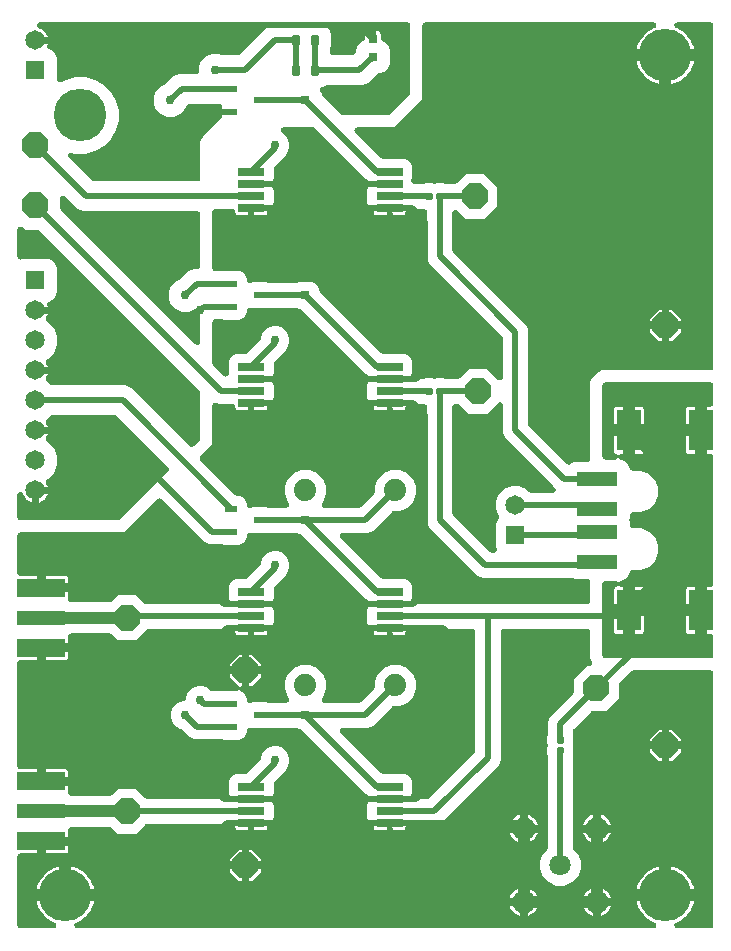
<source format=gbr>
G04 EAGLE Gerber RS-274X export*
G75*
%MOMM*%
%FSLAX34Y34*%
%LPD*%
%INTop Copper*%
%IPPOS*%
%AMOC8*
5,1,8,0,0,1.08239X$1,22.5*%
G01*
%ADD10R,1.000000X0.600000*%
%ADD11R,3.500000X1.250000*%
%ADD12R,2.000000X3.500000*%
%ADD13R,1.650000X1.650000*%
%ADD14C,1.650000*%
%ADD15R,2.200000X0.650000*%
%ADD16R,0.800000X0.800000*%
%ADD17C,0.377400*%
%ADD18C,0.301600*%
%ADD19P,2.336880X8X22.500000*%
%ADD20R,0.700000X0.700000*%
%ADD21R,4.064000X1.524000*%
%ADD22R,4.064000X1.270000*%
%ADD23C,1.800000*%
%ADD24C,1.950000*%
%ADD25C,1.879600*%
%ADD26C,4.445000*%
%ADD27C,0.508000*%
%ADD28C,1.016000*%
%ADD29C,0.756400*%

G36*
X40740Y10163D02*
X40740Y10163D01*
X40764Y10161D01*
X40964Y10183D01*
X41165Y10201D01*
X41188Y10207D01*
X41212Y10209D01*
X41405Y10266D01*
X41600Y10319D01*
X41621Y10329D01*
X41644Y10336D01*
X41825Y10426D01*
X42006Y10513D01*
X42025Y10526D01*
X42047Y10537D01*
X42209Y10658D01*
X42372Y10775D01*
X42389Y10792D01*
X42408Y10806D01*
X42546Y10953D01*
X42686Y11097D01*
X42700Y11117D01*
X42716Y11134D01*
X42826Y11303D01*
X42938Y11470D01*
X42948Y11492D01*
X42961Y11512D01*
X43039Y11698D01*
X43121Y11882D01*
X43126Y11905D01*
X43135Y11927D01*
X43180Y12124D01*
X43227Y12320D01*
X43229Y12343D01*
X43234Y12366D01*
X43243Y12568D01*
X43255Y12769D01*
X43252Y12793D01*
X43253Y12816D01*
X43226Y13016D01*
X43203Y13216D01*
X43196Y13239D01*
X43193Y13262D01*
X43131Y13453D01*
X43073Y13647D01*
X43062Y13668D01*
X43055Y13691D01*
X42960Y13869D01*
X42868Y14049D01*
X42854Y14067D01*
X42843Y14088D01*
X42718Y14246D01*
X42596Y14407D01*
X42579Y14423D01*
X42564Y14442D01*
X42413Y14576D01*
X42265Y14712D01*
X42245Y14725D01*
X42227Y14741D01*
X42056Y14846D01*
X41885Y14954D01*
X41863Y14963D01*
X41843Y14976D01*
X41555Y15097D01*
X41307Y15183D01*
X38801Y16390D01*
X36446Y17870D01*
X34271Y19604D01*
X32304Y21571D01*
X30570Y23746D01*
X29090Y26101D01*
X27883Y28608D01*
X26965Y31233D01*
X26557Y33021D01*
X48260Y33021D01*
X48294Y33024D01*
X48329Y33022D01*
X48518Y33044D01*
X48708Y33061D01*
X48742Y33070D01*
X48776Y33074D01*
X48959Y33129D01*
X49143Y33179D01*
X49174Y33194D01*
X49207Y33204D01*
X49378Y33291D01*
X49549Y33373D01*
X49577Y33393D01*
X49608Y33408D01*
X49760Y33524D01*
X49915Y33635D01*
X49940Y33660D01*
X49967Y33680D01*
X50096Y33821D01*
X50229Y33957D01*
X50249Y33986D01*
X50272Y34012D01*
X50375Y34173D01*
X50482Y34330D01*
X50496Y34362D01*
X50514Y34391D01*
X50587Y34568D01*
X50664Y34742D01*
X50672Y34776D01*
X50685Y34808D01*
X50725Y34995D01*
X50770Y35180D01*
X50773Y35214D01*
X50780Y35248D01*
X50799Y35560D01*
X50799Y38101D01*
X50801Y38101D01*
X50801Y35560D01*
X50804Y35526D01*
X50802Y35491D01*
X50824Y35302D01*
X50841Y35112D01*
X50850Y35078D01*
X50854Y35044D01*
X50909Y34861D01*
X50959Y34677D01*
X50974Y34646D01*
X50984Y34613D01*
X51071Y34442D01*
X51153Y34271D01*
X51173Y34242D01*
X51189Y34211D01*
X51304Y34059D01*
X51415Y33904D01*
X51440Y33880D01*
X51461Y33853D01*
X51601Y33724D01*
X51738Y33590D01*
X51766Y33571D01*
X51792Y33548D01*
X51953Y33445D01*
X52111Y33338D01*
X52142Y33324D01*
X52171Y33306D01*
X52348Y33233D01*
X52522Y33156D01*
X52556Y33148D01*
X52588Y33135D01*
X52775Y33095D01*
X52960Y33049D01*
X52994Y33047D01*
X53028Y33040D01*
X53340Y33021D01*
X75043Y33021D01*
X74635Y31233D01*
X73717Y28608D01*
X72510Y26101D01*
X71030Y23746D01*
X69296Y21571D01*
X67329Y19604D01*
X65154Y17870D01*
X62799Y16390D01*
X60293Y15183D01*
X60045Y15097D01*
X60023Y15087D01*
X60000Y15081D01*
X59819Y14995D01*
X59635Y14911D01*
X59615Y14898D01*
X59594Y14887D01*
X59430Y14770D01*
X59264Y14656D01*
X59247Y14639D01*
X59228Y14625D01*
X59087Y14480D01*
X58944Y14339D01*
X58930Y14320D01*
X58914Y14303D01*
X58801Y14136D01*
X58685Y13971D01*
X58675Y13949D01*
X58662Y13930D01*
X58580Y13746D01*
X58495Y13562D01*
X58489Y13539D01*
X58479Y13518D01*
X58432Y13322D01*
X58380Y13127D01*
X58378Y13103D01*
X58373Y13080D01*
X58360Y12879D01*
X58344Y12678D01*
X58346Y12655D01*
X58345Y12631D01*
X58368Y12430D01*
X58388Y12230D01*
X58394Y12207D01*
X58397Y12184D01*
X58456Y11990D01*
X58510Y11797D01*
X58520Y11775D01*
X58527Y11753D01*
X58619Y11573D01*
X58707Y11392D01*
X58721Y11373D01*
X58732Y11351D01*
X58854Y11191D01*
X58972Y11028D01*
X58989Y11012D01*
X59004Y10993D01*
X59152Y10856D01*
X59298Y10717D01*
X59317Y10704D01*
X59335Y10687D01*
X59505Y10579D01*
X59673Y10468D01*
X59695Y10458D01*
X59715Y10446D01*
X59901Y10369D01*
X60086Y10289D01*
X60109Y10284D01*
X60131Y10275D01*
X60329Y10232D01*
X60525Y10186D01*
X60548Y10185D01*
X60571Y10180D01*
X60883Y10161D01*
X548717Y10161D01*
X548740Y10163D01*
X548764Y10161D01*
X548964Y10183D01*
X549165Y10201D01*
X549188Y10207D01*
X549212Y10209D01*
X549405Y10266D01*
X549600Y10319D01*
X549621Y10329D01*
X549644Y10336D01*
X549825Y10426D01*
X550006Y10513D01*
X550025Y10526D01*
X550047Y10537D01*
X550209Y10658D01*
X550372Y10775D01*
X550389Y10792D01*
X550408Y10806D01*
X550545Y10953D01*
X550686Y11097D01*
X550700Y11117D01*
X550716Y11134D01*
X550826Y11304D01*
X550938Y11470D01*
X550948Y11492D01*
X550961Y11512D01*
X551039Y11698D01*
X551121Y11882D01*
X551126Y11905D01*
X551135Y11927D01*
X551180Y12124D01*
X551227Y12320D01*
X551229Y12343D01*
X551234Y12366D01*
X551243Y12568D01*
X551255Y12769D01*
X551252Y12793D01*
X551253Y12816D01*
X551226Y13016D01*
X551203Y13216D01*
X551196Y13239D01*
X551193Y13262D01*
X551131Y13453D01*
X551073Y13647D01*
X551062Y13669D01*
X551055Y13691D01*
X550960Y13869D01*
X550868Y14049D01*
X550854Y14067D01*
X550843Y14088D01*
X550718Y14247D01*
X550596Y14407D01*
X550579Y14423D01*
X550564Y14442D01*
X550414Y14575D01*
X550265Y14712D01*
X550245Y14725D01*
X550227Y14741D01*
X550056Y14846D01*
X549885Y14954D01*
X549863Y14963D01*
X549843Y14976D01*
X549555Y15097D01*
X549308Y15183D01*
X546801Y16390D01*
X544446Y17870D01*
X542271Y19604D01*
X540304Y21571D01*
X538570Y23746D01*
X537090Y26101D01*
X535883Y28608D01*
X534965Y31233D01*
X534557Y33021D01*
X556260Y33021D01*
X556294Y33024D01*
X556329Y33022D01*
X556518Y33044D01*
X556708Y33061D01*
X556742Y33070D01*
X556776Y33074D01*
X556959Y33129D01*
X557143Y33179D01*
X557174Y33194D01*
X557207Y33204D01*
X557378Y33291D01*
X557549Y33373D01*
X557577Y33393D01*
X557608Y33408D01*
X557760Y33524D01*
X557915Y33635D01*
X557940Y33660D01*
X557967Y33680D01*
X558096Y33821D01*
X558229Y33957D01*
X558249Y33986D01*
X558272Y34012D01*
X558375Y34173D01*
X558482Y34330D01*
X558496Y34362D01*
X558514Y34391D01*
X558587Y34568D01*
X558664Y34742D01*
X558672Y34776D01*
X558685Y34808D01*
X558725Y34995D01*
X558770Y35180D01*
X558773Y35214D01*
X558780Y35248D01*
X558799Y35560D01*
X558799Y38101D01*
X558801Y38101D01*
X558801Y35560D01*
X558804Y35526D01*
X558802Y35491D01*
X558824Y35302D01*
X558841Y35112D01*
X558850Y35078D01*
X558854Y35044D01*
X558909Y34861D01*
X558959Y34677D01*
X558974Y34646D01*
X558984Y34613D01*
X559071Y34442D01*
X559153Y34271D01*
X559173Y34242D01*
X559189Y34211D01*
X559304Y34059D01*
X559415Y33904D01*
X559440Y33880D01*
X559461Y33853D01*
X559601Y33724D01*
X559738Y33590D01*
X559766Y33571D01*
X559792Y33548D01*
X559953Y33445D01*
X560111Y33338D01*
X560142Y33324D01*
X560171Y33306D01*
X560348Y33233D01*
X560522Y33156D01*
X560556Y33148D01*
X560588Y33135D01*
X560775Y33095D01*
X560960Y33049D01*
X560994Y33047D01*
X561028Y33040D01*
X561340Y33021D01*
X583043Y33021D01*
X582635Y31233D01*
X581717Y28608D01*
X580510Y26101D01*
X579030Y23746D01*
X577296Y21571D01*
X575329Y19604D01*
X573154Y17870D01*
X570799Y16390D01*
X568292Y15183D01*
X568045Y15097D01*
X568023Y15087D01*
X568000Y15081D01*
X567819Y14995D01*
X567635Y14911D01*
X567615Y14898D01*
X567594Y14887D01*
X567430Y14770D01*
X567264Y14656D01*
X567247Y14639D01*
X567228Y14625D01*
X567087Y14481D01*
X566944Y14339D01*
X566930Y14320D01*
X566914Y14303D01*
X566801Y14136D01*
X566685Y13971D01*
X566675Y13949D01*
X566662Y13930D01*
X566580Y13745D01*
X566495Y13562D01*
X566489Y13539D01*
X566479Y13518D01*
X566431Y13321D01*
X566380Y13127D01*
X566378Y13103D01*
X566373Y13080D01*
X566360Y12879D01*
X566344Y12678D01*
X566346Y12655D01*
X566345Y12631D01*
X566368Y12431D01*
X566388Y12230D01*
X566394Y12207D01*
X566397Y12184D01*
X566455Y11991D01*
X566510Y11797D01*
X566521Y11775D01*
X566527Y11753D01*
X566619Y11573D01*
X566707Y11392D01*
X566721Y11372D01*
X566732Y11351D01*
X566853Y11191D01*
X566972Y11028D01*
X566989Y11011D01*
X567004Y10993D01*
X567152Y10856D01*
X567298Y10717D01*
X567317Y10704D01*
X567335Y10687D01*
X567505Y10579D01*
X567673Y10468D01*
X567695Y10458D01*
X567715Y10446D01*
X567901Y10369D01*
X568086Y10289D01*
X568109Y10284D01*
X568131Y10275D01*
X568329Y10232D01*
X568525Y10186D01*
X568548Y10185D01*
X568571Y10180D01*
X568883Y10161D01*
X596900Y10161D01*
X596935Y10164D01*
X596969Y10162D01*
X597158Y10184D01*
X597349Y10201D01*
X597382Y10210D01*
X597416Y10214D01*
X597599Y10269D01*
X597783Y10319D01*
X597814Y10334D01*
X597847Y10344D01*
X598018Y10431D01*
X598190Y10513D01*
X598218Y10533D01*
X598249Y10548D01*
X598401Y10664D01*
X598556Y10775D01*
X598580Y10800D01*
X598607Y10820D01*
X598736Y10960D01*
X598870Y11097D01*
X598889Y11126D01*
X598913Y11152D01*
X599015Y11313D01*
X599122Y11470D01*
X599136Y11502D01*
X599154Y11531D01*
X599227Y11708D01*
X599304Y11882D01*
X599312Y11916D01*
X599325Y11948D01*
X599365Y12135D01*
X599411Y12320D01*
X599413Y12354D01*
X599420Y12388D01*
X599439Y12700D01*
X599439Y226060D01*
X599436Y226095D01*
X599438Y226129D01*
X599416Y226318D01*
X599399Y226509D01*
X599390Y226542D01*
X599386Y226576D01*
X599331Y226759D01*
X599281Y226943D01*
X599266Y226974D01*
X599256Y227007D01*
X599169Y227178D01*
X599087Y227350D01*
X599067Y227378D01*
X599052Y227409D01*
X598936Y227561D01*
X598825Y227716D01*
X598800Y227740D01*
X598780Y227767D01*
X598640Y227896D01*
X598503Y228030D01*
X598474Y228049D01*
X598448Y228073D01*
X598287Y228175D01*
X598130Y228282D01*
X598098Y228296D01*
X598069Y228314D01*
X597892Y228387D01*
X597718Y228464D01*
X597684Y228472D01*
X597652Y228485D01*
X597465Y228525D01*
X597280Y228571D01*
X597246Y228573D01*
X597212Y228580D01*
X596900Y228599D01*
X531759Y228599D01*
X531595Y228585D01*
X531431Y228578D01*
X531371Y228565D01*
X531310Y228559D01*
X531152Y228516D01*
X530991Y228480D01*
X530935Y228457D01*
X530876Y228441D01*
X530728Y228370D01*
X530576Y228307D01*
X530524Y228274D01*
X530469Y228247D01*
X530336Y228152D01*
X530198Y228062D01*
X530140Y228011D01*
X530103Y227985D01*
X530061Y227942D01*
X529963Y227856D01*
X520047Y217940D01*
X519942Y217813D01*
X519830Y217692D01*
X519798Y217641D01*
X519759Y217594D01*
X519677Y217452D01*
X519589Y217313D01*
X519565Y217256D01*
X519535Y217203D01*
X519480Y217048D01*
X519418Y216896D01*
X519405Y216837D01*
X519384Y216779D01*
X519358Y216617D01*
X519323Y216456D01*
X519318Y216379D01*
X519311Y216335D01*
X519312Y216274D01*
X519304Y216144D01*
X519304Y205522D01*
X508218Y194436D01*
X497596Y194436D01*
X497432Y194422D01*
X497268Y194415D01*
X497208Y194402D01*
X497147Y194396D01*
X496989Y194353D01*
X496828Y194317D01*
X496772Y194294D01*
X496713Y194278D01*
X496565Y194207D01*
X496413Y194144D01*
X496361Y194111D01*
X496306Y194084D01*
X496173Y193989D01*
X496035Y193899D01*
X495977Y193848D01*
X495940Y193822D01*
X495898Y193779D01*
X495800Y193693D01*
X481312Y179205D01*
X481207Y179078D01*
X481095Y178957D01*
X481063Y178906D01*
X481024Y178859D01*
X480942Y178717D01*
X480854Y178578D01*
X480830Y178521D01*
X480800Y178468D01*
X480745Y178313D01*
X480683Y178161D01*
X480670Y178102D01*
X480649Y178044D01*
X480623Y177882D01*
X480588Y177721D01*
X480583Y177644D01*
X480576Y177600D01*
X480577Y177539D01*
X480569Y177409D01*
X480569Y174383D01*
X480579Y174267D01*
X480579Y174150D01*
X480599Y174043D01*
X480609Y173935D01*
X480639Y173822D01*
X480660Y173707D01*
X480711Y173561D01*
X480727Y173500D01*
X480743Y173467D01*
X480762Y173411D01*
X480929Y173009D01*
X480929Y166391D01*
X480796Y166072D01*
X480747Y165915D01*
X480691Y165760D01*
X480680Y165700D01*
X480662Y165642D01*
X480641Y165479D01*
X480612Y165317D01*
X480613Y165256D01*
X480605Y165195D01*
X480613Y165031D01*
X480614Y164867D01*
X480625Y164807D01*
X480628Y164746D01*
X480665Y164586D01*
X480695Y164424D01*
X480720Y164351D01*
X480730Y164307D01*
X480754Y164251D01*
X480796Y164128D01*
X480929Y163809D01*
X480929Y157191D01*
X480762Y156789D01*
X480727Y156677D01*
X480683Y156569D01*
X480660Y156463D01*
X480627Y156359D01*
X480613Y156243D01*
X480588Y156129D01*
X480578Y155975D01*
X480571Y155912D01*
X480572Y155876D01*
X480569Y155817D01*
X480569Y78107D01*
X480583Y77943D01*
X480590Y77779D01*
X480603Y77719D01*
X480609Y77658D01*
X480652Y77499D01*
X480688Y77339D01*
X480711Y77283D01*
X480727Y77224D01*
X480798Y77076D01*
X480861Y76924D01*
X480894Y76872D01*
X480921Y76817D01*
X481016Y76684D01*
X481106Y76545D01*
X481157Y76488D01*
X481183Y76451D01*
X481226Y76409D01*
X481312Y76311D01*
X484421Y73203D01*
X487029Y66907D01*
X487029Y60093D01*
X484421Y53797D01*
X479603Y48979D01*
X473307Y46371D01*
X466493Y46371D01*
X460197Y48979D01*
X455379Y53797D01*
X452771Y60093D01*
X452771Y66907D01*
X455379Y73203D01*
X458488Y76311D01*
X458593Y76438D01*
X458705Y76558D01*
X458737Y76610D01*
X458776Y76657D01*
X458858Y76799D01*
X458946Y76938D01*
X458970Y76995D01*
X459000Y77048D01*
X459055Y77202D01*
X459117Y77355D01*
X459130Y77414D01*
X459151Y77472D01*
X459177Y77634D01*
X459212Y77795D01*
X459217Y77872D01*
X459224Y77916D01*
X459223Y77977D01*
X459231Y78107D01*
X459231Y155817D01*
X459221Y155933D01*
X459221Y156050D01*
X459201Y156157D01*
X459191Y156265D01*
X459161Y156378D01*
X459140Y156493D01*
X459089Y156639D01*
X459073Y156700D01*
X459057Y156732D01*
X459038Y156789D01*
X458871Y157191D01*
X458871Y163809D01*
X459004Y164128D01*
X459025Y164197D01*
X459043Y164237D01*
X459058Y164300D01*
X459109Y164440D01*
X459120Y164500D01*
X459138Y164558D01*
X459159Y164721D01*
X459188Y164883D01*
X459187Y164944D01*
X459195Y165005D01*
X459187Y165169D01*
X459186Y165333D01*
X459175Y165393D01*
X459172Y165454D01*
X459135Y165614D01*
X459105Y165776D01*
X459080Y165849D01*
X459070Y165893D01*
X459046Y165949D01*
X459004Y166072D01*
X458871Y166391D01*
X458871Y173009D01*
X459038Y173411D01*
X459073Y173523D01*
X459117Y173631D01*
X459140Y173737D01*
X459173Y173841D01*
X459187Y173957D01*
X459212Y174071D01*
X459222Y174225D01*
X459229Y174288D01*
X459228Y174324D01*
X459231Y174383D01*
X459231Y185002D01*
X460855Y188923D01*
X480713Y208780D01*
X480818Y208907D01*
X480930Y209028D01*
X480962Y209079D01*
X481001Y209126D01*
X481083Y209268D01*
X481171Y209407D01*
X481195Y209464D01*
X481225Y209517D01*
X481280Y209672D01*
X481342Y209824D01*
X481355Y209883D01*
X481376Y209941D01*
X481402Y210103D01*
X481437Y210264D01*
X481442Y210341D01*
X481449Y210385D01*
X481448Y210446D01*
X481456Y210576D01*
X481456Y221198D01*
X492542Y232284D01*
X494187Y232284D01*
X494269Y232291D01*
X494352Y232289D01*
X494493Y232311D01*
X494636Y232324D01*
X494715Y232345D01*
X494797Y232358D01*
X494932Y232404D01*
X495070Y232442D01*
X495144Y232477D01*
X495222Y232504D01*
X495348Y232574D01*
X495477Y232636D01*
X495544Y232683D01*
X495616Y232724D01*
X495727Y232814D01*
X495843Y232898D01*
X495900Y232957D01*
X495964Y233009D01*
X496057Y233118D01*
X496157Y233220D01*
X496203Y233289D01*
X496257Y233351D01*
X496329Y233475D01*
X496409Y233593D01*
X496442Y233669D01*
X496484Y233740D01*
X496533Y233874D01*
X496591Y234005D01*
X496611Y234085D01*
X496639Y234163D01*
X496664Y234304D01*
X496698Y234443D01*
X496703Y234525D01*
X496717Y234606D01*
X496717Y234749D01*
X496726Y234892D01*
X496716Y234974D01*
X496716Y235056D01*
X496690Y235197D01*
X496673Y235339D01*
X496650Y235418D01*
X496635Y235499D01*
X496555Y235732D01*
X496543Y235770D01*
X496538Y235780D01*
X496533Y235795D01*
X495299Y238774D01*
X495299Y261092D01*
X495296Y261127D01*
X495298Y261161D01*
X495276Y261350D01*
X495259Y261541D01*
X495250Y261574D01*
X495246Y261608D01*
X495191Y261791D01*
X495141Y261975D01*
X495126Y262006D01*
X495116Y262039D01*
X495029Y262210D01*
X494947Y262382D01*
X494927Y262410D01*
X494912Y262441D01*
X494796Y262593D01*
X494685Y262748D01*
X494660Y262772D01*
X494640Y262799D01*
X494500Y262928D01*
X494363Y263062D01*
X494334Y263081D01*
X494308Y263105D01*
X494147Y263207D01*
X493990Y263314D01*
X493958Y263328D01*
X493929Y263346D01*
X493752Y263419D01*
X493578Y263496D01*
X493544Y263504D01*
X493512Y263517D01*
X493325Y263557D01*
X493140Y263603D01*
X493106Y263605D01*
X493072Y263612D01*
X492760Y263631D01*
X421738Y263631D01*
X421703Y263628D01*
X421669Y263630D01*
X421480Y263608D01*
X421289Y263591D01*
X421256Y263582D01*
X421222Y263578D01*
X421039Y263523D01*
X420855Y263473D01*
X420824Y263458D01*
X420791Y263448D01*
X420620Y263361D01*
X420448Y263279D01*
X420420Y263259D01*
X420389Y263244D01*
X420237Y263128D01*
X420082Y263017D01*
X420058Y262992D01*
X420031Y262972D01*
X419902Y262832D01*
X419768Y262695D01*
X419749Y262666D01*
X419725Y262640D01*
X419623Y262479D01*
X419516Y262322D01*
X419502Y262290D01*
X419484Y262261D01*
X419411Y262084D01*
X419334Y261910D01*
X419326Y261876D01*
X419313Y261844D01*
X419273Y261657D01*
X419227Y261472D01*
X419225Y261438D01*
X419218Y261404D01*
X419199Y261092D01*
X419199Y152408D01*
X417575Y148487D01*
X369243Y100155D01*
X365322Y98531D01*
X341280Y98531D01*
X341245Y98528D01*
X341211Y98530D01*
X341022Y98508D01*
X340831Y98491D01*
X340798Y98482D01*
X340764Y98478D01*
X340581Y98423D01*
X340397Y98373D01*
X340366Y98358D01*
X340333Y98348D01*
X340162Y98261D01*
X339990Y98179D01*
X339962Y98159D01*
X339931Y98144D01*
X339779Y98028D01*
X339624Y97917D01*
X339600Y97892D01*
X339573Y97872D01*
X339444Y97732D01*
X339310Y97595D01*
X339291Y97566D01*
X339267Y97540D01*
X339165Y97379D01*
X339058Y97222D01*
X339044Y97190D01*
X339026Y97161D01*
X338953Y96984D01*
X338876Y96810D01*
X338868Y96776D01*
X338855Y96744D01*
X338815Y96557D01*
X338769Y96372D01*
X338767Y96338D01*
X338760Y96304D01*
X338741Y95992D01*
X338741Y95415D01*
X338568Y94769D01*
X338233Y94190D01*
X337760Y93717D01*
X337181Y93382D01*
X336535Y93209D01*
X327739Y93209D01*
X327739Y95282D01*
X327736Y95317D01*
X327738Y95351D01*
X327716Y95540D01*
X327699Y95731D01*
X327690Y95764D01*
X327686Y95798D01*
X327631Y95981D01*
X327581Y96165D01*
X327566Y96196D01*
X327556Y96229D01*
X327469Y96400D01*
X327388Y96572D01*
X327367Y96600D01*
X327352Y96631D01*
X327236Y96783D01*
X327125Y96938D01*
X327101Y96962D01*
X327080Y96989D01*
X326940Y97118D01*
X326803Y97252D01*
X326774Y97271D01*
X326749Y97295D01*
X326588Y97397D01*
X326430Y97504D01*
X326398Y97518D01*
X326369Y97536D01*
X326192Y97609D01*
X326018Y97686D01*
X325984Y97694D01*
X325952Y97707D01*
X325766Y97747D01*
X325580Y97793D01*
X325546Y97795D01*
X325512Y97802D01*
X325200Y97821D01*
X325165Y97818D01*
X325131Y97820D01*
X324941Y97798D01*
X324751Y97781D01*
X324718Y97772D01*
X324684Y97768D01*
X324501Y97713D01*
X324317Y97663D01*
X324286Y97648D01*
X324253Y97638D01*
X324082Y97551D01*
X323910Y97469D01*
X323882Y97449D01*
X323851Y97434D01*
X323699Y97318D01*
X323544Y97207D01*
X323520Y97182D01*
X323492Y97162D01*
X323363Y97022D01*
X323230Y96885D01*
X323211Y96856D01*
X323187Y96830D01*
X323085Y96669D01*
X322978Y96512D01*
X322964Y96480D01*
X322945Y96451D01*
X322873Y96274D01*
X322796Y96100D01*
X322788Y96066D01*
X322775Y96034D01*
X322734Y95847D01*
X322689Y95662D01*
X322687Y95628D01*
X322680Y95594D01*
X322661Y95282D01*
X322661Y93209D01*
X313865Y93209D01*
X313219Y93382D01*
X312640Y93717D01*
X312167Y94190D01*
X311832Y94769D01*
X311659Y95415D01*
X311659Y96507D01*
X311657Y96537D01*
X311658Y96564D01*
X311641Y96715D01*
X311640Y96719D01*
X311624Y96930D01*
X311621Y96943D01*
X311619Y96956D01*
X311608Y96998D01*
X311606Y97012D01*
X311585Y97083D01*
X311563Y97161D01*
X311510Y97365D01*
X311504Y97377D01*
X311501Y97390D01*
X311476Y97442D01*
X311476Y97443D01*
X311475Y97444D01*
X311410Y97581D01*
X311321Y97774D01*
X311313Y97785D01*
X311307Y97797D01*
X311184Y97969D01*
X311062Y98143D01*
X311053Y98152D01*
X311045Y98163D01*
X310893Y98311D01*
X310743Y98460D01*
X310732Y98468D01*
X310723Y98477D01*
X310546Y98596D01*
X310373Y98716D01*
X310358Y98723D01*
X310350Y98729D01*
X310313Y98745D01*
X310092Y98853D01*
X309595Y99059D01*
X307309Y101345D01*
X306071Y104333D01*
X306071Y114067D01*
X307309Y117055D01*
X307859Y117604D01*
X307881Y117631D01*
X307907Y117654D01*
X307972Y117736D01*
X307981Y117746D01*
X307991Y117761D01*
X308025Y117803D01*
X308148Y117950D01*
X308165Y117980D01*
X308186Y118007D01*
X308276Y118175D01*
X308371Y118341D01*
X308383Y118373D01*
X308399Y118404D01*
X308458Y118585D01*
X308522Y118765D01*
X308527Y118799D01*
X308538Y118832D01*
X308564Y119021D01*
X308595Y119209D01*
X308595Y119244D01*
X308600Y119278D01*
X308592Y119469D01*
X308589Y119660D01*
X308583Y119694D01*
X308581Y119728D01*
X308540Y119914D01*
X308504Y120102D01*
X308491Y120134D01*
X308484Y120168D01*
X308410Y120344D01*
X308341Y120522D01*
X308323Y120551D01*
X308310Y120583D01*
X308207Y120743D01*
X308107Y120906D01*
X308084Y120932D01*
X308066Y120961D01*
X307859Y121196D01*
X307309Y121745D01*
X307249Y121890D01*
X307195Y121993D01*
X307150Y122101D01*
X307091Y122192D01*
X307041Y122289D01*
X306969Y122381D01*
X306906Y122479D01*
X306804Y122595D01*
X306765Y122645D01*
X306738Y122669D01*
X306699Y122714D01*
X305499Y123914D01*
X305498Y123914D01*
X251285Y178128D01*
X251158Y178233D01*
X251037Y178345D01*
X250986Y178377D01*
X250939Y178416D01*
X250797Y178498D01*
X250658Y178586D01*
X250601Y178610D01*
X250548Y178640D01*
X250393Y178695D01*
X250241Y178757D01*
X250182Y178770D01*
X250124Y178791D01*
X249962Y178817D01*
X249801Y178852D01*
X249724Y178857D01*
X249680Y178864D01*
X249619Y178863D01*
X249489Y178871D01*
X248883Y178871D01*
X247032Y179638D01*
X246920Y179673D01*
X246812Y179717D01*
X246706Y179740D01*
X246602Y179773D01*
X246486Y179787D01*
X246372Y179812D01*
X246218Y179822D01*
X246156Y179829D01*
X246119Y179828D01*
X246060Y179831D01*
X223433Y179831D01*
X223316Y179821D01*
X223199Y179821D01*
X223092Y179801D01*
X222984Y179791D01*
X222871Y179761D01*
X222756Y179740D01*
X222610Y179689D01*
X222550Y179673D01*
X222517Y179657D01*
X222461Y179638D01*
X221817Y179371D01*
X208583Y179371D01*
X207840Y179679D01*
X207761Y179704D01*
X207686Y179737D01*
X207546Y179771D01*
X207410Y179814D01*
X207328Y179824D01*
X207248Y179844D01*
X207106Y179853D01*
X206963Y179871D01*
X206881Y179866D01*
X206799Y179872D01*
X206657Y179855D01*
X206514Y179848D01*
X206434Y179829D01*
X206352Y179819D01*
X206214Y179778D01*
X206075Y179746D01*
X206000Y179713D01*
X205921Y179689D01*
X205793Y179624D01*
X205662Y179568D01*
X205593Y179522D01*
X205519Y179485D01*
X205406Y179398D01*
X205286Y179319D01*
X205226Y179262D01*
X205161Y179213D01*
X205064Y179108D01*
X204960Y179009D01*
X204911Y178942D01*
X204855Y178882D01*
X204779Y178761D01*
X204694Y178645D01*
X204658Y178571D01*
X204614Y178502D01*
X204559Y178369D01*
X204496Y178241D01*
X204474Y178162D01*
X204443Y178085D01*
X204413Y177945D01*
X204373Y177808D01*
X204365Y177726D01*
X204348Y177645D01*
X204333Y177399D01*
X204329Y177360D01*
X204330Y177349D01*
X204329Y177333D01*
X204329Y176333D01*
X203091Y173345D01*
X200805Y171059D01*
X197817Y169821D01*
X184583Y169821D01*
X183939Y170088D01*
X183828Y170123D01*
X183720Y170167D01*
X183613Y170190D01*
X183510Y170223D01*
X183394Y170237D01*
X183279Y170262D01*
X183126Y170272D01*
X183063Y170279D01*
X183027Y170278D01*
X182967Y170281D01*
X159828Y170281D01*
X155907Y171905D01*
X149009Y178803D01*
X148919Y178878D01*
X148836Y178961D01*
X148747Y179023D01*
X148663Y179092D01*
X148562Y179150D01*
X148466Y179217D01*
X148327Y179284D01*
X148272Y179316D01*
X148238Y179328D01*
X148185Y179354D01*
X145653Y180403D01*
X142303Y183753D01*
X140489Y188131D01*
X140489Y192869D01*
X142303Y197247D01*
X145653Y200597D01*
X150031Y202411D01*
X150650Y202411D01*
X150685Y202414D01*
X150719Y202412D01*
X150908Y202434D01*
X151099Y202451D01*
X151132Y202460D01*
X151166Y202464D01*
X151349Y202519D01*
X151533Y202569D01*
X151564Y202584D01*
X151597Y202594D01*
X151768Y202681D01*
X151940Y202763D01*
X151968Y202783D01*
X151999Y202798D01*
X152151Y202914D01*
X152306Y203025D01*
X152330Y203050D01*
X152357Y203070D01*
X152486Y203210D01*
X152620Y203347D01*
X152639Y203376D01*
X152663Y203402D01*
X152765Y203562D01*
X152872Y203720D01*
X152886Y203752D01*
X152904Y203781D01*
X152977Y203958D01*
X153054Y204132D01*
X153062Y204166D01*
X153075Y204198D01*
X153115Y204385D01*
X153161Y204570D01*
X153163Y204604D01*
X153170Y204638D01*
X153189Y204950D01*
X153189Y205569D01*
X155003Y209947D01*
X158353Y213297D01*
X162731Y215111D01*
X167469Y215111D01*
X171847Y213297D01*
X173682Y211462D01*
X173808Y211357D01*
X173929Y211245D01*
X173980Y211213D01*
X174027Y211174D01*
X174170Y211092D01*
X174309Y211004D01*
X174365Y210980D01*
X174418Y210950D01*
X174573Y210895D01*
X174725Y210833D01*
X174785Y210820D01*
X174842Y210799D01*
X175005Y210773D01*
X175165Y210738D01*
X175242Y210733D01*
X175287Y210726D01*
X175348Y210727D01*
X175477Y210719D01*
X182967Y210719D01*
X183084Y210729D01*
X183201Y210729D01*
X183307Y210749D01*
X183416Y210759D01*
X183529Y210789D01*
X183644Y210810D01*
X183790Y210861D01*
X183850Y210877D01*
X183883Y210893D01*
X183939Y210912D01*
X184583Y211179D01*
X195631Y211179D01*
X195761Y211190D01*
X195891Y211192D01*
X195985Y211210D01*
X196080Y211219D01*
X196205Y211253D01*
X196333Y211278D01*
X196422Y211312D01*
X196514Y211337D01*
X196631Y211393D01*
X196753Y211440D01*
X196835Y211490D01*
X196921Y211531D01*
X197027Y211606D01*
X197138Y211674D01*
X197209Y211737D01*
X197287Y211793D01*
X197378Y211886D01*
X197475Y211972D01*
X197534Y212047D01*
X197601Y212115D01*
X197674Y212223D01*
X197755Y212325D01*
X197800Y212409D01*
X197853Y212488D01*
X197906Y212607D01*
X197967Y212722D01*
X197997Y212813D01*
X198035Y212900D01*
X198066Y213027D01*
X198106Y213150D01*
X198119Y213245D01*
X198142Y213338D01*
X198150Y213467D01*
X198168Y213596D01*
X198164Y213692D01*
X198170Y213787D01*
X198155Y213916D01*
X198149Y214046D01*
X198129Y214139D01*
X198118Y214234D01*
X198080Y214359D01*
X198052Y214486D01*
X198015Y214574D01*
X197987Y214665D01*
X197928Y214781D01*
X197878Y214901D01*
X197826Y214981D01*
X197783Y215067D01*
X197704Y215170D01*
X197634Y215279D01*
X197548Y215377D01*
X197511Y215425D01*
X197478Y215456D01*
X197427Y215514D01*
X189864Y223076D01*
X189864Y225299D01*
X199899Y225299D01*
X199899Y215125D01*
X199882Y215118D01*
X199836Y215106D01*
X199676Y215030D01*
X199513Y214959D01*
X199473Y214933D01*
X199430Y214912D01*
X199285Y214809D01*
X199137Y214711D01*
X199103Y214678D01*
X199064Y214650D01*
X198939Y214523D01*
X198811Y214400D01*
X198783Y214362D01*
X198750Y214328D01*
X198650Y214180D01*
X198545Y214037D01*
X198524Y213994D01*
X198497Y213955D01*
X198426Y213792D01*
X198348Y213633D01*
X198335Y213587D01*
X198315Y213543D01*
X198273Y213370D01*
X198225Y213199D01*
X198220Y213152D01*
X198209Y213105D01*
X198198Y212928D01*
X198180Y212751D01*
X198184Y212704D01*
X198181Y212656D01*
X198201Y212479D01*
X198215Y212302D01*
X198227Y212256D01*
X198233Y212209D01*
X198284Y212038D01*
X198329Y211867D01*
X198349Y211824D01*
X198363Y211778D01*
X198444Y211619D01*
X198518Y211458D01*
X198546Y211419D01*
X198568Y211376D01*
X198675Y211235D01*
X198777Y211089D01*
X198811Y211056D01*
X198840Y211018D01*
X198970Y210897D01*
X199096Y210772D01*
X199136Y210745D01*
X199171Y210713D01*
X199321Y210617D01*
X199467Y210516D01*
X199520Y210490D01*
X199551Y210471D01*
X199609Y210447D01*
X199748Y210379D01*
X200805Y209941D01*
X203091Y207655D01*
X204329Y204667D01*
X204329Y203667D01*
X204336Y203585D01*
X204334Y203502D01*
X204356Y203361D01*
X204369Y203218D01*
X204390Y203139D01*
X204403Y203057D01*
X204449Y202922D01*
X204487Y202784D01*
X204522Y202710D01*
X204549Y202632D01*
X204619Y202506D01*
X204681Y202377D01*
X204728Y202310D01*
X204769Y202238D01*
X204859Y202128D01*
X204943Y202011D01*
X205002Y201954D01*
X205054Y201890D01*
X205163Y201797D01*
X205265Y201697D01*
X205334Y201651D01*
X205396Y201597D01*
X205520Y201525D01*
X205638Y201445D01*
X205714Y201412D01*
X205785Y201370D01*
X205919Y201321D01*
X206050Y201263D01*
X206130Y201243D01*
X206208Y201215D01*
X206349Y201190D01*
X206488Y201156D01*
X206570Y201151D01*
X206651Y201137D01*
X206794Y201137D01*
X206937Y201128D01*
X207019Y201138D01*
X207101Y201138D01*
X207242Y201164D01*
X207384Y201181D01*
X207463Y201204D01*
X207544Y201219D01*
X207777Y201299D01*
X207815Y201311D01*
X207825Y201316D01*
X207840Y201321D01*
X208583Y201629D01*
X221817Y201629D01*
X222461Y201362D01*
X222572Y201327D01*
X222680Y201283D01*
X222787Y201260D01*
X222890Y201227D01*
X223006Y201213D01*
X223121Y201188D01*
X223274Y201178D01*
X223337Y201171D01*
X223373Y201172D01*
X223433Y201169D01*
X237814Y201169D01*
X237944Y201180D01*
X238074Y201182D01*
X238168Y201200D01*
X238263Y201209D01*
X238388Y201243D01*
X238516Y201268D01*
X238605Y201302D01*
X238697Y201327D01*
X238815Y201383D01*
X238936Y201430D01*
X239018Y201480D01*
X239104Y201521D01*
X239209Y201596D01*
X239321Y201664D01*
X239392Y201727D01*
X239470Y201783D01*
X239561Y201876D01*
X239658Y201962D01*
X239717Y202037D01*
X239784Y202105D01*
X239857Y202213D01*
X239938Y202315D01*
X239983Y202399D01*
X240036Y202478D01*
X240089Y202597D01*
X240150Y202712D01*
X240180Y202803D01*
X240218Y202890D01*
X240249Y203016D01*
X240289Y203140D01*
X240302Y203235D01*
X240325Y203328D01*
X240333Y203457D01*
X240351Y203586D01*
X240347Y203682D01*
X240353Y203777D01*
X240338Y203906D01*
X240332Y204036D01*
X240312Y204129D01*
X240301Y204224D01*
X240263Y204349D01*
X240235Y204476D01*
X240198Y204564D01*
X240170Y204655D01*
X240111Y204771D01*
X240061Y204891D01*
X240009Y204971D01*
X239966Y205057D01*
X239887Y205160D01*
X239817Y205269D01*
X239731Y205367D01*
X239694Y205415D01*
X239661Y205446D01*
X239610Y205504D01*
X239142Y205972D01*
X236473Y212414D01*
X236473Y219386D01*
X239142Y225828D01*
X244072Y230758D01*
X250514Y233427D01*
X257486Y233427D01*
X263928Y230758D01*
X268858Y225828D01*
X271527Y219386D01*
X271527Y212414D01*
X268858Y205972D01*
X268390Y205504D01*
X268307Y205404D01*
X268216Y205311D01*
X268162Y205231D01*
X268101Y205158D01*
X268037Y205045D01*
X267964Y204938D01*
X267925Y204850D01*
X267878Y204767D01*
X267834Y204645D01*
X267782Y204526D01*
X267759Y204433D01*
X267727Y204343D01*
X267706Y204215D01*
X267675Y204088D01*
X267669Y203993D01*
X267653Y203899D01*
X267655Y203769D01*
X267647Y203639D01*
X267658Y203544D01*
X267660Y203449D01*
X267684Y203321D01*
X267699Y203192D01*
X267727Y203100D01*
X267745Y203006D01*
X267792Y202885D01*
X267830Y202761D01*
X267873Y202676D01*
X267907Y202586D01*
X267975Y202475D01*
X268034Y202359D01*
X268092Y202283D01*
X268141Y202202D01*
X268227Y202104D01*
X268306Y202001D01*
X268376Y201936D01*
X268439Y201864D01*
X268541Y201784D01*
X268637Y201695D01*
X268718Y201644D01*
X268793Y201585D01*
X268907Y201524D01*
X269017Y201454D01*
X269105Y201417D01*
X269189Y201372D01*
X269313Y201332D01*
X269433Y201283D01*
X269527Y201263D01*
X269618Y201233D01*
X269746Y201215D01*
X269874Y201188D01*
X270004Y201180D01*
X270064Y201172D01*
X270108Y201173D01*
X270186Y201169D01*
X299329Y201169D01*
X299493Y201183D01*
X299657Y201190D01*
X299717Y201203D01*
X299778Y201209D01*
X299936Y201252D01*
X300097Y201288D01*
X300153Y201311D01*
X300212Y201327D01*
X300360Y201398D01*
X300512Y201461D01*
X300564Y201494D01*
X300619Y201521D01*
X300752Y201616D01*
X300890Y201706D01*
X300948Y201757D01*
X300985Y201783D01*
X301027Y201826D01*
X301125Y201912D01*
X311930Y212717D01*
X312035Y212844D01*
X312147Y212965D01*
X312179Y213016D01*
X312218Y213063D01*
X312300Y213205D01*
X312388Y213344D01*
X312412Y213401D01*
X312442Y213454D01*
X312497Y213609D01*
X312559Y213761D01*
X312572Y213820D01*
X312593Y213878D01*
X312619Y214040D01*
X312654Y214201D01*
X312659Y214278D01*
X312666Y214322D01*
X312665Y214383D01*
X312673Y214513D01*
X312673Y219386D01*
X315342Y225828D01*
X320272Y230758D01*
X326714Y233427D01*
X333686Y233427D01*
X340128Y230758D01*
X345058Y225828D01*
X347727Y219386D01*
X347727Y212414D01*
X345058Y205972D01*
X340128Y201042D01*
X333686Y198373D01*
X328813Y198373D01*
X328649Y198359D01*
X328485Y198352D01*
X328425Y198339D01*
X328364Y198333D01*
X328206Y198290D01*
X328045Y198254D01*
X327989Y198231D01*
X327930Y198215D01*
X327782Y198144D01*
X327630Y198081D01*
X327578Y198048D01*
X327523Y198021D01*
X327390Y197926D01*
X327252Y197836D01*
X327194Y197785D01*
X327157Y197759D01*
X327115Y197716D01*
X327017Y197630D01*
X310843Y181455D01*
X306922Y179831D01*
X285887Y179831D01*
X285758Y179820D01*
X285627Y179818D01*
X285534Y179800D01*
X285438Y179791D01*
X285313Y179757D01*
X285185Y179732D01*
X285096Y179698D01*
X285004Y179673D01*
X284887Y179617D01*
X284765Y179570D01*
X284683Y179520D01*
X284597Y179479D01*
X284492Y179404D01*
X284381Y179336D01*
X284309Y179273D01*
X284231Y179217D01*
X284140Y179124D01*
X284043Y179038D01*
X283984Y178963D01*
X283917Y178895D01*
X283844Y178787D01*
X283764Y178685D01*
X283719Y178601D01*
X283665Y178522D01*
X283613Y178403D01*
X283551Y178288D01*
X283522Y178197D01*
X283483Y178110D01*
X283452Y177983D01*
X283412Y177860D01*
X283399Y177765D01*
X283376Y177672D01*
X283368Y177543D01*
X283351Y177414D01*
X283354Y177318D01*
X283349Y177223D01*
X283364Y177094D01*
X283369Y176964D01*
X283390Y176871D01*
X283401Y176776D01*
X283438Y176651D01*
X283466Y176524D01*
X283503Y176436D01*
X283531Y176345D01*
X283590Y176229D01*
X283640Y176109D01*
X283692Y176028D01*
X283735Y175943D01*
X283814Y175840D01*
X283884Y175731D01*
X283971Y175633D01*
X284007Y175585D01*
X284040Y175554D01*
X284091Y175496D01*
X317865Y141722D01*
X317992Y141617D01*
X318113Y141505D01*
X318164Y141473D01*
X318211Y141434D01*
X318353Y141352D01*
X318492Y141264D01*
X318549Y141240D01*
X318602Y141210D01*
X318757Y141155D01*
X318909Y141093D01*
X318968Y141080D01*
X319026Y141059D01*
X319188Y141033D01*
X319349Y140998D01*
X319426Y140993D01*
X319470Y140986D01*
X319531Y140987D01*
X319661Y140979D01*
X337817Y140979D01*
X340805Y139741D01*
X343091Y137455D01*
X344329Y134467D01*
X344329Y124733D01*
X343768Y123380D01*
X343744Y123301D01*
X343710Y123226D01*
X343676Y123087D01*
X343633Y122950D01*
X343623Y122868D01*
X343603Y122788D01*
X343595Y122646D01*
X343577Y122503D01*
X343581Y122421D01*
X343576Y122339D01*
X343592Y122197D01*
X343600Y122054D01*
X343618Y121973D01*
X343628Y121892D01*
X343669Y121755D01*
X343702Y121615D01*
X343734Y121540D01*
X343758Y121461D01*
X343823Y121333D01*
X343880Y121202D01*
X343925Y121133D01*
X343963Y121059D01*
X344049Y120945D01*
X344128Y120826D01*
X344185Y120766D01*
X344235Y120701D01*
X344340Y120604D01*
X344439Y120500D01*
X344505Y120451D01*
X344566Y120395D01*
X344686Y120319D01*
X344802Y120234D01*
X344876Y120198D01*
X344945Y120154D01*
X345078Y120099D01*
X345206Y120036D01*
X345286Y120014D01*
X345362Y119983D01*
X345502Y119953D01*
X345640Y119913D01*
X345722Y119905D01*
X345802Y119888D01*
X346048Y119873D01*
X346088Y119869D01*
X346098Y119870D01*
X346114Y119869D01*
X357729Y119869D01*
X357893Y119883D01*
X358057Y119890D01*
X358117Y119903D01*
X358178Y119909D01*
X358336Y119952D01*
X358497Y119988D01*
X358553Y120011D01*
X358612Y120027D01*
X358760Y120098D01*
X358912Y120161D01*
X358964Y120194D01*
X359019Y120221D01*
X359152Y120316D01*
X359290Y120406D01*
X359348Y120457D01*
X359385Y120483D01*
X359427Y120526D01*
X359525Y120612D01*
X397118Y158205D01*
X397205Y158310D01*
X397267Y158374D01*
X397281Y158395D01*
X397335Y158453D01*
X397367Y158504D01*
X397406Y158551D01*
X397488Y158693D01*
X397576Y158832D01*
X397600Y158889D01*
X397630Y158942D01*
X397685Y159097D01*
X397747Y159249D01*
X397760Y159308D01*
X397781Y159366D01*
X397807Y159528D01*
X397842Y159689D01*
X397847Y159766D01*
X397854Y159810D01*
X397853Y159871D01*
X397861Y160001D01*
X397861Y261092D01*
X397858Y261127D01*
X397860Y261161D01*
X397838Y261350D01*
X397821Y261541D01*
X397812Y261574D01*
X397808Y261608D01*
X397753Y261791D01*
X397703Y261975D01*
X397688Y262006D01*
X397678Y262039D01*
X397591Y262210D01*
X397509Y262382D01*
X397489Y262410D01*
X397474Y262441D01*
X397358Y262593D01*
X397247Y262748D01*
X397222Y262772D01*
X397202Y262799D01*
X397062Y262928D01*
X396925Y263062D01*
X396896Y263081D01*
X396870Y263105D01*
X396709Y263207D01*
X396552Y263314D01*
X396520Y263328D01*
X396491Y263346D01*
X396314Y263419D01*
X396140Y263496D01*
X396106Y263504D01*
X396074Y263517D01*
X395887Y263557D01*
X395702Y263603D01*
X395668Y263605D01*
X395634Y263612D01*
X395322Y263631D01*
X341280Y263631D01*
X341245Y263628D01*
X341211Y263630D01*
X341022Y263608D01*
X340831Y263591D01*
X340798Y263582D01*
X340764Y263578D01*
X340581Y263523D01*
X340397Y263473D01*
X340366Y263458D01*
X340333Y263448D01*
X340162Y263361D01*
X339990Y263279D01*
X339962Y263259D01*
X339931Y263244D01*
X339779Y263128D01*
X339624Y263017D01*
X339600Y262992D01*
X339573Y262972D01*
X339444Y262832D01*
X339310Y262695D01*
X339291Y262666D01*
X339267Y262640D01*
X339165Y262479D01*
X339058Y262322D01*
X339044Y262290D01*
X339026Y262261D01*
X338953Y262084D01*
X338876Y261910D01*
X338868Y261876D01*
X338855Y261844D01*
X338815Y261657D01*
X338769Y261472D01*
X338767Y261438D01*
X338760Y261404D01*
X338741Y261092D01*
X338741Y260515D01*
X338568Y259869D01*
X338233Y259290D01*
X337760Y258817D01*
X337181Y258482D01*
X336535Y258309D01*
X327739Y258309D01*
X327739Y260382D01*
X327736Y260417D01*
X327738Y260451D01*
X327716Y260640D01*
X327699Y260831D01*
X327690Y260864D01*
X327686Y260898D01*
X327631Y261081D01*
X327581Y261265D01*
X327566Y261296D01*
X327556Y261329D01*
X327469Y261500D01*
X327388Y261672D01*
X327367Y261700D01*
X327352Y261731D01*
X327236Y261883D01*
X327125Y262038D01*
X327101Y262062D01*
X327080Y262089D01*
X326940Y262218D01*
X326803Y262352D01*
X326774Y262371D01*
X326749Y262395D01*
X326588Y262497D01*
X326430Y262604D01*
X326398Y262618D01*
X326369Y262636D01*
X326192Y262709D01*
X326018Y262786D01*
X325984Y262794D01*
X325952Y262807D01*
X325766Y262847D01*
X325580Y262893D01*
X325546Y262895D01*
X325512Y262902D01*
X325200Y262921D01*
X325165Y262918D01*
X325131Y262920D01*
X324941Y262898D01*
X324751Y262881D01*
X324718Y262872D01*
X324684Y262868D01*
X324501Y262813D01*
X324317Y262763D01*
X324286Y262748D01*
X324253Y262738D01*
X324082Y262651D01*
X323910Y262569D01*
X323882Y262549D01*
X323851Y262534D01*
X323699Y262418D01*
X323544Y262307D01*
X323520Y262282D01*
X323492Y262262D01*
X323363Y262122D01*
X323230Y261985D01*
X323211Y261956D01*
X323187Y261930D01*
X323085Y261769D01*
X322978Y261612D01*
X322964Y261580D01*
X322945Y261551D01*
X322873Y261374D01*
X322796Y261200D01*
X322788Y261166D01*
X322775Y261134D01*
X322734Y260947D01*
X322689Y260762D01*
X322687Y260728D01*
X322680Y260694D01*
X322661Y260382D01*
X322661Y258309D01*
X313865Y258309D01*
X313219Y258482D01*
X312640Y258817D01*
X312167Y259290D01*
X311832Y259869D01*
X311659Y260515D01*
X311659Y261607D01*
X311640Y261819D01*
X311624Y262030D01*
X311621Y262043D01*
X311619Y262056D01*
X311563Y262261D01*
X311510Y262465D01*
X311504Y262477D01*
X311501Y262490D01*
X311410Y262681D01*
X311321Y262874D01*
X311313Y262885D01*
X311307Y262897D01*
X311184Y263069D01*
X311062Y263243D01*
X311053Y263252D01*
X311045Y263263D01*
X310893Y263411D01*
X310743Y263560D01*
X310732Y263568D01*
X310723Y263577D01*
X310546Y263696D01*
X310373Y263816D01*
X310358Y263823D01*
X310350Y263829D01*
X310313Y263845D01*
X310092Y263953D01*
X309595Y264159D01*
X307309Y266445D01*
X306071Y269433D01*
X306071Y279167D01*
X307309Y282155D01*
X307859Y282704D01*
X307881Y282731D01*
X307907Y282754D01*
X308025Y282903D01*
X308148Y283050D01*
X308165Y283080D01*
X308186Y283107D01*
X308276Y283275D01*
X308371Y283441D01*
X308383Y283473D01*
X308399Y283504D01*
X308458Y283685D01*
X308522Y283865D01*
X308527Y283899D01*
X308538Y283932D01*
X308564Y284122D01*
X308595Y284309D01*
X308595Y284344D01*
X308600Y284378D01*
X308592Y284569D01*
X308589Y284759D01*
X308583Y284793D01*
X308581Y284828D01*
X308540Y285014D01*
X308504Y285202D01*
X308491Y285234D01*
X308484Y285268D01*
X308410Y285444D01*
X308341Y285622D01*
X308323Y285651D01*
X308310Y285683D01*
X308206Y285844D01*
X308107Y286006D01*
X308085Y286032D01*
X308066Y286061D01*
X307859Y286296D01*
X307309Y286845D01*
X307249Y286990D01*
X307195Y287093D01*
X307150Y287201D01*
X307091Y287292D01*
X307041Y287389D01*
X306969Y287481D01*
X306906Y287579D01*
X306804Y287695D01*
X306765Y287745D01*
X306738Y287769D01*
X306699Y287814D01*
X305499Y289014D01*
X305498Y289014D01*
X251285Y343228D01*
X251158Y343333D01*
X251037Y343445D01*
X250986Y343477D01*
X250939Y343516D01*
X250797Y343598D01*
X250658Y343686D01*
X250601Y343710D01*
X250548Y343740D01*
X250393Y343795D01*
X250241Y343857D01*
X250182Y343870D01*
X250124Y343891D01*
X249962Y343917D01*
X249801Y343952D01*
X249724Y343957D01*
X249680Y343964D01*
X249619Y343963D01*
X249489Y343971D01*
X248883Y343971D01*
X247032Y344738D01*
X246920Y344773D01*
X246812Y344817D01*
X246706Y344840D01*
X246603Y344873D01*
X246486Y344887D01*
X246372Y344912D01*
X246218Y344922D01*
X246156Y344929D01*
X246120Y344928D01*
X246060Y344931D01*
X223433Y344931D01*
X223316Y344921D01*
X223199Y344921D01*
X223092Y344901D01*
X222984Y344891D01*
X222871Y344861D01*
X222756Y344840D01*
X222610Y344789D01*
X222550Y344773D01*
X222517Y344757D01*
X222461Y344738D01*
X221817Y344471D01*
X208583Y344471D01*
X207840Y344779D01*
X207761Y344804D01*
X207686Y344837D01*
X207546Y344871D01*
X207410Y344914D01*
X207328Y344924D01*
X207248Y344944D01*
X207106Y344953D01*
X206963Y344971D01*
X206881Y344966D01*
X206799Y344972D01*
X206657Y344955D01*
X206514Y344948D01*
X206434Y344929D01*
X206352Y344919D01*
X206214Y344878D01*
X206075Y344846D01*
X206000Y344813D01*
X205921Y344789D01*
X205793Y344724D01*
X205662Y344668D01*
X205593Y344622D01*
X205519Y344585D01*
X205406Y344498D01*
X205286Y344419D01*
X205226Y344362D01*
X205161Y344313D01*
X205064Y344208D01*
X204960Y344109D01*
X204911Y344042D01*
X204855Y343982D01*
X204779Y343861D01*
X204694Y343745D01*
X204658Y343671D01*
X204614Y343602D01*
X204559Y343469D01*
X204496Y343341D01*
X204474Y343262D01*
X204443Y343185D01*
X204413Y343045D01*
X204373Y342908D01*
X204365Y342826D01*
X204348Y342745D01*
X204333Y342499D01*
X204329Y342460D01*
X204330Y342449D01*
X204329Y342433D01*
X204329Y341433D01*
X203091Y338445D01*
X200805Y336159D01*
X197817Y334921D01*
X184583Y334921D01*
X183939Y335188D01*
X183828Y335223D01*
X183720Y335267D01*
X183613Y335290D01*
X183510Y335323D01*
X183394Y335337D01*
X183279Y335362D01*
X183126Y335372D01*
X183063Y335379D01*
X183027Y335378D01*
X182967Y335381D01*
X172528Y335381D01*
X168607Y337005D01*
X132156Y373456D01*
X132129Y373478D01*
X132107Y373504D01*
X131958Y373622D01*
X131811Y373745D01*
X131781Y373762D01*
X131753Y373784D01*
X131585Y373874D01*
X131420Y373968D01*
X131387Y373980D01*
X131357Y373996D01*
X131175Y374055D01*
X130995Y374119D01*
X130961Y374125D01*
X130928Y374135D01*
X130740Y374161D01*
X130551Y374193D01*
X130517Y374192D01*
X130482Y374197D01*
X130292Y374189D01*
X130101Y374187D01*
X130067Y374180D01*
X130032Y374179D01*
X129847Y374137D01*
X129659Y374101D01*
X129627Y374088D01*
X129593Y374081D01*
X129417Y374007D01*
X129239Y373939D01*
X129209Y373921D01*
X129177Y373907D01*
X129017Y373804D01*
X128854Y373705D01*
X128828Y373682D01*
X128799Y373663D01*
X128565Y373456D01*
X100548Y345439D01*
X12700Y345439D01*
X12665Y345436D01*
X12631Y345438D01*
X12442Y345416D01*
X12251Y345399D01*
X12218Y345390D01*
X12184Y345386D01*
X12001Y345331D01*
X11817Y345281D01*
X11786Y345266D01*
X11753Y345256D01*
X11582Y345169D01*
X11410Y345087D01*
X11382Y345067D01*
X11351Y345052D01*
X11199Y344936D01*
X11044Y344825D01*
X11020Y344800D01*
X10993Y344780D01*
X10864Y344640D01*
X10730Y344503D01*
X10711Y344474D01*
X10687Y344448D01*
X10585Y344287D01*
X10478Y344130D01*
X10464Y344098D01*
X10446Y344069D01*
X10373Y343892D01*
X10296Y343718D01*
X10288Y343684D01*
X10275Y343652D01*
X10235Y343465D01*
X10189Y343280D01*
X10187Y343246D01*
X10180Y343212D01*
X10161Y342900D01*
X10161Y311150D01*
X10164Y311115D01*
X10162Y311081D01*
X10184Y310892D01*
X10201Y310701D01*
X10210Y310668D01*
X10214Y310634D01*
X10269Y310451D01*
X10319Y310267D01*
X10334Y310236D01*
X10344Y310203D01*
X10431Y310032D01*
X10513Y309860D01*
X10533Y309832D01*
X10548Y309801D01*
X10664Y309649D01*
X10775Y309494D01*
X10800Y309470D01*
X10820Y309443D01*
X10960Y309314D01*
X11097Y309180D01*
X11126Y309161D01*
X11152Y309137D01*
X11313Y309035D01*
X11470Y308928D01*
X11502Y308914D01*
X11531Y308896D01*
X11708Y308823D01*
X11882Y308746D01*
X11916Y308738D01*
X11948Y308725D01*
X12135Y308685D01*
X12320Y308639D01*
X12354Y308637D01*
X12388Y308630D01*
X12700Y308611D01*
X26671Y308611D01*
X26671Y299720D01*
X26674Y299686D01*
X26672Y299651D01*
X26694Y299462D01*
X26711Y299272D01*
X26720Y299238D01*
X26724Y299204D01*
X26779Y299021D01*
X26829Y298837D01*
X26844Y298806D01*
X26854Y298773D01*
X26941Y298602D01*
X27023Y298431D01*
X27043Y298403D01*
X27058Y298372D01*
X27174Y298220D01*
X27285Y298065D01*
X27310Y298040D01*
X27330Y298013D01*
X27470Y297884D01*
X27607Y297751D01*
X27636Y297731D01*
X27662Y297708D01*
X27823Y297605D01*
X27980Y297498D01*
X28012Y297484D01*
X28041Y297466D01*
X28218Y297393D01*
X28392Y297316D01*
X28426Y297308D01*
X28458Y297295D01*
X28644Y297255D01*
X28830Y297210D01*
X28864Y297207D01*
X28898Y297200D01*
X29210Y297181D01*
X29211Y297181D01*
X29211Y297180D01*
X29214Y297145D01*
X29212Y297111D01*
X29234Y296922D01*
X29251Y296731D01*
X29260Y296698D01*
X29264Y296664D01*
X29319Y296481D01*
X29369Y296297D01*
X29384Y296266D01*
X29394Y296233D01*
X29481Y296062D01*
X29563Y295890D01*
X29583Y295862D01*
X29599Y295831D01*
X29714Y295679D01*
X29825Y295524D01*
X29850Y295500D01*
X29871Y295473D01*
X30011Y295344D01*
X30148Y295210D01*
X30176Y295191D01*
X30202Y295167D01*
X30363Y295065D01*
X30521Y294958D01*
X30552Y294944D01*
X30582Y294926D01*
X30758Y294853D01*
X30932Y294776D01*
X30966Y294768D01*
X30998Y294755D01*
X31185Y294714D01*
X31370Y294669D01*
X31404Y294667D01*
X31438Y294660D01*
X31750Y294641D01*
X53341Y294641D01*
X53341Y290495D01*
X53109Y289632D01*
X53093Y289539D01*
X53067Y289449D01*
X53054Y289318D01*
X53032Y289188D01*
X53032Y289094D01*
X53023Y289001D01*
X53033Y288870D01*
X53034Y288738D01*
X53051Y288645D01*
X53058Y288552D01*
X53091Y288425D01*
X53115Y288295D01*
X53148Y288207D01*
X53172Y288116D01*
X53227Y287997D01*
X53274Y287874D01*
X53322Y287793D01*
X53361Y287708D01*
X53437Y287600D01*
X53504Y287487D01*
X53566Y287416D01*
X53620Y287339D01*
X53713Y287246D01*
X53799Y287147D01*
X53873Y287088D01*
X53939Y287022D01*
X54047Y286947D01*
X54150Y286864D01*
X54232Y286819D01*
X54310Y286766D01*
X54497Y286674D01*
X54545Y286648D01*
X54563Y286642D01*
X54590Y286628D01*
X55016Y286452D01*
X55128Y286417D01*
X55236Y286373D01*
X55342Y286350D01*
X55446Y286317D01*
X55562Y286303D01*
X55676Y286278D01*
X55830Y286268D01*
X55893Y286261D01*
X55929Y286262D01*
X55988Y286259D01*
X88265Y286259D01*
X88428Y286273D01*
X88593Y286280D01*
X88652Y286293D01*
X88713Y286299D01*
X88872Y286342D01*
X89032Y286378D01*
X89089Y286401D01*
X89148Y286417D01*
X89296Y286488D01*
X89448Y286551D01*
X89499Y286584D01*
X89554Y286611D01*
X89688Y286706D01*
X89826Y286796D01*
X89884Y286847D01*
X89920Y286873D01*
X89963Y286916D01*
X90060Y287002D01*
X95032Y291974D01*
X110708Y291974D01*
X116970Y285712D01*
X117096Y285607D01*
X117217Y285495D01*
X117268Y285463D01*
X117315Y285424D01*
X117458Y285342D01*
X117597Y285254D01*
X117653Y285230D01*
X117706Y285200D01*
X117861Y285145D01*
X118013Y285083D01*
X118073Y285070D01*
X118130Y285049D01*
X118292Y285023D01*
X118453Y284988D01*
X118531Y284983D01*
X118575Y284976D01*
X118635Y284977D01*
X118765Y284969D01*
X187286Y284969D01*
X187368Y284976D01*
X187450Y284974D01*
X187591Y284996D01*
X187734Y285009D01*
X187814Y285030D01*
X187895Y285043D01*
X188031Y285089D01*
X188169Y285127D01*
X188243Y285163D01*
X188321Y285189D01*
X188446Y285259D01*
X188575Y285321D01*
X188642Y285368D01*
X188714Y285409D01*
X188825Y285499D01*
X188941Y285583D01*
X188999Y285642D01*
X189063Y285694D01*
X189156Y285803D01*
X189256Y285905D01*
X189302Y285974D01*
X189355Y286036D01*
X189427Y286160D01*
X189508Y286278D01*
X189541Y286354D01*
X189583Y286425D01*
X189632Y286559D01*
X189690Y286690D01*
X189709Y286770D01*
X189738Y286848D01*
X189763Y286989D01*
X189796Y287128D01*
X189802Y287210D01*
X189816Y287291D01*
X189815Y287434D01*
X189824Y287577D01*
X189815Y287659D01*
X189814Y287741D01*
X189789Y287882D01*
X189772Y288024D01*
X189748Y288103D01*
X189733Y288184D01*
X189653Y288418D01*
X189642Y288455D01*
X189637Y288465D01*
X189632Y288480D01*
X189071Y289833D01*
X189071Y299567D01*
X190309Y302555D01*
X192595Y304841D01*
X195583Y306079D01*
X203439Y306079D01*
X203603Y306093D01*
X203767Y306100D01*
X203827Y306113D01*
X203888Y306119D01*
X204046Y306162D01*
X204207Y306198D01*
X204263Y306221D01*
X204322Y306237D01*
X204470Y306308D01*
X204622Y306371D01*
X204674Y306404D01*
X204729Y306431D01*
X204862Y306526D01*
X205000Y306616D01*
X205058Y306667D01*
X205095Y306693D01*
X205137Y306736D01*
X205235Y306822D01*
X215946Y317533D01*
X216051Y317660D01*
X216163Y317781D01*
X216195Y317832D01*
X216234Y317879D01*
X216316Y318021D01*
X216404Y318160D01*
X216428Y318217D01*
X216458Y318270D01*
X216513Y318425D01*
X216575Y318577D01*
X216588Y318636D01*
X216609Y318694D01*
X216635Y318856D01*
X216670Y319017D01*
X216675Y319094D01*
X216682Y319138D01*
X216681Y319199D01*
X216689Y319329D01*
X216689Y319869D01*
X218503Y324247D01*
X221853Y327597D01*
X226231Y329411D01*
X230969Y329411D01*
X235347Y327597D01*
X238697Y324247D01*
X240511Y319869D01*
X240511Y315131D01*
X238697Y310753D01*
X238457Y310512D01*
X238382Y310423D01*
X238299Y310340D01*
X238238Y310251D01*
X238168Y310167D01*
X238110Y310066D01*
X238043Y309969D01*
X237976Y309831D01*
X237944Y309776D01*
X237932Y309742D01*
X237906Y309689D01*
X237645Y309057D01*
X234286Y305698D01*
X228072Y299485D01*
X227967Y299358D01*
X227855Y299238D01*
X227823Y299186D01*
X227784Y299139D01*
X227702Y298997D01*
X227614Y298858D01*
X227590Y298801D01*
X227560Y298748D01*
X227505Y298593D01*
X227443Y298441D01*
X227430Y298382D01*
X227409Y298324D01*
X227383Y298162D01*
X227348Y298001D01*
X227343Y297924D01*
X227336Y297880D01*
X227337Y297819D01*
X227329Y297689D01*
X227329Y289833D01*
X226091Y286845D01*
X225541Y286296D01*
X225519Y286269D01*
X225493Y286246D01*
X225375Y286097D01*
X225252Y285950D01*
X225235Y285920D01*
X225214Y285893D01*
X225124Y285725D01*
X225029Y285559D01*
X225017Y285527D01*
X225001Y285496D01*
X224942Y285315D01*
X224878Y285135D01*
X224873Y285101D01*
X224862Y285068D01*
X224836Y284878D01*
X224805Y284691D01*
X224805Y284656D01*
X224800Y284622D01*
X224808Y284431D01*
X224811Y284241D01*
X224817Y284207D01*
X224819Y284172D01*
X224860Y283986D01*
X224896Y283798D01*
X224909Y283766D01*
X224916Y283732D01*
X224990Y283556D01*
X225059Y283378D01*
X225077Y283349D01*
X225090Y283317D01*
X225194Y283156D01*
X225293Y282994D01*
X225315Y282968D01*
X225334Y282939D01*
X225541Y282704D01*
X226091Y282155D01*
X227329Y279167D01*
X227329Y269433D01*
X226091Y266445D01*
X223805Y264159D01*
X223308Y263953D01*
X223121Y263855D01*
X222931Y263759D01*
X222921Y263751D01*
X222909Y263745D01*
X222741Y263615D01*
X222573Y263487D01*
X222564Y263477D01*
X222553Y263469D01*
X222411Y263312D01*
X222267Y263156D01*
X222260Y263145D01*
X222252Y263135D01*
X222139Y262955D01*
X222026Y262776D01*
X222021Y262764D01*
X222014Y262752D01*
X221935Y262556D01*
X221855Y262359D01*
X221852Y262346D01*
X221847Y262334D01*
X221805Y262127D01*
X221760Y261919D01*
X221759Y261903D01*
X221757Y261893D01*
X221756Y261854D01*
X221741Y261607D01*
X221741Y260515D01*
X221568Y259869D01*
X221233Y259290D01*
X220760Y258817D01*
X220181Y258482D01*
X219535Y258309D01*
X210739Y258309D01*
X210739Y260382D01*
X210736Y260417D01*
X210738Y260451D01*
X210716Y260640D01*
X210699Y260831D01*
X210690Y260864D01*
X210686Y260898D01*
X210631Y261081D01*
X210581Y261265D01*
X210566Y261296D01*
X210556Y261329D01*
X210469Y261500D01*
X210388Y261672D01*
X210367Y261700D01*
X210352Y261731D01*
X210236Y261883D01*
X210125Y262038D01*
X210101Y262062D01*
X210080Y262089D01*
X209940Y262218D01*
X209803Y262352D01*
X209774Y262371D01*
X209749Y262395D01*
X209588Y262497D01*
X209430Y262604D01*
X209398Y262618D01*
X209369Y262636D01*
X209192Y262709D01*
X209018Y262786D01*
X208984Y262794D01*
X208952Y262807D01*
X208766Y262847D01*
X208580Y262893D01*
X208546Y262895D01*
X208512Y262902D01*
X208200Y262921D01*
X208165Y262918D01*
X208131Y262920D01*
X207941Y262898D01*
X207751Y262881D01*
X207718Y262872D01*
X207684Y262868D01*
X207501Y262813D01*
X207317Y262763D01*
X207286Y262748D01*
X207253Y262738D01*
X207082Y262651D01*
X206910Y262569D01*
X206882Y262549D01*
X206851Y262534D01*
X206699Y262418D01*
X206544Y262307D01*
X206520Y262282D01*
X206492Y262262D01*
X206363Y262122D01*
X206230Y261985D01*
X206211Y261956D01*
X206187Y261930D01*
X206085Y261769D01*
X205978Y261612D01*
X205964Y261580D01*
X205945Y261551D01*
X205873Y261374D01*
X205796Y261200D01*
X205788Y261166D01*
X205775Y261134D01*
X205734Y260947D01*
X205689Y260762D01*
X205687Y260728D01*
X205680Y260694D01*
X205661Y260382D01*
X205661Y258309D01*
X196865Y258309D01*
X196219Y258482D01*
X195640Y258817D01*
X195167Y259290D01*
X194832Y259869D01*
X194659Y260515D01*
X194659Y261092D01*
X194656Y261127D01*
X194658Y261161D01*
X194636Y261350D01*
X194619Y261541D01*
X194610Y261574D01*
X194606Y261608D01*
X194551Y261791D01*
X194501Y261975D01*
X194486Y262006D01*
X194476Y262039D01*
X194389Y262210D01*
X194307Y262382D01*
X194287Y262410D01*
X194272Y262441D01*
X194156Y262593D01*
X194045Y262748D01*
X194020Y262772D01*
X194000Y262799D01*
X193860Y262928D01*
X193723Y263062D01*
X193694Y263081D01*
X193668Y263105D01*
X193507Y263207D01*
X193350Y263314D01*
X193318Y263328D01*
X193289Y263346D01*
X193112Y263419D01*
X192938Y263496D01*
X192904Y263504D01*
X192872Y263517D01*
X192685Y263557D01*
X192500Y263603D01*
X192466Y263605D01*
X192432Y263612D01*
X192120Y263631D01*
X121265Y263631D01*
X121102Y263617D01*
X120937Y263610D01*
X120878Y263597D01*
X120817Y263591D01*
X120658Y263548D01*
X120498Y263512D01*
X120441Y263489D01*
X120382Y263473D01*
X120234Y263402D01*
X120082Y263339D01*
X120031Y263306D01*
X119976Y263279D01*
X119842Y263184D01*
X119704Y263094D01*
X119646Y263043D01*
X119610Y263017D01*
X119567Y262974D01*
X119470Y262888D01*
X110708Y254126D01*
X95032Y254126D01*
X90060Y259098D01*
X89934Y259203D01*
X89813Y259315D01*
X89762Y259347D01*
X89715Y259386D01*
X89572Y259468D01*
X89433Y259556D01*
X89377Y259580D01*
X89324Y259610D01*
X89169Y259665D01*
X89017Y259727D01*
X88957Y259740D01*
X88900Y259761D01*
X88738Y259787D01*
X88577Y259822D01*
X88499Y259827D01*
X88455Y259834D01*
X88395Y259833D01*
X88265Y259841D01*
X55988Y259841D01*
X55872Y259831D01*
X55755Y259831D01*
X55648Y259811D01*
X55540Y259801D01*
X55427Y259771D01*
X55312Y259750D01*
X55166Y259699D01*
X55105Y259683D01*
X55073Y259667D01*
X55016Y259648D01*
X54590Y259472D01*
X54507Y259428D01*
X54420Y259393D01*
X54308Y259324D01*
X54191Y259263D01*
X54117Y259206D01*
X54037Y259156D01*
X53939Y259068D01*
X53835Y258987D01*
X53772Y258918D01*
X53703Y258855D01*
X53622Y258751D01*
X53534Y258653D01*
X53484Y258573D01*
X53426Y258499D01*
X53365Y258382D01*
X53296Y258271D01*
X53261Y258184D01*
X53217Y258100D01*
X53178Y257975D01*
X53129Y257852D01*
X53110Y257760D01*
X53082Y257671D01*
X53065Y257540D01*
X53039Y257411D01*
X53037Y257317D01*
X53025Y257224D01*
X53031Y257093D01*
X53028Y256961D01*
X53042Y256868D01*
X53047Y256775D01*
X53089Y256571D01*
X53097Y256516D01*
X53103Y256498D01*
X53109Y256468D01*
X53341Y255605D01*
X53341Y251459D01*
X31750Y251459D01*
X31716Y251456D01*
X31681Y251458D01*
X31492Y251436D01*
X31302Y251419D01*
X31268Y251410D01*
X31234Y251406D01*
X31051Y251351D01*
X30867Y251301D01*
X30836Y251286D01*
X30803Y251276D01*
X30632Y251189D01*
X30461Y251107D01*
X30433Y251087D01*
X30402Y251072D01*
X30250Y250956D01*
X30095Y250845D01*
X30070Y250820D01*
X30043Y250800D01*
X29914Y250660D01*
X29781Y250523D01*
X29761Y250494D01*
X29738Y250468D01*
X29635Y250307D01*
X29528Y250150D01*
X29514Y250118D01*
X29496Y250089D01*
X29423Y249912D01*
X29346Y249738D01*
X29338Y249704D01*
X29325Y249672D01*
X29285Y249485D01*
X29240Y249300D01*
X29237Y249266D01*
X29230Y249232D01*
X29211Y248920D01*
X29211Y248919D01*
X29210Y248919D01*
X29175Y248916D01*
X29141Y248918D01*
X28952Y248896D01*
X28761Y248879D01*
X28728Y248870D01*
X28694Y248866D01*
X28511Y248811D01*
X28327Y248761D01*
X28296Y248746D01*
X28263Y248736D01*
X28092Y248649D01*
X27920Y248567D01*
X27892Y248547D01*
X27861Y248531D01*
X27709Y248416D01*
X27554Y248305D01*
X27530Y248280D01*
X27503Y248259D01*
X27374Y248119D01*
X27240Y247982D01*
X27221Y247954D01*
X27197Y247928D01*
X27095Y247767D01*
X26988Y247609D01*
X26974Y247578D01*
X26956Y247548D01*
X26883Y247372D01*
X26806Y247198D01*
X26798Y247164D01*
X26785Y247132D01*
X26744Y246945D01*
X26699Y246760D01*
X26697Y246726D01*
X26690Y246692D01*
X26671Y246380D01*
X26671Y237489D01*
X12700Y237489D01*
X12665Y237486D01*
X12631Y237488D01*
X12442Y237466D01*
X12251Y237449D01*
X12218Y237440D01*
X12184Y237436D01*
X12001Y237381D01*
X11817Y237331D01*
X11786Y237316D01*
X11753Y237306D01*
X11582Y237219D01*
X11410Y237137D01*
X11382Y237117D01*
X11351Y237102D01*
X11199Y236986D01*
X11044Y236875D01*
X11020Y236850D01*
X10993Y236830D01*
X10864Y236690D01*
X10730Y236553D01*
X10711Y236524D01*
X10687Y236498D01*
X10585Y236337D01*
X10478Y236180D01*
X10464Y236148D01*
X10446Y236119D01*
X10373Y235942D01*
X10296Y235768D01*
X10288Y235734D01*
X10275Y235702D01*
X10235Y235515D01*
X10189Y235330D01*
X10187Y235296D01*
X10180Y235262D01*
X10161Y234950D01*
X10161Y147320D01*
X10164Y147285D01*
X10162Y147251D01*
X10184Y147062D01*
X10201Y146871D01*
X10210Y146838D01*
X10214Y146804D01*
X10269Y146621D01*
X10319Y146437D01*
X10334Y146406D01*
X10344Y146373D01*
X10431Y146202D01*
X10513Y146030D01*
X10533Y146002D01*
X10548Y145971D01*
X10664Y145819D01*
X10775Y145664D01*
X10800Y145640D01*
X10820Y145613D01*
X10960Y145484D01*
X11097Y145350D01*
X11126Y145331D01*
X11152Y145307D01*
X11313Y145205D01*
X11470Y145098D01*
X11502Y145084D01*
X11531Y145066D01*
X11708Y144993D01*
X11882Y144916D01*
X11916Y144908D01*
X11948Y144895D01*
X12135Y144855D01*
X12320Y144809D01*
X12354Y144807D01*
X12388Y144800D01*
X12700Y144781D01*
X26671Y144781D01*
X26671Y135890D01*
X26674Y135856D01*
X26672Y135821D01*
X26694Y135632D01*
X26711Y135442D01*
X26720Y135408D01*
X26724Y135374D01*
X26779Y135191D01*
X26829Y135007D01*
X26844Y134976D01*
X26854Y134943D01*
X26941Y134772D01*
X27023Y134601D01*
X27043Y134573D01*
X27058Y134542D01*
X27174Y134390D01*
X27285Y134235D01*
X27310Y134210D01*
X27330Y134183D01*
X27470Y134054D01*
X27607Y133921D01*
X27636Y133901D01*
X27662Y133878D01*
X27823Y133775D01*
X27980Y133668D01*
X28012Y133654D01*
X28041Y133636D01*
X28218Y133563D01*
X28392Y133486D01*
X28426Y133478D01*
X28458Y133465D01*
X28644Y133425D01*
X28830Y133380D01*
X28864Y133377D01*
X28898Y133370D01*
X29210Y133351D01*
X29211Y133351D01*
X29211Y133350D01*
X29214Y133315D01*
X29212Y133281D01*
X29234Y133092D01*
X29251Y132901D01*
X29260Y132868D01*
X29264Y132834D01*
X29319Y132651D01*
X29369Y132467D01*
X29384Y132436D01*
X29394Y132403D01*
X29481Y132232D01*
X29563Y132060D01*
X29583Y132032D01*
X29599Y132001D01*
X29714Y131849D01*
X29825Y131694D01*
X29850Y131670D01*
X29871Y131643D01*
X30011Y131514D01*
X30148Y131380D01*
X30176Y131361D01*
X30202Y131337D01*
X30363Y131235D01*
X30521Y131128D01*
X30552Y131114D01*
X30582Y131096D01*
X30758Y131023D01*
X30932Y130946D01*
X30966Y130938D01*
X30998Y130925D01*
X31185Y130884D01*
X31370Y130839D01*
X31404Y130837D01*
X31438Y130830D01*
X31750Y130811D01*
X53341Y130811D01*
X53341Y126665D01*
X53109Y125802D01*
X53093Y125709D01*
X53067Y125619D01*
X53054Y125488D01*
X53032Y125358D01*
X53032Y125264D01*
X53023Y125171D01*
X53033Y125040D01*
X53034Y124908D01*
X53051Y124815D01*
X53058Y124722D01*
X53091Y124595D01*
X53115Y124465D01*
X53148Y124377D01*
X53172Y124286D01*
X53227Y124167D01*
X53274Y124044D01*
X53322Y123963D01*
X53361Y123878D01*
X53437Y123770D01*
X53504Y123657D01*
X53566Y123586D01*
X53620Y123509D01*
X53713Y123416D01*
X53799Y123317D01*
X53873Y123258D01*
X53939Y123192D01*
X54047Y123117D01*
X54150Y123034D01*
X54232Y122989D01*
X54310Y122936D01*
X54497Y122844D01*
X54545Y122818D01*
X54563Y122812D01*
X54590Y122798D01*
X55016Y122622D01*
X55128Y122587D01*
X55236Y122543D01*
X55342Y122520D01*
X55446Y122487D01*
X55562Y122473D01*
X55676Y122448D01*
X55830Y122438D01*
X55893Y122431D01*
X55929Y122432D01*
X55988Y122429D01*
X88265Y122429D01*
X88428Y122443D01*
X88593Y122450D01*
X88652Y122463D01*
X88713Y122469D01*
X88872Y122512D01*
X89032Y122548D01*
X89089Y122571D01*
X89148Y122587D01*
X89296Y122658D01*
X89448Y122721D01*
X89499Y122754D01*
X89554Y122781D01*
X89688Y122876D01*
X89826Y122966D01*
X89884Y123017D01*
X89920Y123043D01*
X89963Y123086D01*
X90060Y123172D01*
X95032Y128144D01*
X110708Y128144D01*
X118240Y120612D01*
X118366Y120507D01*
X118487Y120395D01*
X118538Y120363D01*
X118585Y120324D01*
X118728Y120242D01*
X118867Y120154D01*
X118923Y120130D01*
X118976Y120100D01*
X119131Y120045D01*
X119283Y119983D01*
X119343Y119970D01*
X119400Y119949D01*
X119562Y119923D01*
X119723Y119888D01*
X119801Y119883D01*
X119845Y119876D01*
X119905Y119877D01*
X120035Y119869D01*
X187286Y119869D01*
X187368Y119876D01*
X187450Y119874D01*
X187591Y119896D01*
X187734Y119909D01*
X187814Y119930D01*
X187895Y119943D01*
X188031Y119989D01*
X188169Y120027D01*
X188243Y120063D01*
X188321Y120089D01*
X188446Y120159D01*
X188575Y120221D01*
X188642Y120268D01*
X188714Y120309D01*
X188825Y120399D01*
X188941Y120483D01*
X188999Y120542D01*
X189063Y120594D01*
X189156Y120703D01*
X189256Y120805D01*
X189302Y120874D01*
X189355Y120936D01*
X189427Y121060D01*
X189508Y121178D01*
X189541Y121254D01*
X189583Y121325D01*
X189632Y121459D01*
X189690Y121590D01*
X189709Y121670D01*
X189738Y121748D01*
X189763Y121889D01*
X189796Y122028D01*
X189802Y122110D01*
X189816Y122191D01*
X189815Y122334D01*
X189824Y122477D01*
X189815Y122559D01*
X189814Y122641D01*
X189789Y122782D01*
X189772Y122924D01*
X189748Y123003D01*
X189733Y123084D01*
X189653Y123318D01*
X189642Y123355D01*
X189637Y123365D01*
X189632Y123380D01*
X189071Y124733D01*
X189071Y134467D01*
X190309Y137455D01*
X192595Y139741D01*
X195583Y140979D01*
X203439Y140979D01*
X203603Y140993D01*
X203767Y141000D01*
X203827Y141013D01*
X203888Y141019D01*
X204046Y141062D01*
X204207Y141098D01*
X204263Y141121D01*
X204322Y141137D01*
X204470Y141208D01*
X204622Y141271D01*
X204674Y141304D01*
X204729Y141331D01*
X204862Y141426D01*
X205000Y141516D01*
X205058Y141567D01*
X205095Y141593D01*
X205137Y141636D01*
X205235Y141722D01*
X215946Y152433D01*
X216051Y152560D01*
X216163Y152681D01*
X216195Y152732D01*
X216234Y152779D01*
X216316Y152921D01*
X216404Y153060D01*
X216428Y153117D01*
X216458Y153170D01*
X216513Y153325D01*
X216575Y153477D01*
X216588Y153536D01*
X216609Y153594D01*
X216635Y153756D01*
X216670Y153917D01*
X216675Y153994D01*
X216682Y154038D01*
X216681Y154099D01*
X216689Y154229D01*
X216689Y154769D01*
X218503Y159147D01*
X221853Y162497D01*
X226231Y164311D01*
X230969Y164311D01*
X235347Y162497D01*
X238697Y159147D01*
X240511Y154769D01*
X240511Y150031D01*
X238697Y145653D01*
X238457Y145412D01*
X238382Y145323D01*
X238299Y145240D01*
X238238Y145151D01*
X238168Y145067D01*
X238110Y144966D01*
X238043Y144869D01*
X237976Y144731D01*
X237944Y144676D01*
X237932Y144642D01*
X237906Y144589D01*
X237645Y143957D01*
X234286Y140598D01*
X228072Y134385D01*
X227967Y134258D01*
X227855Y134138D01*
X227823Y134086D01*
X227784Y134039D01*
X227702Y133897D01*
X227614Y133758D01*
X227590Y133701D01*
X227560Y133648D01*
X227505Y133493D01*
X227443Y133341D01*
X227430Y133282D01*
X227409Y133224D01*
X227383Y133062D01*
X227348Y132901D01*
X227343Y132824D01*
X227336Y132780D01*
X227337Y132719D01*
X227329Y132589D01*
X227329Y124733D01*
X226091Y121745D01*
X225541Y121196D01*
X225519Y121169D01*
X225493Y121146D01*
X225375Y120997D01*
X225252Y120850D01*
X225235Y120820D01*
X225214Y120793D01*
X225124Y120625D01*
X225029Y120459D01*
X225017Y120427D01*
X225001Y120396D01*
X224942Y120215D01*
X224878Y120035D01*
X224873Y120001D01*
X224862Y119968D01*
X224836Y119778D01*
X224805Y119591D01*
X224805Y119556D01*
X224800Y119522D01*
X224808Y119331D01*
X224811Y119141D01*
X224817Y119107D01*
X224819Y119072D01*
X224860Y118886D01*
X224896Y118698D01*
X224909Y118666D01*
X224916Y118632D01*
X224990Y118456D01*
X225059Y118278D01*
X225077Y118249D01*
X225090Y118217D01*
X225194Y118056D01*
X225293Y117894D01*
X225315Y117868D01*
X225334Y117839D01*
X225508Y117642D01*
X225509Y117641D01*
X225541Y117604D01*
X226091Y117055D01*
X227329Y114067D01*
X227329Y104333D01*
X226091Y101345D01*
X223805Y99059D01*
X223308Y98853D01*
X223121Y98755D01*
X222931Y98659D01*
X222921Y98651D01*
X222909Y98645D01*
X222741Y98515D01*
X222573Y98387D01*
X222564Y98377D01*
X222553Y98369D01*
X222411Y98212D01*
X222267Y98056D01*
X222260Y98045D01*
X222252Y98035D01*
X222139Y97855D01*
X222026Y97676D01*
X222021Y97664D01*
X222014Y97652D01*
X221935Y97456D01*
X221885Y97334D01*
X221876Y97313D01*
X221875Y97309D01*
X221855Y97259D01*
X221852Y97246D01*
X221847Y97234D01*
X221805Y97027D01*
X221792Y96970D01*
X221769Y96876D01*
X221768Y96858D01*
X221760Y96819D01*
X221759Y96803D01*
X221757Y96793D01*
X221756Y96754D01*
X221741Y96507D01*
X221741Y95415D01*
X221568Y94769D01*
X221233Y94190D01*
X220760Y93717D01*
X220181Y93382D01*
X219535Y93209D01*
X210739Y93209D01*
X210739Y95282D01*
X210736Y95317D01*
X210738Y95351D01*
X210716Y95540D01*
X210699Y95731D01*
X210690Y95764D01*
X210686Y95798D01*
X210631Y95981D01*
X210581Y96165D01*
X210566Y96196D01*
X210556Y96229D01*
X210469Y96400D01*
X210388Y96572D01*
X210367Y96600D01*
X210352Y96631D01*
X210236Y96783D01*
X210125Y96938D01*
X210101Y96962D01*
X210080Y96989D01*
X209940Y97118D01*
X209803Y97252D01*
X209774Y97271D01*
X209749Y97295D01*
X209588Y97397D01*
X209430Y97504D01*
X209398Y97518D01*
X209369Y97536D01*
X209192Y97609D01*
X209018Y97686D01*
X208984Y97694D01*
X208952Y97707D01*
X208766Y97747D01*
X208580Y97793D01*
X208546Y97795D01*
X208512Y97802D01*
X208200Y97821D01*
X208165Y97818D01*
X208131Y97820D01*
X207941Y97798D01*
X207751Y97781D01*
X207718Y97772D01*
X207684Y97768D01*
X207501Y97713D01*
X207317Y97663D01*
X207286Y97648D01*
X207253Y97638D01*
X207082Y97551D01*
X206910Y97469D01*
X206882Y97449D01*
X206851Y97434D01*
X206699Y97318D01*
X206544Y97207D01*
X206520Y97182D01*
X206492Y97162D01*
X206363Y97022D01*
X206230Y96885D01*
X206211Y96856D01*
X206187Y96830D01*
X206085Y96669D01*
X205978Y96512D01*
X205964Y96480D01*
X205945Y96451D01*
X205873Y96274D01*
X205796Y96100D01*
X205788Y96066D01*
X205775Y96034D01*
X205734Y95847D01*
X205689Y95662D01*
X205687Y95628D01*
X205680Y95594D01*
X205661Y95282D01*
X205661Y93209D01*
X196865Y93209D01*
X196219Y93382D01*
X195640Y93717D01*
X195167Y94190D01*
X194832Y94769D01*
X194659Y95415D01*
X194659Y95992D01*
X194656Y96027D01*
X194658Y96061D01*
X194636Y96250D01*
X194619Y96441D01*
X194610Y96474D01*
X194606Y96508D01*
X194551Y96691D01*
X194501Y96875D01*
X194486Y96906D01*
X194476Y96939D01*
X194389Y97109D01*
X194307Y97282D01*
X194287Y97310D01*
X194272Y97341D01*
X194156Y97493D01*
X194045Y97648D01*
X194020Y97672D01*
X194000Y97699D01*
X193860Y97828D01*
X193723Y97962D01*
X193694Y97981D01*
X193668Y98005D01*
X193507Y98107D01*
X193350Y98214D01*
X193318Y98228D01*
X193289Y98246D01*
X193112Y98319D01*
X192938Y98396D01*
X192904Y98404D01*
X192872Y98417D01*
X192685Y98457D01*
X192500Y98503D01*
X192466Y98505D01*
X192432Y98512D01*
X192120Y98531D01*
X119995Y98531D01*
X119832Y98517D01*
X119667Y98510D01*
X119608Y98497D01*
X119547Y98491D01*
X119388Y98448D01*
X119228Y98412D01*
X119171Y98389D01*
X119112Y98373D01*
X118964Y98302D01*
X118812Y98239D01*
X118761Y98206D01*
X118706Y98179D01*
X118572Y98084D01*
X118434Y97994D01*
X118376Y97943D01*
X118340Y97917D01*
X118297Y97874D01*
X118200Y97788D01*
X110708Y90296D01*
X95032Y90296D01*
X90060Y95268D01*
X89934Y95373D01*
X89813Y95485D01*
X89762Y95517D01*
X89715Y95556D01*
X89572Y95638D01*
X89433Y95726D01*
X89377Y95750D01*
X89324Y95780D01*
X89169Y95835D01*
X89017Y95897D01*
X88957Y95910D01*
X88900Y95931D01*
X88738Y95957D01*
X88577Y95992D01*
X88499Y95997D01*
X88455Y96004D01*
X88395Y96003D01*
X88265Y96011D01*
X55988Y96011D01*
X55872Y96001D01*
X55755Y96001D01*
X55648Y95981D01*
X55540Y95971D01*
X55427Y95941D01*
X55312Y95920D01*
X55166Y95869D01*
X55105Y95853D01*
X55073Y95837D01*
X55016Y95818D01*
X54590Y95642D01*
X54507Y95598D01*
X54420Y95563D01*
X54308Y95494D01*
X54191Y95433D01*
X54117Y95376D01*
X54037Y95326D01*
X53939Y95238D01*
X53835Y95157D01*
X53772Y95088D01*
X53703Y95025D01*
X53622Y94921D01*
X53534Y94823D01*
X53484Y94743D01*
X53426Y94669D01*
X53365Y94552D01*
X53296Y94441D01*
X53261Y94354D01*
X53217Y94270D01*
X53178Y94145D01*
X53129Y94022D01*
X53110Y93930D01*
X53082Y93841D01*
X53065Y93710D01*
X53039Y93581D01*
X53037Y93487D01*
X53025Y93394D01*
X53031Y93263D01*
X53028Y93131D01*
X53042Y93038D01*
X53047Y92945D01*
X53089Y92741D01*
X53097Y92686D01*
X53103Y92668D01*
X53109Y92638D01*
X53341Y91775D01*
X53341Y87629D01*
X31750Y87629D01*
X31716Y87626D01*
X31681Y87628D01*
X31492Y87606D01*
X31302Y87589D01*
X31268Y87580D01*
X31234Y87576D01*
X31051Y87521D01*
X30867Y87471D01*
X30836Y87456D01*
X30803Y87446D01*
X30632Y87359D01*
X30461Y87277D01*
X30433Y87257D01*
X30402Y87242D01*
X30250Y87126D01*
X30095Y87015D01*
X30070Y86990D01*
X30043Y86970D01*
X29914Y86829D01*
X29781Y86693D01*
X29761Y86664D01*
X29738Y86638D01*
X29635Y86477D01*
X29528Y86320D01*
X29514Y86288D01*
X29496Y86259D01*
X29423Y86082D01*
X29346Y85908D01*
X29338Y85874D01*
X29325Y85842D01*
X29285Y85655D01*
X29240Y85470D01*
X29237Y85436D01*
X29230Y85402D01*
X29211Y85090D01*
X29211Y85089D01*
X29210Y85089D01*
X29175Y85086D01*
X29141Y85088D01*
X28952Y85066D01*
X28761Y85049D01*
X28728Y85040D01*
X28694Y85036D01*
X28511Y84981D01*
X28327Y84931D01*
X28296Y84916D01*
X28263Y84906D01*
X28092Y84819D01*
X27920Y84737D01*
X27892Y84717D01*
X27861Y84701D01*
X27709Y84586D01*
X27554Y84475D01*
X27530Y84450D01*
X27503Y84429D01*
X27374Y84289D01*
X27240Y84152D01*
X27221Y84124D01*
X27197Y84098D01*
X27095Y83937D01*
X26988Y83779D01*
X26974Y83748D01*
X26956Y83718D01*
X26883Y83542D01*
X26806Y83368D01*
X26798Y83334D01*
X26785Y83302D01*
X26744Y83115D01*
X26699Y82930D01*
X26697Y82896D01*
X26690Y82862D01*
X26671Y82550D01*
X26671Y73659D01*
X12700Y73659D01*
X12665Y73656D01*
X12631Y73658D01*
X12442Y73636D01*
X12251Y73619D01*
X12218Y73610D01*
X12184Y73606D01*
X12001Y73551D01*
X11817Y73501D01*
X11786Y73486D01*
X11753Y73476D01*
X11582Y73389D01*
X11410Y73307D01*
X11382Y73287D01*
X11351Y73272D01*
X11199Y73156D01*
X11044Y73045D01*
X11020Y73020D01*
X10993Y73000D01*
X10864Y72860D01*
X10730Y72723D01*
X10711Y72694D01*
X10687Y72668D01*
X10585Y72507D01*
X10478Y72350D01*
X10464Y72318D01*
X10446Y72289D01*
X10373Y72112D01*
X10296Y71938D01*
X10288Y71904D01*
X10275Y71872D01*
X10235Y71685D01*
X10189Y71500D01*
X10187Y71466D01*
X10180Y71432D01*
X10161Y71120D01*
X10161Y12700D01*
X10164Y12665D01*
X10162Y12631D01*
X10184Y12442D01*
X10201Y12251D01*
X10210Y12218D01*
X10214Y12184D01*
X10269Y12001D01*
X10319Y11817D01*
X10334Y11786D01*
X10344Y11753D01*
X10431Y11582D01*
X10513Y11410D01*
X10533Y11382D01*
X10548Y11351D01*
X10664Y11199D01*
X10775Y11044D01*
X10800Y11020D01*
X10820Y10993D01*
X10960Y10864D01*
X11097Y10730D01*
X11126Y10711D01*
X11152Y10687D01*
X11313Y10585D01*
X11470Y10478D01*
X11502Y10464D01*
X11531Y10446D01*
X11708Y10373D01*
X11882Y10296D01*
X11916Y10288D01*
X11948Y10275D01*
X12135Y10235D01*
X12320Y10189D01*
X12354Y10187D01*
X12388Y10180D01*
X12700Y10161D01*
X40717Y10161D01*
X40740Y10163D01*
G37*
G36*
X477029Y402789D02*
X477029Y402789D01*
X477221Y402792D01*
X477255Y402799D01*
X477289Y402800D01*
X477475Y402841D01*
X477663Y402877D01*
X477695Y402890D01*
X477729Y402897D01*
X477905Y402971D01*
X478083Y403040D01*
X478112Y403058D01*
X478144Y403071D01*
X478305Y403175D01*
X478467Y403274D01*
X478493Y403297D01*
X478523Y403315D01*
X478757Y403522D01*
X478975Y403741D01*
X481963Y404979D01*
X492760Y404979D01*
X492795Y404982D01*
X492829Y404980D01*
X493018Y405002D01*
X493209Y405019D01*
X493242Y405028D01*
X493276Y405032D01*
X493459Y405087D01*
X493643Y405137D01*
X493674Y405152D01*
X493707Y405162D01*
X493878Y405249D01*
X494050Y405331D01*
X494078Y405351D01*
X494109Y405366D01*
X494261Y405482D01*
X494416Y405593D01*
X494440Y405618D01*
X494467Y405638D01*
X494596Y405778D01*
X494730Y405915D01*
X494749Y405944D01*
X494773Y405970D01*
X494875Y406131D01*
X494982Y406288D01*
X494996Y406320D01*
X495014Y406349D01*
X495087Y406526D01*
X495164Y406700D01*
X495172Y406734D01*
X495185Y406766D01*
X495225Y406953D01*
X495271Y407138D01*
X495273Y407172D01*
X495280Y407206D01*
X495299Y407518D01*
X495299Y472426D01*
X497233Y477094D01*
X500806Y480667D01*
X505474Y482601D01*
X596900Y482601D01*
X596935Y482604D01*
X596969Y482602D01*
X597158Y482624D01*
X597349Y482641D01*
X597382Y482650D01*
X597416Y482654D01*
X597599Y482709D01*
X597783Y482759D01*
X597814Y482774D01*
X597847Y482784D01*
X598018Y482871D01*
X598190Y482953D01*
X598218Y482973D01*
X598249Y482988D01*
X598401Y483104D01*
X598556Y483215D01*
X598580Y483240D01*
X598607Y483260D01*
X598736Y483400D01*
X598870Y483537D01*
X598889Y483566D01*
X598913Y483592D01*
X599015Y483753D01*
X599122Y483910D01*
X599136Y483942D01*
X599154Y483971D01*
X599227Y484148D01*
X599304Y484322D01*
X599312Y484356D01*
X599325Y484388D01*
X599365Y484575D01*
X599411Y484760D01*
X599413Y484794D01*
X599420Y484828D01*
X599439Y485140D01*
X599439Y774700D01*
X599436Y774735D01*
X599438Y774769D01*
X599416Y774958D01*
X599399Y775149D01*
X599390Y775182D01*
X599386Y775216D01*
X599331Y775399D01*
X599281Y775583D01*
X599266Y775614D01*
X599256Y775647D01*
X599169Y775818D01*
X599087Y775990D01*
X599067Y776018D01*
X599052Y776049D01*
X598936Y776201D01*
X598825Y776356D01*
X598800Y776380D01*
X598780Y776407D01*
X598640Y776536D01*
X598503Y776670D01*
X598474Y776689D01*
X598448Y776713D01*
X598287Y776815D01*
X598130Y776922D01*
X598098Y776936D01*
X598069Y776954D01*
X597892Y777027D01*
X597718Y777104D01*
X597684Y777112D01*
X597652Y777125D01*
X597465Y777165D01*
X597280Y777211D01*
X597246Y777213D01*
X597212Y777220D01*
X596900Y777239D01*
X568883Y777239D01*
X568860Y777237D01*
X568836Y777239D01*
X568636Y777217D01*
X568435Y777199D01*
X568412Y777193D01*
X568388Y777191D01*
X568195Y777134D01*
X568000Y777081D01*
X567979Y777071D01*
X567956Y777064D01*
X567775Y776974D01*
X567594Y776887D01*
X567575Y776874D01*
X567553Y776863D01*
X567391Y776742D01*
X567228Y776625D01*
X567211Y776608D01*
X567192Y776594D01*
X567055Y776447D01*
X566914Y776303D01*
X566900Y776283D01*
X566884Y776266D01*
X566774Y776096D01*
X566662Y775930D01*
X566652Y775908D01*
X566639Y775888D01*
X566561Y775702D01*
X566479Y775518D01*
X566474Y775495D01*
X566465Y775473D01*
X566420Y775276D01*
X566373Y775080D01*
X566371Y775057D01*
X566366Y775034D01*
X566357Y774832D01*
X566345Y774631D01*
X566348Y774607D01*
X566347Y774584D01*
X566374Y774384D01*
X566397Y774184D01*
X566404Y774161D01*
X566407Y774138D01*
X566469Y773947D01*
X566527Y773753D01*
X566538Y773731D01*
X566545Y773709D01*
X566640Y773531D01*
X566732Y773351D01*
X566746Y773333D01*
X566757Y773312D01*
X566882Y773153D01*
X567004Y772993D01*
X567021Y772977D01*
X567036Y772958D01*
X567186Y772825D01*
X567335Y772688D01*
X567355Y772675D01*
X567373Y772659D01*
X567544Y772554D01*
X567715Y772446D01*
X567737Y772437D01*
X567757Y772424D01*
X568045Y772303D01*
X568292Y772217D01*
X570799Y771010D01*
X573154Y769530D01*
X575329Y767796D01*
X577296Y765829D01*
X579030Y763654D01*
X580510Y761299D01*
X581717Y758792D01*
X582635Y756167D01*
X583043Y754379D01*
X561340Y754379D01*
X561306Y754376D01*
X561271Y754378D01*
X561082Y754356D01*
X560892Y754339D01*
X560858Y754330D01*
X560824Y754326D01*
X560641Y754271D01*
X560457Y754221D01*
X560426Y754206D01*
X560393Y754196D01*
X560222Y754109D01*
X560051Y754027D01*
X560023Y754007D01*
X559992Y753992D01*
X559840Y753876D01*
X559685Y753765D01*
X559660Y753740D01*
X559633Y753720D01*
X559504Y753579D01*
X559371Y753443D01*
X559351Y753414D01*
X559328Y753388D01*
X559225Y753227D01*
X559118Y753069D01*
X559104Y753038D01*
X559086Y753009D01*
X559013Y752832D01*
X558936Y752658D01*
X558928Y752624D01*
X558915Y752592D01*
X558875Y752405D01*
X558830Y752220D01*
X558827Y752186D01*
X558820Y752152D01*
X558801Y751840D01*
X558801Y749299D01*
X558799Y749299D01*
X558799Y751840D01*
X558796Y751874D01*
X558798Y751909D01*
X558776Y752098D01*
X558759Y752288D01*
X558750Y752322D01*
X558746Y752356D01*
X558691Y752539D01*
X558641Y752723D01*
X558626Y752754D01*
X558616Y752787D01*
X558529Y752958D01*
X558447Y753129D01*
X558427Y753158D01*
X558411Y753188D01*
X558296Y753340D01*
X558185Y753496D01*
X558160Y753520D01*
X558139Y753547D01*
X557999Y753676D01*
X557862Y753810D01*
X557834Y753829D01*
X557808Y753852D01*
X557647Y753955D01*
X557489Y754062D01*
X557458Y754076D01*
X557429Y754094D01*
X557252Y754167D01*
X557078Y754244D01*
X557044Y754252D01*
X557012Y754265D01*
X556825Y754305D01*
X556640Y754351D01*
X556606Y754353D01*
X556572Y754360D01*
X556260Y754379D01*
X534557Y754379D01*
X534965Y756167D01*
X535883Y758792D01*
X537090Y761299D01*
X538570Y763654D01*
X540304Y765829D01*
X542271Y767796D01*
X544446Y769530D01*
X546801Y771010D01*
X549308Y772217D01*
X549555Y772303D01*
X549577Y772313D01*
X549600Y772319D01*
X549781Y772405D01*
X549965Y772489D01*
X549985Y772502D01*
X550006Y772513D01*
X550170Y772630D01*
X550336Y772744D01*
X550353Y772761D01*
X550372Y772775D01*
X550513Y772919D01*
X550656Y773061D01*
X550670Y773080D01*
X550686Y773097D01*
X550799Y773264D01*
X550915Y773429D01*
X550925Y773451D01*
X550938Y773470D01*
X551020Y773655D01*
X551105Y773838D01*
X551111Y773861D01*
X551121Y773882D01*
X551169Y774079D01*
X551220Y774273D01*
X551222Y774297D01*
X551227Y774320D01*
X551240Y774521D01*
X551256Y774722D01*
X551254Y774745D01*
X551255Y774769D01*
X551232Y774969D01*
X551212Y775170D01*
X551206Y775193D01*
X551203Y775216D01*
X551145Y775409D01*
X551090Y775603D01*
X551079Y775625D01*
X551073Y775647D01*
X550981Y775827D01*
X550893Y776008D01*
X550879Y776028D01*
X550868Y776049D01*
X550747Y776209D01*
X550628Y776372D01*
X550611Y776389D01*
X550596Y776407D01*
X550448Y776544D01*
X550302Y776683D01*
X550283Y776696D01*
X550265Y776713D01*
X550095Y776821D01*
X549927Y776932D01*
X549905Y776942D01*
X549885Y776954D01*
X549699Y777031D01*
X549514Y777111D01*
X549491Y777116D01*
X549469Y777125D01*
X549271Y777168D01*
X549075Y777214D01*
X549052Y777215D01*
X549029Y777220D01*
X548717Y777239D01*
X355600Y777239D01*
X355566Y777236D01*
X355531Y777238D01*
X355342Y777216D01*
X355152Y777199D01*
X355118Y777190D01*
X355084Y777186D01*
X354901Y777131D01*
X354717Y777081D01*
X354686Y777066D01*
X354653Y777056D01*
X354482Y776969D01*
X354311Y776887D01*
X354282Y776867D01*
X354251Y776852D01*
X354099Y776736D01*
X353944Y776625D01*
X353920Y776600D01*
X353893Y776580D01*
X353764Y776440D01*
X353630Y776303D01*
X353611Y776274D01*
X353588Y776248D01*
X353485Y776087D01*
X353378Y775930D01*
X353364Y775898D01*
X353346Y775869D01*
X353273Y775692D01*
X353196Y775518D01*
X353188Y775484D01*
X353175Y775452D01*
X353135Y775265D01*
X353089Y775080D01*
X353087Y775046D01*
X353080Y775012D01*
X353061Y774700D01*
X353061Y712252D01*
X329148Y688339D01*
X298079Y688339D01*
X297950Y688328D01*
X297819Y688326D01*
X297726Y688308D01*
X297630Y688299D01*
X297505Y688265D01*
X297377Y688240D01*
X297288Y688206D01*
X297196Y688181D01*
X297079Y688125D01*
X296957Y688078D01*
X296875Y688028D01*
X296789Y687987D01*
X296684Y687912D01*
X296573Y687844D01*
X296501Y687781D01*
X296423Y687725D01*
X296332Y687632D01*
X296235Y687546D01*
X296176Y687471D01*
X296109Y687403D01*
X296036Y687295D01*
X295956Y687193D01*
X295911Y687109D01*
X295857Y687030D01*
X295805Y686911D01*
X295743Y686796D01*
X295714Y686705D01*
X295675Y686618D01*
X295644Y686491D01*
X295604Y686368D01*
X295591Y686273D01*
X295568Y686180D01*
X295560Y686051D01*
X295543Y685922D01*
X295546Y685826D01*
X295541Y685731D01*
X295556Y685602D01*
X295561Y685472D01*
X295582Y685379D01*
X295593Y685284D01*
X295630Y685159D01*
X295659Y685032D01*
X295695Y684944D01*
X295723Y684853D01*
X295782Y684737D01*
X295832Y684617D01*
X295884Y684537D01*
X295927Y684451D01*
X296006Y684348D01*
X296076Y684239D01*
X296163Y684141D01*
X296199Y684093D01*
X296232Y684062D01*
X296283Y684004D01*
X317865Y662422D01*
X317992Y662317D01*
X318112Y662205D01*
X318164Y662173D01*
X318211Y662134D01*
X318353Y662052D01*
X318492Y661964D01*
X318549Y661940D01*
X318602Y661910D01*
X318757Y661855D01*
X318909Y661793D01*
X318968Y661780D01*
X319026Y661759D01*
X319188Y661733D01*
X319349Y661698D01*
X319426Y661693D01*
X319470Y661686D01*
X319531Y661687D01*
X319661Y661679D01*
X337817Y661679D01*
X340805Y660441D01*
X343091Y658155D01*
X344329Y655167D01*
X344329Y645433D01*
X343768Y644080D01*
X343743Y644001D01*
X343710Y643926D01*
X343676Y643787D01*
X343633Y643650D01*
X343623Y643568D01*
X343604Y643488D01*
X343595Y643346D01*
X343577Y643203D01*
X343581Y643121D01*
X343576Y643039D01*
X343592Y642897D01*
X343600Y642754D01*
X343618Y642674D01*
X343628Y642592D01*
X343669Y642454D01*
X343702Y642315D01*
X343734Y642240D01*
X343758Y642161D01*
X343823Y642033D01*
X343880Y641902D01*
X343925Y641833D01*
X343963Y641759D01*
X344049Y641645D01*
X344128Y641526D01*
X344185Y641466D01*
X344235Y641401D01*
X344340Y641304D01*
X344439Y641200D01*
X344505Y641151D01*
X344566Y641095D01*
X344687Y641018D01*
X344802Y640934D01*
X344876Y640898D01*
X344945Y640854D01*
X345078Y640799D01*
X345207Y640736D01*
X345286Y640714D01*
X345362Y640683D01*
X345502Y640653D01*
X345640Y640613D01*
X345722Y640605D01*
X345802Y640588D01*
X346048Y640573D01*
X346088Y640569D01*
X346098Y640570D01*
X346114Y640569D01*
X353889Y640569D01*
X354005Y640579D01*
X354122Y640579D01*
X354229Y640599D01*
X354337Y640609D01*
X354450Y640639D01*
X354565Y640660D01*
X354711Y640711D01*
X354772Y640727D01*
X354804Y640743D01*
X354860Y640762D01*
X355311Y640949D01*
X361929Y640949D01*
X362248Y640816D01*
X362405Y640767D01*
X362560Y640711D01*
X362620Y640700D01*
X362678Y640682D01*
X362841Y640661D01*
X363003Y640632D01*
X363064Y640633D01*
X363125Y640625D01*
X363289Y640633D01*
X363453Y640634D01*
X363513Y640645D01*
X363574Y640648D01*
X363734Y640685D01*
X363896Y640715D01*
X363969Y640740D01*
X364013Y640750D01*
X364069Y640774D01*
X364192Y640816D01*
X364511Y640949D01*
X371129Y640949D01*
X371531Y640782D01*
X371643Y640747D01*
X371751Y640703D01*
X371857Y640680D01*
X371961Y640647D01*
X372077Y640633D01*
X372191Y640608D01*
X372345Y640598D01*
X372408Y640591D01*
X372444Y640592D01*
X372503Y640589D01*
X380365Y640589D01*
X380528Y640603D01*
X380693Y640610D01*
X380752Y640623D01*
X380813Y640629D01*
X380972Y640672D01*
X381132Y640708D01*
X381189Y640731D01*
X381248Y640747D01*
X381396Y640818D01*
X381548Y640881D01*
X381599Y640914D01*
X381654Y640941D01*
X381788Y641036D01*
X381926Y641126D01*
X381984Y641177D01*
X382020Y641203D01*
X382063Y641246D01*
X382160Y641332D01*
X389672Y648844D01*
X405348Y648844D01*
X416434Y637758D01*
X416434Y622082D01*
X405348Y610996D01*
X389672Y610996D01*
X382824Y617844D01*
X382724Y617928D01*
X382631Y618018D01*
X382551Y618072D01*
X382478Y618133D01*
X382365Y618198D01*
X382258Y618271D01*
X382170Y618309D01*
X382087Y618357D01*
X381965Y618400D01*
X381846Y618453D01*
X381753Y618475D01*
X381663Y618507D01*
X381535Y618529D01*
X381408Y618559D01*
X381313Y618565D01*
X381219Y618581D01*
X381089Y618579D01*
X380959Y618587D01*
X380864Y618576D01*
X380768Y618575D01*
X380641Y618550D01*
X380512Y618535D01*
X380420Y618507D01*
X380326Y618489D01*
X380205Y618442D01*
X380081Y618405D01*
X379996Y618361D01*
X379906Y618327D01*
X379795Y618259D01*
X379679Y618200D01*
X379603Y618143D01*
X379522Y618093D01*
X379424Y618007D01*
X379321Y617928D01*
X379256Y617858D01*
X379184Y617795D01*
X379104Y617693D01*
X379015Y617597D01*
X378964Y617517D01*
X378905Y617442D01*
X378844Y617327D01*
X378774Y617217D01*
X378737Y617129D01*
X378692Y617045D01*
X378652Y616921D01*
X378603Y616801D01*
X378583Y616707D01*
X378553Y616617D01*
X378535Y616488D01*
X378508Y616361D01*
X378500Y616231D01*
X378492Y616171D01*
X378493Y616126D01*
X378489Y616049D01*
X378489Y584591D01*
X378503Y584427D01*
X378510Y584263D01*
X378523Y584203D01*
X378529Y584142D01*
X378572Y583984D01*
X378608Y583823D01*
X378631Y583767D01*
X378647Y583708D01*
X378718Y583560D01*
X378781Y583408D01*
X378814Y583356D01*
X378841Y583301D01*
X378936Y583168D01*
X379026Y583030D01*
X379077Y582972D01*
X379103Y582935D01*
X379146Y582893D01*
X379232Y582795D01*
X440845Y521183D01*
X442469Y517262D01*
X442469Y437271D01*
X442483Y437107D01*
X442490Y436943D01*
X442503Y436883D01*
X442509Y436822D01*
X442552Y436664D01*
X442588Y436503D01*
X442611Y436447D01*
X442627Y436388D01*
X442698Y436240D01*
X442761Y436088D01*
X442794Y436036D01*
X442821Y435981D01*
X442916Y435848D01*
X443006Y435710D01*
X443057Y435652D01*
X443083Y435615D01*
X443126Y435573D01*
X443212Y435475D01*
X475166Y403522D01*
X475192Y403500D01*
X475215Y403474D01*
X475364Y403356D01*
X475511Y403233D01*
X475541Y403216D01*
X475568Y403195D01*
X475736Y403105D01*
X475902Y403010D01*
X475934Y402999D01*
X475965Y402982D01*
X476147Y402923D01*
X476326Y402859D01*
X476360Y402854D01*
X476393Y402843D01*
X476582Y402817D01*
X476770Y402786D01*
X476805Y402786D01*
X476839Y402782D01*
X477029Y402789D01*
G37*
G36*
X492795Y284972D02*
X492795Y284972D01*
X492829Y284970D01*
X493018Y284992D01*
X493209Y285009D01*
X493242Y285018D01*
X493276Y285022D01*
X493459Y285077D01*
X493643Y285127D01*
X493674Y285142D01*
X493707Y285152D01*
X493878Y285239D01*
X494050Y285321D01*
X494078Y285341D01*
X494109Y285356D01*
X494261Y285472D01*
X494416Y285583D01*
X494440Y285608D01*
X494467Y285628D01*
X494596Y285768D01*
X494730Y285905D01*
X494749Y285934D01*
X494773Y285960D01*
X494875Y286121D01*
X494982Y286278D01*
X494996Y286310D01*
X495014Y286339D01*
X495087Y286516D01*
X495164Y286690D01*
X495172Y286724D01*
X495185Y286756D01*
X495225Y286943D01*
X495271Y287128D01*
X495273Y287162D01*
X495280Y287196D01*
X495299Y287508D01*
X495299Y303682D01*
X495296Y303717D01*
X495298Y303751D01*
X495276Y303940D01*
X495259Y304131D01*
X495250Y304164D01*
X495246Y304198D01*
X495191Y304381D01*
X495141Y304565D01*
X495126Y304596D01*
X495116Y304629D01*
X495029Y304800D01*
X494947Y304972D01*
X494927Y305000D01*
X494912Y305031D01*
X494796Y305183D01*
X494685Y305338D01*
X494660Y305362D01*
X494640Y305389D01*
X494500Y305518D01*
X494363Y305652D01*
X494334Y305671D01*
X494308Y305695D01*
X494147Y305797D01*
X493990Y305904D01*
X493958Y305918D01*
X493929Y305936D01*
X493752Y306009D01*
X493578Y306086D01*
X493544Y306094D01*
X493512Y306107D01*
X493325Y306147D01*
X493140Y306193D01*
X493106Y306195D01*
X493072Y306202D01*
X492760Y306221D01*
X481963Y306221D01*
X480957Y306638D01*
X480845Y306673D01*
X480737Y306717D01*
X480631Y306740D01*
X480527Y306773D01*
X480411Y306787D01*
X480297Y306812D01*
X480143Y306822D01*
X480081Y306829D01*
X480044Y306828D01*
X479985Y306831D01*
X404278Y306831D01*
X400357Y308455D01*
X358775Y350037D01*
X357151Y353958D01*
X357151Y451332D01*
X357133Y451543D01*
X357116Y451755D01*
X357113Y451768D01*
X357111Y451781D01*
X357055Y451986D01*
X357002Y452191D01*
X356996Y452203D01*
X356993Y452215D01*
X356903Y452405D01*
X356813Y452599D01*
X356805Y452610D01*
X356799Y452622D01*
X356677Y452793D01*
X356554Y452968D01*
X356545Y452977D01*
X356537Y452988D01*
X356386Y453136D01*
X356235Y453285D01*
X356224Y453293D01*
X356215Y453302D01*
X356038Y453421D01*
X355865Y453541D01*
X355850Y453548D01*
X355842Y453554D01*
X355805Y453570D01*
X355584Y453678D01*
X354957Y453938D01*
X354845Y453973D01*
X354737Y454017D01*
X354631Y454040D01*
X354527Y454073D01*
X354411Y454087D01*
X354297Y454112D01*
X354143Y454122D01*
X354081Y454129D01*
X354044Y454128D01*
X353985Y454131D01*
X341280Y454131D01*
X341245Y454128D01*
X341211Y454130D01*
X341022Y454108D01*
X340831Y454091D01*
X340798Y454082D01*
X340764Y454078D01*
X340581Y454023D01*
X340397Y453973D01*
X340366Y453958D01*
X340333Y453948D01*
X340162Y453861D01*
X339990Y453779D01*
X339962Y453759D01*
X339931Y453744D01*
X339779Y453628D01*
X339624Y453517D01*
X339600Y453492D01*
X339573Y453472D01*
X339444Y453332D01*
X339310Y453195D01*
X339291Y453166D01*
X339267Y453140D01*
X339165Y452979D01*
X339058Y452822D01*
X339044Y452790D01*
X339026Y452761D01*
X338953Y452584D01*
X338876Y452410D01*
X338868Y452376D01*
X338855Y452344D01*
X338815Y452157D01*
X338769Y451972D01*
X338767Y451938D01*
X338760Y451904D01*
X338741Y451592D01*
X338741Y451015D01*
X338568Y450369D01*
X338233Y449790D01*
X337760Y449317D01*
X337181Y448982D01*
X336535Y448809D01*
X327739Y448809D01*
X327739Y450882D01*
X327736Y450917D01*
X327738Y450951D01*
X327716Y451140D01*
X327699Y451331D01*
X327690Y451364D01*
X327686Y451398D01*
X327631Y451581D01*
X327581Y451765D01*
X327566Y451796D01*
X327556Y451829D01*
X327469Y452000D01*
X327388Y452172D01*
X327367Y452200D01*
X327352Y452231D01*
X327236Y452383D01*
X327125Y452538D01*
X327101Y452562D01*
X327080Y452589D01*
X326940Y452718D01*
X326803Y452852D01*
X326774Y452871D01*
X326749Y452895D01*
X326588Y452997D01*
X326430Y453104D01*
X326398Y453118D01*
X326369Y453136D01*
X326192Y453209D01*
X326018Y453286D01*
X325984Y453294D01*
X325952Y453307D01*
X325766Y453347D01*
X325580Y453393D01*
X325546Y453395D01*
X325512Y453402D01*
X325200Y453421D01*
X325165Y453418D01*
X325131Y453420D01*
X324941Y453398D01*
X324751Y453381D01*
X324718Y453372D01*
X324684Y453368D01*
X324501Y453313D01*
X324317Y453263D01*
X324286Y453248D01*
X324253Y453238D01*
X324082Y453151D01*
X323910Y453069D01*
X323882Y453049D01*
X323851Y453034D01*
X323699Y452918D01*
X323544Y452807D01*
X323520Y452782D01*
X323492Y452762D01*
X323363Y452622D01*
X323230Y452485D01*
X323211Y452456D01*
X323187Y452430D01*
X323085Y452269D01*
X322978Y452112D01*
X322964Y452080D01*
X322945Y452051D01*
X322873Y451874D01*
X322796Y451700D01*
X322788Y451666D01*
X322775Y451634D01*
X322734Y451447D01*
X322689Y451262D01*
X322687Y451228D01*
X322680Y451194D01*
X322661Y450882D01*
X322661Y448809D01*
X313865Y448809D01*
X313219Y448982D01*
X312640Y449317D01*
X312167Y449790D01*
X311832Y450369D01*
X311659Y451015D01*
X311659Y452107D01*
X311640Y452319D01*
X311624Y452530D01*
X311621Y452543D01*
X311619Y452556D01*
X311563Y452761D01*
X311510Y452965D01*
X311504Y452977D01*
X311501Y452990D01*
X311410Y453181D01*
X311321Y453374D01*
X311313Y453385D01*
X311307Y453397D01*
X311184Y453569D01*
X311062Y453743D01*
X311053Y453752D01*
X311045Y453763D01*
X310893Y453911D01*
X310743Y454060D01*
X310732Y454068D01*
X310723Y454077D01*
X310546Y454196D01*
X310373Y454316D01*
X310358Y454323D01*
X310350Y454329D01*
X310313Y454345D01*
X310092Y454453D01*
X309595Y454659D01*
X307309Y456945D01*
X306071Y459933D01*
X306071Y469667D01*
X307309Y472655D01*
X307859Y473204D01*
X307881Y473231D01*
X307907Y473254D01*
X308025Y473403D01*
X308148Y473550D01*
X308165Y473580D01*
X308186Y473607D01*
X308276Y473775D01*
X308371Y473941D01*
X308383Y473973D01*
X308399Y474004D01*
X308458Y474185D01*
X308522Y474365D01*
X308527Y474399D01*
X308538Y474432D01*
X308564Y474622D01*
X308595Y474809D01*
X308595Y474844D01*
X308600Y474878D01*
X308592Y475069D01*
X308589Y475259D01*
X308583Y475293D01*
X308581Y475328D01*
X308540Y475514D01*
X308504Y475702D01*
X308491Y475734D01*
X308484Y475768D01*
X308410Y475944D01*
X308341Y476122D01*
X308323Y476151D01*
X308310Y476183D01*
X308206Y476344D01*
X308107Y476506D01*
X308085Y476532D01*
X308066Y476561D01*
X307859Y476796D01*
X307309Y477345D01*
X307249Y477490D01*
X307195Y477593D01*
X307150Y477701D01*
X307091Y477792D01*
X307041Y477889D01*
X306969Y477981D01*
X306905Y478079D01*
X306803Y478195D01*
X306765Y478245D01*
X306738Y478269D01*
X306699Y478314D01*
X305499Y479514D01*
X305498Y479514D01*
X251285Y533728D01*
X251158Y533833D01*
X251037Y533945D01*
X250986Y533977D01*
X250939Y534016D01*
X250797Y534098D01*
X250658Y534186D01*
X250601Y534210D01*
X250548Y534240D01*
X250393Y534295D01*
X250241Y534357D01*
X250182Y534370D01*
X250124Y534391D01*
X249962Y534417D01*
X249801Y534452D01*
X249724Y534457D01*
X249680Y534464D01*
X249619Y534463D01*
X249489Y534471D01*
X248883Y534471D01*
X247032Y535238D01*
X246920Y535273D01*
X246812Y535317D01*
X246706Y535340D01*
X246602Y535373D01*
X246486Y535387D01*
X246372Y535412D01*
X246218Y535422D01*
X246156Y535429D01*
X246119Y535428D01*
X246060Y535431D01*
X223433Y535431D01*
X223316Y535421D01*
X223199Y535421D01*
X223093Y535401D01*
X222984Y535391D01*
X222871Y535361D01*
X222756Y535340D01*
X222610Y535289D01*
X222550Y535273D01*
X222517Y535257D01*
X222461Y535238D01*
X221817Y534971D01*
X208583Y534971D01*
X207840Y535279D01*
X207761Y535304D01*
X207686Y535337D01*
X207546Y535371D01*
X207410Y535414D01*
X207328Y535424D01*
X207248Y535444D01*
X207106Y535453D01*
X206963Y535471D01*
X206881Y535466D01*
X206799Y535472D01*
X206657Y535455D01*
X206514Y535448D01*
X206434Y535429D01*
X206352Y535419D01*
X206214Y535378D01*
X206075Y535346D01*
X206000Y535313D01*
X205921Y535289D01*
X205793Y535224D01*
X205662Y535168D01*
X205593Y535122D01*
X205519Y535085D01*
X205406Y534998D01*
X205286Y534919D01*
X205226Y534862D01*
X205161Y534813D01*
X205064Y534708D01*
X204960Y534609D01*
X204911Y534542D01*
X204855Y534482D01*
X204779Y534361D01*
X204694Y534245D01*
X204658Y534171D01*
X204614Y534102D01*
X204559Y533969D01*
X204496Y533841D01*
X204474Y533762D01*
X204443Y533685D01*
X204413Y533545D01*
X204373Y533408D01*
X204365Y533326D01*
X204348Y533245D01*
X204333Y532999D01*
X204329Y532960D01*
X204330Y532949D01*
X204329Y532933D01*
X204329Y531933D01*
X203091Y528945D01*
X200805Y526659D01*
X197817Y525421D01*
X184583Y525421D01*
X183939Y525688D01*
X183828Y525723D01*
X183720Y525767D01*
X183613Y525790D01*
X183510Y525823D01*
X183394Y525837D01*
X183279Y525862D01*
X183126Y525872D01*
X183063Y525879D01*
X183027Y525878D01*
X182967Y525881D01*
X177800Y525881D01*
X177766Y525878D01*
X177731Y525880D01*
X177542Y525858D01*
X177352Y525841D01*
X177318Y525832D01*
X177284Y525828D01*
X177101Y525773D01*
X176917Y525723D01*
X176886Y525708D01*
X176853Y525698D01*
X176682Y525611D01*
X176511Y525529D01*
X176482Y525509D01*
X176451Y525494D01*
X176299Y525378D01*
X176144Y525267D01*
X176120Y525242D01*
X176093Y525222D01*
X175964Y525082D01*
X175830Y524945D01*
X175811Y524916D01*
X175788Y524890D01*
X175685Y524729D01*
X175578Y524572D01*
X175564Y524540D01*
X175546Y524511D01*
X175473Y524334D01*
X175396Y524160D01*
X175388Y524126D01*
X175375Y524094D01*
X175335Y523907D01*
X175289Y523722D01*
X175287Y523688D01*
X175280Y523654D01*
X175261Y523342D01*
X175261Y488579D01*
X175275Y488415D01*
X175282Y488251D01*
X175295Y488191D01*
X175301Y488130D01*
X175344Y487972D01*
X175380Y487811D01*
X175403Y487755D01*
X175419Y487696D01*
X175490Y487548D01*
X175553Y487396D01*
X175586Y487344D01*
X175613Y487289D01*
X175708Y487156D01*
X175798Y487018D01*
X175849Y486960D01*
X175875Y486923D01*
X175918Y486881D01*
X176004Y486783D01*
X184736Y478051D01*
X184836Y477968D01*
X184929Y477877D01*
X185009Y477824D01*
X185082Y477762D01*
X185195Y477698D01*
X185302Y477625D01*
X185390Y477587D01*
X185473Y477539D01*
X185595Y477496D01*
X185714Y477443D01*
X185807Y477420D01*
X185897Y477388D01*
X186025Y477367D01*
X186152Y477336D01*
X186247Y477330D01*
X186341Y477315D01*
X186471Y477317D01*
X186601Y477309D01*
X186696Y477320D01*
X186792Y477321D01*
X186919Y477346D01*
X187048Y477361D01*
X187140Y477388D01*
X187234Y477406D01*
X187355Y477453D01*
X187479Y477491D01*
X187564Y477534D01*
X187654Y477569D01*
X187765Y477636D01*
X187881Y477695D01*
X187957Y477753D01*
X188038Y477803D01*
X188136Y477889D01*
X188239Y477967D01*
X188304Y478038D01*
X188376Y478101D01*
X188456Y478203D01*
X188545Y478298D01*
X188596Y478379D01*
X188655Y478454D01*
X188716Y478569D01*
X188786Y478678D01*
X188823Y478767D01*
X188868Y478851D01*
X188908Y478974D01*
X188957Y479095D01*
X188977Y479188D01*
X189007Y479279D01*
X189025Y479408D01*
X189052Y479535D01*
X189060Y479665D01*
X189068Y479725D01*
X189067Y479770D01*
X189071Y479847D01*
X189071Y490067D01*
X190309Y493055D01*
X192595Y495341D01*
X195583Y496579D01*
X203439Y496579D01*
X203603Y496593D01*
X203767Y496600D01*
X203827Y496613D01*
X203888Y496619D01*
X204046Y496662D01*
X204207Y496698D01*
X204263Y496721D01*
X204322Y496737D01*
X204470Y496808D01*
X204622Y496871D01*
X204674Y496904D01*
X204729Y496931D01*
X204862Y497026D01*
X205000Y497116D01*
X205058Y497167D01*
X205095Y497193D01*
X205137Y497236D01*
X205235Y497322D01*
X215946Y508033D01*
X216051Y508160D01*
X216163Y508281D01*
X216195Y508332D01*
X216234Y508379D01*
X216316Y508521D01*
X216404Y508660D01*
X216428Y508717D01*
X216458Y508770D01*
X216513Y508925D01*
X216575Y509077D01*
X216588Y509136D01*
X216609Y509194D01*
X216635Y509356D01*
X216670Y509517D01*
X216675Y509594D01*
X216682Y509638D01*
X216681Y509699D01*
X216689Y509829D01*
X216689Y510369D01*
X218503Y514747D01*
X221853Y518097D01*
X226231Y519911D01*
X230969Y519911D01*
X235347Y518097D01*
X238697Y514747D01*
X240511Y510369D01*
X240511Y505631D01*
X238697Y501253D01*
X238457Y501012D01*
X238382Y500923D01*
X238299Y500840D01*
X238238Y500751D01*
X238168Y500667D01*
X238110Y500566D01*
X238043Y500469D01*
X237976Y500331D01*
X237944Y500276D01*
X237932Y500242D01*
X237906Y500189D01*
X237645Y499557D01*
X228072Y489985D01*
X227967Y489858D01*
X227855Y489737D01*
X227823Y489686D01*
X227784Y489639D01*
X227702Y489497D01*
X227614Y489358D01*
X227590Y489301D01*
X227560Y489248D01*
X227505Y489093D01*
X227443Y488941D01*
X227430Y488882D01*
X227409Y488824D01*
X227383Y488662D01*
X227348Y488501D01*
X227343Y488424D01*
X227336Y488380D01*
X227337Y488319D01*
X227329Y488189D01*
X227329Y480333D01*
X226091Y477345D01*
X225541Y476796D01*
X225519Y476769D01*
X225493Y476746D01*
X225375Y476597D01*
X225252Y476450D01*
X225235Y476420D01*
X225214Y476393D01*
X225124Y476225D01*
X225029Y476059D01*
X225017Y476027D01*
X225001Y475996D01*
X224942Y475815D01*
X224878Y475635D01*
X224873Y475601D01*
X224862Y475568D01*
X224836Y475378D01*
X224805Y475191D01*
X224805Y475156D01*
X224800Y475122D01*
X224808Y474931D01*
X224811Y474741D01*
X224817Y474707D01*
X224819Y474672D01*
X224860Y474486D01*
X224896Y474298D01*
X224909Y474266D01*
X224916Y474232D01*
X224990Y474056D01*
X225059Y473878D01*
X225077Y473849D01*
X225090Y473817D01*
X225194Y473656D01*
X225293Y473494D01*
X225315Y473468D01*
X225334Y473439D01*
X225541Y473204D01*
X226091Y472655D01*
X227329Y469667D01*
X227329Y459933D01*
X226091Y456945D01*
X223805Y454659D01*
X223308Y454453D01*
X223121Y454355D01*
X222931Y454259D01*
X222921Y454251D01*
X222909Y454245D01*
X222741Y454115D01*
X222573Y453987D01*
X222564Y453977D01*
X222553Y453969D01*
X222411Y453812D01*
X222267Y453656D01*
X222260Y453645D01*
X222252Y453635D01*
X222139Y453455D01*
X222026Y453276D01*
X222021Y453264D01*
X222014Y453252D01*
X221935Y453056D01*
X221855Y452859D01*
X221852Y452846D01*
X221847Y452834D01*
X221805Y452627D01*
X221760Y452419D01*
X221759Y452403D01*
X221757Y452393D01*
X221756Y452354D01*
X221741Y452107D01*
X221741Y451015D01*
X221568Y450369D01*
X221233Y449790D01*
X220760Y449317D01*
X220181Y448982D01*
X219535Y448809D01*
X210739Y448809D01*
X210739Y450882D01*
X210736Y450917D01*
X210738Y450951D01*
X210716Y451140D01*
X210699Y451331D01*
X210690Y451364D01*
X210686Y451398D01*
X210631Y451581D01*
X210581Y451765D01*
X210566Y451796D01*
X210556Y451829D01*
X210469Y452000D01*
X210388Y452172D01*
X210367Y452200D01*
X210352Y452231D01*
X210236Y452383D01*
X210125Y452538D01*
X210101Y452562D01*
X210080Y452589D01*
X209940Y452718D01*
X209803Y452852D01*
X209774Y452871D01*
X209749Y452895D01*
X209588Y452997D01*
X209430Y453104D01*
X209398Y453118D01*
X209369Y453136D01*
X209192Y453209D01*
X209018Y453286D01*
X208984Y453294D01*
X208952Y453307D01*
X208766Y453347D01*
X208580Y453393D01*
X208546Y453395D01*
X208512Y453402D01*
X208200Y453421D01*
X208165Y453418D01*
X208131Y453420D01*
X207941Y453398D01*
X207751Y453381D01*
X207718Y453372D01*
X207684Y453368D01*
X207501Y453313D01*
X207317Y453263D01*
X207286Y453248D01*
X207253Y453238D01*
X207082Y453151D01*
X206910Y453069D01*
X206882Y453049D01*
X206851Y453034D01*
X206699Y452918D01*
X206544Y452807D01*
X206520Y452782D01*
X206492Y452762D01*
X206363Y452622D01*
X206230Y452485D01*
X206211Y452456D01*
X206187Y452430D01*
X206085Y452269D01*
X205978Y452112D01*
X205964Y452080D01*
X205945Y452051D01*
X205873Y451874D01*
X205796Y451700D01*
X205788Y451666D01*
X205775Y451634D01*
X205734Y451447D01*
X205689Y451262D01*
X205687Y451228D01*
X205680Y451194D01*
X205661Y450882D01*
X205661Y448809D01*
X196865Y448809D01*
X196219Y448982D01*
X195640Y449317D01*
X195167Y449790D01*
X194832Y450369D01*
X194659Y451015D01*
X194659Y451592D01*
X194656Y451627D01*
X194658Y451661D01*
X194636Y451850D01*
X194619Y452041D01*
X194610Y452074D01*
X194606Y452108D01*
X194551Y452291D01*
X194501Y452475D01*
X194486Y452506D01*
X194476Y452539D01*
X194389Y452710D01*
X194307Y452882D01*
X194287Y452910D01*
X194272Y452941D01*
X194156Y453093D01*
X194045Y453248D01*
X194020Y453272D01*
X194000Y453299D01*
X193860Y453428D01*
X193723Y453562D01*
X193694Y453581D01*
X193668Y453605D01*
X193507Y453707D01*
X193350Y453814D01*
X193318Y453828D01*
X193289Y453846D01*
X193112Y453919D01*
X192938Y453996D01*
X192904Y454004D01*
X192872Y454017D01*
X192685Y454057D01*
X192500Y454103D01*
X192466Y454105D01*
X192432Y454112D01*
X192120Y454131D01*
X180778Y454131D01*
X178772Y454962D01*
X178693Y454987D01*
X178618Y455020D01*
X178479Y455054D01*
X178342Y455097D01*
X178260Y455107D01*
X178180Y455127D01*
X178038Y455136D01*
X177895Y455154D01*
X177813Y455150D01*
X177731Y455155D01*
X177589Y455138D01*
X177446Y455131D01*
X177366Y455112D01*
X177284Y455102D01*
X177146Y455061D01*
X177007Y455029D01*
X176932Y454996D01*
X176853Y454972D01*
X176725Y454907D01*
X176594Y454851D01*
X176525Y454805D01*
X176451Y454768D01*
X176337Y454681D01*
X176218Y454602D01*
X176158Y454546D01*
X176093Y454496D01*
X175996Y454390D01*
X175892Y454292D01*
X175843Y454225D01*
X175788Y454165D01*
X175711Y454044D01*
X175626Y453928D01*
X175590Y453854D01*
X175546Y453785D01*
X175491Y453652D01*
X175428Y453524D01*
X175406Y453445D01*
X175375Y453368D01*
X175345Y453228D01*
X175305Y453091D01*
X175297Y453009D01*
X175280Y452928D01*
X175265Y452682D01*
X175261Y452643D01*
X175262Y452632D01*
X175261Y452616D01*
X175261Y420152D01*
X165069Y409960D01*
X165047Y409933D01*
X165021Y409910D01*
X164903Y409762D01*
X164780Y409615D01*
X164763Y409584D01*
X164741Y409557D01*
X164651Y409389D01*
X164557Y409224D01*
X164545Y409191D01*
X164529Y409160D01*
X164470Y408979D01*
X164406Y408799D01*
X164400Y408765D01*
X164390Y408732D01*
X164364Y408544D01*
X164332Y408355D01*
X164333Y408321D01*
X164328Y408286D01*
X164336Y408096D01*
X164338Y407905D01*
X164345Y407871D01*
X164346Y407836D01*
X164388Y407650D01*
X164424Y407463D01*
X164437Y407430D01*
X164444Y407397D01*
X164518Y407221D01*
X164586Y407043D01*
X164604Y407013D01*
X164618Y406981D01*
X164721Y406821D01*
X164820Y406658D01*
X164843Y406632D01*
X164862Y406603D01*
X165069Y406369D01*
X194415Y377022D01*
X194542Y376917D01*
X194663Y376805D01*
X194714Y376773D01*
X194761Y376734D01*
X194903Y376652D01*
X195042Y376564D01*
X195099Y376540D01*
X195152Y376510D01*
X195307Y376455D01*
X195459Y376393D01*
X195518Y376380D01*
X195576Y376359D01*
X195738Y376333D01*
X195899Y376298D01*
X195976Y376293D01*
X196020Y376286D01*
X196081Y376287D01*
X196211Y376279D01*
X197817Y376279D01*
X200805Y375041D01*
X203091Y372755D01*
X204329Y369767D01*
X204329Y368767D01*
X204336Y368685D01*
X204334Y368602D01*
X204356Y368461D01*
X204369Y368318D01*
X204390Y368239D01*
X204403Y368157D01*
X204449Y368022D01*
X204487Y367884D01*
X204522Y367810D01*
X204549Y367732D01*
X204619Y367606D01*
X204681Y367477D01*
X204728Y367410D01*
X204769Y367338D01*
X204859Y367228D01*
X204943Y367111D01*
X205002Y367054D01*
X205054Y366990D01*
X205163Y366897D01*
X205265Y366797D01*
X205334Y366751D01*
X205396Y366697D01*
X205520Y366625D01*
X205638Y366545D01*
X205714Y366512D01*
X205785Y366470D01*
X205919Y366421D01*
X206050Y366363D01*
X206130Y366343D01*
X206208Y366315D01*
X206349Y366290D01*
X206488Y366256D01*
X206570Y366251D01*
X206651Y366237D01*
X206794Y366237D01*
X206937Y366228D01*
X207019Y366238D01*
X207101Y366238D01*
X207242Y366264D01*
X207384Y366281D01*
X207463Y366304D01*
X207544Y366319D01*
X207777Y366399D01*
X207815Y366411D01*
X207825Y366416D01*
X207840Y366421D01*
X208583Y366729D01*
X221817Y366729D01*
X222461Y366462D01*
X222572Y366427D01*
X222680Y366383D01*
X222787Y366360D01*
X222890Y366327D01*
X223006Y366313D01*
X223121Y366288D01*
X223274Y366278D01*
X223337Y366271D01*
X223373Y366272D01*
X223433Y366269D01*
X237814Y366269D01*
X237944Y366280D01*
X238074Y366282D01*
X238168Y366300D01*
X238263Y366309D01*
X238388Y366343D01*
X238516Y366368D01*
X238605Y366402D01*
X238697Y366427D01*
X238815Y366483D01*
X238936Y366530D01*
X239018Y366580D01*
X239104Y366621D01*
X239209Y366696D01*
X239321Y366764D01*
X239392Y366827D01*
X239470Y366883D01*
X239561Y366976D01*
X239658Y367062D01*
X239717Y367137D01*
X239784Y367205D01*
X239857Y367313D01*
X239938Y367415D01*
X239983Y367499D01*
X240036Y367578D01*
X240089Y367697D01*
X240150Y367812D01*
X240180Y367903D01*
X240218Y367990D01*
X240249Y368116D01*
X240289Y368240D01*
X240302Y368335D01*
X240325Y368428D01*
X240333Y368557D01*
X240351Y368686D01*
X240347Y368782D01*
X240353Y368877D01*
X240338Y369006D01*
X240332Y369136D01*
X240312Y369229D01*
X240301Y369324D01*
X240263Y369449D01*
X240235Y369576D01*
X240198Y369664D01*
X240170Y369755D01*
X240111Y369871D01*
X240061Y369991D01*
X240009Y370071D01*
X239966Y370157D01*
X239887Y370260D01*
X239817Y370369D01*
X239731Y370467D01*
X239694Y370515D01*
X239661Y370546D01*
X239610Y370604D01*
X239142Y371072D01*
X236473Y377514D01*
X236473Y384486D01*
X239142Y390928D01*
X244072Y395858D01*
X250514Y398527D01*
X257486Y398527D01*
X263928Y395858D01*
X268858Y390928D01*
X271527Y384486D01*
X271527Y377514D01*
X268858Y371072D01*
X268390Y370604D01*
X268307Y370504D01*
X268216Y370411D01*
X268162Y370331D01*
X268101Y370258D01*
X268037Y370145D01*
X267964Y370038D01*
X267925Y369950D01*
X267878Y369867D01*
X267834Y369745D01*
X267782Y369626D01*
X267759Y369533D01*
X267727Y369443D01*
X267706Y369315D01*
X267675Y369188D01*
X267669Y369093D01*
X267653Y368999D01*
X267655Y368869D01*
X267647Y368739D01*
X267658Y368644D01*
X267660Y368549D01*
X267684Y368421D01*
X267699Y368292D01*
X267727Y368200D01*
X267745Y368106D01*
X267792Y367985D01*
X267830Y367861D01*
X267873Y367776D01*
X267907Y367686D01*
X267975Y367575D01*
X268034Y367459D01*
X268092Y367383D01*
X268141Y367302D01*
X268227Y367204D01*
X268306Y367101D01*
X268376Y367036D01*
X268439Y366964D01*
X268541Y366884D01*
X268637Y366795D01*
X268718Y366744D01*
X268793Y366685D01*
X268907Y366624D01*
X269017Y366554D01*
X269105Y366517D01*
X269189Y366472D01*
X269313Y366432D01*
X269433Y366383D01*
X269527Y366363D01*
X269618Y366333D01*
X269746Y366315D01*
X269874Y366288D01*
X270004Y366280D01*
X270064Y366272D01*
X270108Y366273D01*
X270186Y366269D01*
X299329Y366269D01*
X299493Y366283D01*
X299657Y366290D01*
X299717Y366303D01*
X299778Y366309D01*
X299936Y366352D01*
X300097Y366388D01*
X300153Y366411D01*
X300212Y366427D01*
X300360Y366498D01*
X300512Y366561D01*
X300564Y366594D01*
X300619Y366621D01*
X300752Y366716D01*
X300890Y366806D01*
X300948Y366857D01*
X300985Y366883D01*
X301027Y366926D01*
X301125Y367012D01*
X311930Y377817D01*
X312035Y377944D01*
X312147Y378064D01*
X312179Y378116D01*
X312218Y378163D01*
X312300Y378306D01*
X312388Y378444D01*
X312412Y378501D01*
X312442Y378554D01*
X312497Y378709D01*
X312559Y378861D01*
X312572Y378920D01*
X312593Y378978D01*
X312619Y379140D01*
X312654Y379301D01*
X312659Y379378D01*
X312666Y379422D01*
X312665Y379483D01*
X312673Y379613D01*
X312673Y384486D01*
X315342Y390928D01*
X320272Y395858D01*
X326714Y398527D01*
X333686Y398527D01*
X340128Y395858D01*
X345058Y390928D01*
X347727Y384486D01*
X347727Y377514D01*
X345058Y371072D01*
X340128Y366142D01*
X333686Y363473D01*
X328813Y363473D01*
X328649Y363459D01*
X328485Y363452D01*
X328425Y363439D01*
X328364Y363433D01*
X328206Y363390D01*
X328045Y363354D01*
X327989Y363331D01*
X327930Y363315D01*
X327782Y363244D01*
X327630Y363181D01*
X327578Y363148D01*
X327523Y363121D01*
X327390Y363026D01*
X327252Y362936D01*
X327194Y362885D01*
X327157Y362859D01*
X327115Y362816D01*
X327017Y362730D01*
X310843Y346555D01*
X306922Y344931D01*
X285887Y344931D01*
X285758Y344920D01*
X285627Y344918D01*
X285534Y344900D01*
X285438Y344891D01*
X285313Y344857D01*
X285185Y344832D01*
X285096Y344798D01*
X285004Y344773D01*
X284887Y344717D01*
X284765Y344670D01*
X284683Y344620D01*
X284597Y344579D01*
X284492Y344504D01*
X284381Y344436D01*
X284309Y344373D01*
X284231Y344317D01*
X284140Y344224D01*
X284043Y344138D01*
X283984Y344063D01*
X283917Y343995D01*
X283844Y343887D01*
X283764Y343785D01*
X283719Y343701D01*
X283665Y343622D01*
X283613Y343503D01*
X283551Y343388D01*
X283522Y343297D01*
X283483Y343210D01*
X283452Y343083D01*
X283412Y342960D01*
X283399Y342865D01*
X283376Y342772D01*
X283368Y342643D01*
X283351Y342514D01*
X283354Y342418D01*
X283349Y342323D01*
X283364Y342194D01*
X283369Y342064D01*
X283390Y341971D01*
X283401Y341876D01*
X283438Y341751D01*
X283466Y341624D01*
X283503Y341536D01*
X283531Y341445D01*
X283590Y341329D01*
X283640Y341209D01*
X283692Y341128D01*
X283735Y341043D01*
X283814Y340940D01*
X283884Y340831D01*
X283971Y340733D01*
X284007Y340685D01*
X284040Y340654D01*
X284091Y340596D01*
X317865Y306822D01*
X317992Y306717D01*
X318113Y306605D01*
X318164Y306573D01*
X318211Y306534D01*
X318353Y306452D01*
X318492Y306364D01*
X318549Y306340D01*
X318602Y306310D01*
X318757Y306255D01*
X318909Y306193D01*
X318968Y306180D01*
X319026Y306159D01*
X319188Y306133D01*
X319349Y306098D01*
X319426Y306093D01*
X319470Y306086D01*
X319531Y306087D01*
X319661Y306079D01*
X337817Y306079D01*
X340805Y304841D01*
X343091Y302555D01*
X344329Y299567D01*
X344329Y289833D01*
X343768Y288480D01*
X343743Y288401D01*
X343710Y288326D01*
X343676Y288187D01*
X343633Y288050D01*
X343623Y287968D01*
X343604Y287888D01*
X343595Y287746D01*
X343577Y287603D01*
X343581Y287521D01*
X343576Y287439D01*
X343592Y287297D01*
X343600Y287154D01*
X343618Y287074D01*
X343628Y286992D01*
X343669Y286854D01*
X343702Y286715D01*
X343734Y286640D01*
X343758Y286561D01*
X343823Y286433D01*
X343880Y286302D01*
X343925Y286233D01*
X343963Y286159D01*
X344049Y286045D01*
X344128Y285926D01*
X344185Y285866D01*
X344235Y285801D01*
X344340Y285704D01*
X344439Y285600D01*
X344505Y285551D01*
X344566Y285495D01*
X344687Y285418D01*
X344802Y285334D01*
X344876Y285298D01*
X344945Y285254D01*
X345078Y285199D01*
X345207Y285136D01*
X345286Y285114D01*
X345362Y285083D01*
X345502Y285053D01*
X345640Y285013D01*
X345722Y285005D01*
X345802Y284988D01*
X346048Y284973D01*
X346088Y284969D01*
X346098Y284970D01*
X346114Y284969D01*
X492760Y284969D01*
X492795Y284972D01*
G37*
G36*
X418756Y474104D02*
X418756Y474104D01*
X418852Y474105D01*
X418979Y474130D01*
X419108Y474145D01*
X419200Y474173D01*
X419294Y474191D01*
X419415Y474238D01*
X419539Y474275D01*
X419624Y474319D01*
X419714Y474353D01*
X419825Y474421D01*
X419941Y474480D01*
X420017Y474537D01*
X420098Y474587D01*
X420196Y474673D01*
X420299Y474752D01*
X420364Y474822D01*
X420436Y474885D01*
X420516Y474987D01*
X420605Y475083D01*
X420656Y475163D01*
X420715Y475238D01*
X420776Y475353D01*
X420846Y475463D01*
X420883Y475551D01*
X420928Y475635D01*
X420968Y475759D01*
X421017Y475879D01*
X421037Y475973D01*
X421067Y476063D01*
X421085Y476192D01*
X421112Y476319D01*
X421120Y476449D01*
X421128Y476509D01*
X421127Y476554D01*
X421131Y476631D01*
X421131Y509669D01*
X421117Y509833D01*
X421110Y509997D01*
X421097Y510057D01*
X421091Y510118D01*
X421048Y510276D01*
X421012Y510437D01*
X420989Y510493D01*
X420973Y510552D01*
X420902Y510700D01*
X420839Y510852D01*
X420806Y510904D01*
X420779Y510959D01*
X420684Y511092D01*
X420594Y511230D01*
X420543Y511288D01*
X420517Y511325D01*
X420474Y511367D01*
X420388Y511465D01*
X358775Y573077D01*
X357151Y576998D01*
X357151Y616432D01*
X357132Y616644D01*
X357116Y616855D01*
X357113Y616868D01*
X357111Y616881D01*
X357055Y617086D01*
X357002Y617291D01*
X356996Y617303D01*
X356993Y617315D01*
X356903Y617505D01*
X356813Y617699D01*
X356805Y617710D01*
X356799Y617722D01*
X356677Y617893D01*
X356554Y618068D01*
X356545Y618077D01*
X356537Y618088D01*
X356386Y618236D01*
X356235Y618385D01*
X356224Y618393D01*
X356215Y618402D01*
X356038Y618521D01*
X355865Y618641D01*
X355850Y618648D01*
X355842Y618654D01*
X355805Y618670D01*
X355584Y618778D01*
X354957Y619038D01*
X354845Y619073D01*
X354737Y619117D01*
X354631Y619140D01*
X354527Y619173D01*
X354411Y619187D01*
X354297Y619212D01*
X354143Y619222D01*
X354081Y619229D01*
X354044Y619228D01*
X353985Y619231D01*
X341280Y619231D01*
X341245Y619228D01*
X341211Y619230D01*
X341022Y619208D01*
X340831Y619191D01*
X340798Y619182D01*
X340764Y619178D01*
X340581Y619123D01*
X340397Y619073D01*
X340366Y619058D01*
X340333Y619048D01*
X340162Y618961D01*
X339990Y618879D01*
X339962Y618859D01*
X339931Y618844D01*
X339779Y618728D01*
X339624Y618617D01*
X339600Y618592D01*
X339573Y618572D01*
X339444Y618432D01*
X339310Y618295D01*
X339291Y618266D01*
X339267Y618240D01*
X339165Y618079D01*
X339058Y617922D01*
X339044Y617890D01*
X339026Y617861D01*
X338953Y617684D01*
X338876Y617510D01*
X338868Y617476D01*
X338855Y617444D01*
X338815Y617257D01*
X338769Y617072D01*
X338767Y617038D01*
X338760Y617004D01*
X338741Y616692D01*
X338741Y616115D01*
X338568Y615469D01*
X338233Y614890D01*
X337760Y614417D01*
X337181Y614082D01*
X336535Y613909D01*
X327739Y613909D01*
X327739Y615982D01*
X327736Y616017D01*
X327738Y616051D01*
X327716Y616240D01*
X327699Y616431D01*
X327690Y616464D01*
X327686Y616498D01*
X327631Y616681D01*
X327581Y616865D01*
X327566Y616896D01*
X327556Y616929D01*
X327469Y617100D01*
X327388Y617272D01*
X327367Y617300D01*
X327352Y617331D01*
X327236Y617483D01*
X327125Y617638D01*
X327101Y617662D01*
X327080Y617689D01*
X326940Y617818D01*
X326803Y617952D01*
X326774Y617971D01*
X326749Y617995D01*
X326588Y618097D01*
X326430Y618204D01*
X326398Y618218D01*
X326369Y618236D01*
X326192Y618309D01*
X326018Y618386D01*
X325984Y618394D01*
X325952Y618407D01*
X325766Y618447D01*
X325580Y618493D01*
X325546Y618495D01*
X325512Y618502D01*
X325200Y618521D01*
X325165Y618518D01*
X325131Y618520D01*
X324941Y618498D01*
X324751Y618481D01*
X324718Y618472D01*
X324684Y618468D01*
X324501Y618413D01*
X324317Y618363D01*
X324286Y618348D01*
X324253Y618338D01*
X324082Y618251D01*
X323910Y618169D01*
X323882Y618149D01*
X323851Y618134D01*
X323699Y618018D01*
X323544Y617907D01*
X323520Y617882D01*
X323492Y617862D01*
X323363Y617722D01*
X323230Y617585D01*
X323211Y617556D01*
X323187Y617530D01*
X323085Y617369D01*
X322978Y617212D01*
X322964Y617180D01*
X322945Y617151D01*
X322873Y616974D01*
X322796Y616800D01*
X322788Y616766D01*
X322775Y616734D01*
X322734Y616547D01*
X322689Y616362D01*
X322687Y616328D01*
X322680Y616294D01*
X322661Y615982D01*
X322661Y613909D01*
X313865Y613909D01*
X313219Y614082D01*
X312640Y614417D01*
X312167Y614890D01*
X311832Y615469D01*
X311659Y616115D01*
X311659Y617207D01*
X311640Y617419D01*
X311624Y617630D01*
X311621Y617643D01*
X311619Y617656D01*
X311564Y617859D01*
X311510Y618065D01*
X311504Y618077D01*
X311501Y618090D01*
X311410Y618281D01*
X311321Y618474D01*
X311313Y618485D01*
X311307Y618497D01*
X311184Y618669D01*
X311062Y618843D01*
X311053Y618852D01*
X311045Y618863D01*
X310893Y619011D01*
X310743Y619160D01*
X310732Y619168D01*
X310723Y619177D01*
X310547Y619296D01*
X310373Y619416D01*
X310358Y619423D01*
X310350Y619429D01*
X310313Y619445D01*
X310092Y619553D01*
X309595Y619759D01*
X307309Y622045D01*
X306071Y625033D01*
X306071Y634767D01*
X307309Y637755D01*
X307859Y638304D01*
X307881Y638331D01*
X307907Y638354D01*
X308025Y638503D01*
X308148Y638650D01*
X308165Y638680D01*
X308186Y638707D01*
X308276Y638875D01*
X308371Y639041D01*
X308383Y639073D01*
X308399Y639104D01*
X308458Y639285D01*
X308522Y639465D01*
X308527Y639499D01*
X308538Y639532D01*
X308564Y639722D01*
X308595Y639909D01*
X308595Y639944D01*
X308600Y639978D01*
X308592Y640169D01*
X308589Y640359D01*
X308583Y640393D01*
X308581Y640428D01*
X308540Y640614D01*
X308504Y640802D01*
X308491Y640834D01*
X308484Y640868D01*
X308410Y641044D01*
X308341Y641222D01*
X308323Y641251D01*
X308310Y641283D01*
X308206Y641444D01*
X308107Y641606D01*
X308085Y641632D01*
X308066Y641661D01*
X307859Y641896D01*
X307309Y642445D01*
X307249Y642590D01*
X307195Y642693D01*
X307150Y642801D01*
X307091Y642893D01*
X307040Y642989D01*
X306969Y643081D01*
X306906Y643179D01*
X306803Y643295D01*
X306765Y643345D01*
X306738Y643369D01*
X306699Y643414D01*
X305498Y644614D01*
X262517Y687596D01*
X262390Y687701D01*
X262270Y687813D01*
X262218Y687845D01*
X262171Y687884D01*
X262029Y687966D01*
X261890Y688054D01*
X261833Y688078D01*
X261780Y688108D01*
X261625Y688163D01*
X261473Y688225D01*
X261414Y688238D01*
X261356Y688259D01*
X261194Y688285D01*
X261033Y688320D01*
X260956Y688325D01*
X260912Y688332D01*
X260851Y688331D01*
X260721Y688339D01*
X235699Y688339D01*
X235522Y688324D01*
X235345Y688314D01*
X235298Y688304D01*
X235251Y688299D01*
X235079Y688253D01*
X234906Y688212D01*
X234862Y688193D01*
X234816Y688181D01*
X234656Y688105D01*
X234493Y688034D01*
X234453Y688008D01*
X234410Y687987D01*
X234265Y687884D01*
X234117Y687786D01*
X234082Y687753D01*
X234044Y687725D01*
X233919Y687598D01*
X233791Y687476D01*
X233763Y687437D01*
X233729Y687403D01*
X233630Y687255D01*
X233525Y687112D01*
X233504Y687069D01*
X233477Y687030D01*
X233406Y686867D01*
X233328Y686708D01*
X233315Y686662D01*
X233295Y686618D01*
X233253Y686445D01*
X233205Y686274D01*
X233200Y686227D01*
X233189Y686180D01*
X233178Y686003D01*
X233160Y685826D01*
X233164Y685779D01*
X233161Y685731D01*
X233181Y685554D01*
X233195Y685378D01*
X233207Y685331D01*
X233213Y685284D01*
X233264Y685114D01*
X233309Y684942D01*
X233329Y684898D01*
X233343Y684853D01*
X233424Y684694D01*
X233498Y684533D01*
X233526Y684494D01*
X233548Y684451D01*
X233655Y684310D01*
X233757Y684165D01*
X233791Y684131D01*
X233820Y684093D01*
X233950Y683972D01*
X234076Y683847D01*
X234115Y683820D01*
X234151Y683788D01*
X234301Y683692D01*
X234447Y683591D01*
X234500Y683565D01*
X234530Y683546D01*
X234589Y683522D01*
X234727Y683454D01*
X235347Y683197D01*
X238697Y679847D01*
X240511Y675469D01*
X240511Y670731D01*
X238697Y666353D01*
X238457Y666112D01*
X238382Y666023D01*
X238299Y665940D01*
X238238Y665851D01*
X238168Y665767D01*
X238110Y665666D01*
X238043Y665569D01*
X237976Y665431D01*
X237944Y665376D01*
X237932Y665342D01*
X237906Y665289D01*
X237645Y664657D01*
X228072Y655085D01*
X227967Y654958D01*
X227855Y654837D01*
X227823Y654786D01*
X227784Y654739D01*
X227702Y654597D01*
X227614Y654458D01*
X227590Y654401D01*
X227560Y654348D01*
X227505Y654193D01*
X227443Y654041D01*
X227430Y653982D01*
X227409Y653924D01*
X227383Y653762D01*
X227348Y653601D01*
X227343Y653524D01*
X227336Y653480D01*
X227337Y653419D01*
X227329Y653289D01*
X227329Y645433D01*
X226091Y642445D01*
X225541Y641896D01*
X225519Y641869D01*
X225493Y641846D01*
X225375Y641697D01*
X225252Y641550D01*
X225235Y641520D01*
X225214Y641493D01*
X225124Y641325D01*
X225029Y641159D01*
X225017Y641127D01*
X225001Y641096D01*
X224942Y640915D01*
X224878Y640735D01*
X224873Y640701D01*
X224862Y640668D01*
X224836Y640478D01*
X224805Y640291D01*
X224805Y640256D01*
X224800Y640222D01*
X224808Y640031D01*
X224811Y639841D01*
X224817Y639807D01*
X224819Y639772D01*
X224860Y639586D01*
X224896Y639398D01*
X224909Y639366D01*
X224916Y639332D01*
X224990Y639156D01*
X225059Y638978D01*
X225077Y638949D01*
X225090Y638917D01*
X225194Y638756D01*
X225293Y638594D01*
X225315Y638568D01*
X225334Y638539D01*
X225541Y638304D01*
X226091Y637755D01*
X227329Y634767D01*
X227329Y625033D01*
X226091Y622045D01*
X223805Y619759D01*
X223308Y619553D01*
X223121Y619455D01*
X222931Y619359D01*
X222921Y619351D01*
X222909Y619345D01*
X222741Y619215D01*
X222573Y619087D01*
X222564Y619077D01*
X222553Y619069D01*
X222411Y618912D01*
X222267Y618756D01*
X222260Y618745D01*
X222252Y618735D01*
X222139Y618555D01*
X222026Y618376D01*
X222021Y618364D01*
X222014Y618352D01*
X221935Y618156D01*
X221855Y617959D01*
X221852Y617946D01*
X221847Y617934D01*
X221805Y617727D01*
X221760Y617519D01*
X221759Y617503D01*
X221757Y617493D01*
X221756Y617454D01*
X221741Y617207D01*
X221741Y616115D01*
X221568Y615469D01*
X221233Y614890D01*
X220760Y614417D01*
X220181Y614082D01*
X219535Y613909D01*
X210739Y613909D01*
X210739Y615982D01*
X210736Y616017D01*
X210738Y616051D01*
X210716Y616240D01*
X210699Y616431D01*
X210690Y616464D01*
X210686Y616498D01*
X210631Y616681D01*
X210581Y616865D01*
X210566Y616896D01*
X210556Y616929D01*
X210469Y617100D01*
X210388Y617272D01*
X210367Y617300D01*
X210352Y617331D01*
X210236Y617483D01*
X210125Y617638D01*
X210101Y617662D01*
X210080Y617689D01*
X209940Y617818D01*
X209803Y617952D01*
X209774Y617971D01*
X209749Y617995D01*
X209588Y618097D01*
X209430Y618204D01*
X209398Y618218D01*
X209369Y618236D01*
X209192Y618309D01*
X209018Y618386D01*
X208984Y618394D01*
X208952Y618407D01*
X208766Y618447D01*
X208580Y618493D01*
X208546Y618495D01*
X208512Y618502D01*
X208200Y618521D01*
X208165Y618518D01*
X208131Y618520D01*
X207941Y618498D01*
X207751Y618481D01*
X207718Y618472D01*
X207684Y618468D01*
X207501Y618413D01*
X207317Y618363D01*
X207286Y618348D01*
X207253Y618338D01*
X207082Y618251D01*
X206910Y618169D01*
X206882Y618149D01*
X206851Y618134D01*
X206699Y618018D01*
X206544Y617907D01*
X206520Y617882D01*
X206492Y617862D01*
X206363Y617722D01*
X206230Y617585D01*
X206211Y617556D01*
X206187Y617530D01*
X206085Y617369D01*
X205978Y617212D01*
X205964Y617180D01*
X205945Y617151D01*
X205873Y616974D01*
X205796Y616800D01*
X205788Y616766D01*
X205775Y616734D01*
X205734Y616547D01*
X205689Y616362D01*
X205687Y616328D01*
X205680Y616294D01*
X205661Y615982D01*
X205661Y613909D01*
X196865Y613909D01*
X196219Y614082D01*
X195640Y614417D01*
X195167Y614890D01*
X194832Y615469D01*
X194659Y616115D01*
X194659Y616692D01*
X194656Y616727D01*
X194658Y616761D01*
X194636Y616950D01*
X194619Y617141D01*
X194610Y617174D01*
X194606Y617208D01*
X194551Y617391D01*
X194501Y617575D01*
X194486Y617606D01*
X194476Y617639D01*
X194389Y617810D01*
X194307Y617982D01*
X194287Y618010D01*
X194272Y618041D01*
X194156Y618193D01*
X194045Y618348D01*
X194020Y618372D01*
X194000Y618399D01*
X193860Y618528D01*
X193723Y618662D01*
X193694Y618681D01*
X193668Y618705D01*
X193507Y618807D01*
X193350Y618914D01*
X193318Y618928D01*
X193289Y618946D01*
X193112Y619019D01*
X192938Y619096D01*
X192904Y619104D01*
X192872Y619117D01*
X192685Y619157D01*
X192500Y619203D01*
X192466Y619205D01*
X192432Y619212D01*
X192120Y619231D01*
X177800Y619231D01*
X177766Y619228D01*
X177731Y619230D01*
X177542Y619208D01*
X177352Y619191D01*
X177318Y619182D01*
X177284Y619178D01*
X177101Y619123D01*
X176917Y619073D01*
X176886Y619058D01*
X176853Y619048D01*
X176682Y618961D01*
X176511Y618879D01*
X176482Y618859D01*
X176451Y618844D01*
X176299Y618728D01*
X176144Y618617D01*
X176120Y618592D01*
X176093Y618572D01*
X175964Y618432D01*
X175830Y618295D01*
X175811Y618266D01*
X175788Y618240D01*
X175685Y618079D01*
X175578Y617922D01*
X175564Y617890D01*
X175546Y617861D01*
X175473Y617684D01*
X175396Y617510D01*
X175388Y617476D01*
X175375Y617444D01*
X175335Y617257D01*
X175289Y617072D01*
X175287Y617038D01*
X175280Y617004D01*
X175261Y616692D01*
X175261Y568858D01*
X175264Y568823D01*
X175262Y568789D01*
X175284Y568600D01*
X175301Y568409D01*
X175310Y568376D01*
X175314Y568342D01*
X175369Y568159D01*
X175419Y567975D01*
X175434Y567944D01*
X175444Y567911D01*
X175531Y567740D01*
X175613Y567568D01*
X175633Y567540D01*
X175648Y567509D01*
X175764Y567357D01*
X175875Y567202D01*
X175900Y567178D01*
X175920Y567151D01*
X176061Y567022D01*
X176197Y566888D01*
X176226Y566869D01*
X176252Y566845D01*
X176413Y566743D01*
X176570Y566636D01*
X176602Y566622D01*
X176631Y566604D01*
X176808Y566531D01*
X176982Y566454D01*
X177016Y566446D01*
X177048Y566433D01*
X177235Y566393D01*
X177420Y566347D01*
X177454Y566345D01*
X177488Y566338D01*
X177800Y566319D01*
X182967Y566319D01*
X183084Y566329D01*
X183201Y566329D01*
X183307Y566349D01*
X183416Y566359D01*
X183529Y566389D01*
X183644Y566410D01*
X183790Y566461D01*
X183850Y566477D01*
X183883Y566493D01*
X183939Y566512D01*
X184583Y566779D01*
X197817Y566779D01*
X200805Y565541D01*
X203091Y563255D01*
X204329Y560267D01*
X204329Y559267D01*
X204336Y559185D01*
X204334Y559102D01*
X204356Y558961D01*
X204369Y558818D01*
X204390Y558739D01*
X204403Y558657D01*
X204449Y558522D01*
X204487Y558384D01*
X204522Y558310D01*
X204549Y558232D01*
X204619Y558106D01*
X204681Y557977D01*
X204728Y557910D01*
X204769Y557838D01*
X204859Y557728D01*
X204943Y557611D01*
X205002Y557554D01*
X205054Y557490D01*
X205163Y557397D01*
X205265Y557297D01*
X205334Y557251D01*
X205396Y557197D01*
X205520Y557125D01*
X205638Y557045D01*
X205714Y557012D01*
X205785Y556970D01*
X205919Y556921D01*
X206050Y556863D01*
X206130Y556843D01*
X206208Y556815D01*
X206349Y556790D01*
X206488Y556756D01*
X206570Y556751D01*
X206651Y556737D01*
X206794Y556737D01*
X206937Y556728D01*
X207019Y556738D01*
X207101Y556738D01*
X207242Y556764D01*
X207384Y556781D01*
X207463Y556804D01*
X207544Y556819D01*
X207777Y556899D01*
X207815Y556911D01*
X207825Y556916D01*
X207840Y556921D01*
X208583Y557229D01*
X221817Y557229D01*
X222461Y556962D01*
X222572Y556927D01*
X222680Y556883D01*
X222787Y556860D01*
X222890Y556827D01*
X223006Y556813D01*
X223121Y556788D01*
X223274Y556778D01*
X223337Y556771D01*
X223373Y556772D01*
X223433Y556769D01*
X246060Y556769D01*
X246177Y556779D01*
X246294Y556779D01*
X246400Y556799D01*
X246509Y556809D01*
X246622Y556839D01*
X246737Y556860D01*
X246883Y556911D01*
X246943Y556927D01*
X246976Y556943D01*
X247032Y556962D01*
X248883Y557729D01*
X259117Y557729D01*
X262105Y556491D01*
X264391Y554205D01*
X265629Y551217D01*
X265629Y550611D01*
X265643Y550447D01*
X265650Y550283D01*
X265663Y550223D01*
X265669Y550162D01*
X265712Y550004D01*
X265748Y549843D01*
X265771Y549787D01*
X265787Y549728D01*
X265858Y549580D01*
X265921Y549428D01*
X265954Y549376D01*
X265981Y549321D01*
X266076Y549188D01*
X266166Y549050D01*
X266217Y548992D01*
X266243Y548955D01*
X266286Y548913D01*
X266372Y548815D01*
X317865Y497322D01*
X317992Y497217D01*
X318112Y497105D01*
X318164Y497073D01*
X318211Y497034D01*
X318353Y496952D01*
X318492Y496864D01*
X318549Y496840D01*
X318602Y496810D01*
X318757Y496755D01*
X318909Y496693D01*
X318968Y496680D01*
X319026Y496659D01*
X319188Y496633D01*
X319349Y496598D01*
X319426Y496593D01*
X319470Y496586D01*
X319531Y496587D01*
X319661Y496579D01*
X337817Y496579D01*
X340805Y495341D01*
X343091Y493055D01*
X344329Y490067D01*
X344329Y480333D01*
X343768Y478980D01*
X343743Y478901D01*
X343710Y478826D01*
X343676Y478687D01*
X343633Y478550D01*
X343623Y478468D01*
X343604Y478388D01*
X343595Y478246D01*
X343577Y478103D01*
X343581Y478021D01*
X343576Y477939D01*
X343592Y477797D01*
X343600Y477654D01*
X343618Y477574D01*
X343628Y477492D01*
X343669Y477354D01*
X343702Y477215D01*
X343734Y477140D01*
X343758Y477061D01*
X343823Y476933D01*
X343880Y476802D01*
X343925Y476733D01*
X343963Y476659D01*
X344049Y476545D01*
X344128Y476426D01*
X344185Y476366D01*
X344235Y476301D01*
X344340Y476204D01*
X344439Y476100D01*
X344505Y476051D01*
X344566Y475995D01*
X344687Y475918D01*
X344802Y475834D01*
X344876Y475798D01*
X344945Y475754D01*
X345078Y475699D01*
X345207Y475636D01*
X345286Y475614D01*
X345362Y475583D01*
X345502Y475553D01*
X345640Y475513D01*
X345722Y475505D01*
X345802Y475488D01*
X346048Y475473D01*
X346088Y475469D01*
X346098Y475470D01*
X346114Y475469D01*
X353889Y475469D01*
X354005Y475479D01*
X354122Y475479D01*
X354229Y475499D01*
X354337Y475509D01*
X354450Y475539D01*
X354565Y475560D01*
X354711Y475611D01*
X354772Y475627D01*
X354804Y475643D01*
X354860Y475662D01*
X355311Y475849D01*
X361929Y475849D01*
X362248Y475716D01*
X362405Y475667D01*
X362560Y475611D01*
X362620Y475600D01*
X362678Y475582D01*
X362841Y475561D01*
X363003Y475532D01*
X363064Y475533D01*
X363125Y475525D01*
X363289Y475533D01*
X363453Y475534D01*
X363513Y475545D01*
X363574Y475548D01*
X363734Y475585D01*
X363896Y475615D01*
X363969Y475640D01*
X364013Y475650D01*
X364069Y475674D01*
X364192Y475716D01*
X364511Y475849D01*
X371129Y475849D01*
X371531Y475682D01*
X371643Y475647D01*
X371751Y475603D01*
X371857Y475580D01*
X371961Y475547D01*
X372077Y475533D01*
X372191Y475508D01*
X372345Y475498D01*
X372408Y475491D01*
X372444Y475492D01*
X372503Y475489D01*
X382905Y475489D01*
X383068Y475503D01*
X383233Y475510D01*
X383292Y475523D01*
X383353Y475529D01*
X383512Y475572D01*
X383672Y475608D01*
X383729Y475631D01*
X383788Y475647D01*
X383936Y475718D01*
X384088Y475781D01*
X384139Y475814D01*
X384194Y475841D01*
X384328Y475936D01*
X384466Y476026D01*
X384524Y476077D01*
X384560Y476103D01*
X384603Y476146D01*
X384700Y476232D01*
X392212Y483744D01*
X407888Y483744D01*
X416796Y474836D01*
X416896Y474752D01*
X416989Y474662D01*
X417069Y474608D01*
X417142Y474547D01*
X417255Y474482D01*
X417362Y474409D01*
X417450Y474371D01*
X417533Y474323D01*
X417655Y474280D01*
X417774Y474227D01*
X417867Y474205D01*
X417957Y474173D01*
X418085Y474151D01*
X418212Y474121D01*
X418307Y474115D01*
X418401Y474099D01*
X418531Y474101D01*
X418661Y474093D01*
X418756Y474104D01*
G37*
G36*
X596935Y238764D02*
X596935Y238764D01*
X596969Y238762D01*
X597158Y238784D01*
X597349Y238801D01*
X597382Y238810D01*
X597416Y238814D01*
X597599Y238869D01*
X597783Y238919D01*
X597814Y238934D01*
X597847Y238944D01*
X598018Y239031D01*
X598190Y239113D01*
X598218Y239133D01*
X598249Y239148D01*
X598401Y239264D01*
X598556Y239375D01*
X598580Y239400D01*
X598607Y239420D01*
X598736Y239561D01*
X598870Y239697D01*
X598889Y239726D01*
X598913Y239752D01*
X599015Y239913D01*
X599122Y240070D01*
X599136Y240102D01*
X599154Y240131D01*
X599227Y240308D01*
X599304Y240482D01*
X599312Y240516D01*
X599325Y240548D01*
X599365Y240735D01*
X599411Y240920D01*
X599413Y240954D01*
X599420Y240988D01*
X599439Y241300D01*
X599439Y256770D01*
X599436Y256805D01*
X599438Y256839D01*
X599416Y257028D01*
X599399Y257219D01*
X599390Y257252D01*
X599386Y257286D01*
X599331Y257469D01*
X599281Y257653D01*
X599266Y257684D01*
X599256Y257717D01*
X599169Y257888D01*
X599087Y258060D01*
X599067Y258088D01*
X599052Y258119D01*
X598936Y258271D01*
X598825Y258426D01*
X598800Y258450D01*
X598780Y258477D01*
X598640Y258606D01*
X598503Y258740D01*
X598474Y258759D01*
X598448Y258783D01*
X598287Y258885D01*
X598130Y258992D01*
X598098Y259006D01*
X598069Y259024D01*
X597892Y259097D01*
X597718Y259174D01*
X597684Y259182D01*
X597652Y259195D01*
X597465Y259235D01*
X597280Y259281D01*
X597246Y259283D01*
X597212Y259290D01*
X596900Y259309D01*
X593879Y259309D01*
X593879Y276890D01*
X593878Y276908D01*
X593878Y276919D01*
X593877Y276933D01*
X593878Y276959D01*
X593856Y277148D01*
X593839Y277338D01*
X593830Y277372D01*
X593826Y277406D01*
X593771Y277589D01*
X593721Y277773D01*
X593706Y277804D01*
X593696Y277837D01*
X593609Y278008D01*
X593527Y278179D01*
X593507Y278207D01*
X593492Y278238D01*
X593376Y278390D01*
X593265Y278545D01*
X593240Y278570D01*
X593220Y278597D01*
X593080Y278726D01*
X592943Y278859D01*
X592914Y278879D01*
X592888Y278902D01*
X592727Y279005D01*
X592570Y279112D01*
X592538Y279126D01*
X592509Y279144D01*
X592332Y279217D01*
X592158Y279294D01*
X592124Y279302D01*
X592092Y279315D01*
X591937Y279348D01*
X592039Y279379D01*
X592223Y279429D01*
X592254Y279444D01*
X592287Y279454D01*
X592458Y279541D01*
X592630Y279623D01*
X592658Y279643D01*
X592689Y279659D01*
X592841Y279774D01*
X592996Y279885D01*
X593020Y279910D01*
X593047Y279931D01*
X593176Y280071D01*
X593310Y280208D01*
X593329Y280236D01*
X593353Y280262D01*
X593455Y280423D01*
X593562Y280581D01*
X593576Y280612D01*
X593594Y280642D01*
X593667Y280818D01*
X593744Y280992D01*
X593752Y281026D01*
X593765Y281058D01*
X593805Y281245D01*
X593851Y281430D01*
X593853Y281464D01*
X593860Y281498D01*
X593879Y281810D01*
X593879Y299391D01*
X596900Y299391D01*
X596935Y299394D01*
X596969Y299392D01*
X597158Y299414D01*
X597349Y299431D01*
X597382Y299440D01*
X597416Y299444D01*
X597599Y299499D01*
X597783Y299549D01*
X597814Y299564D01*
X597847Y299574D01*
X598018Y299661D01*
X598190Y299743D01*
X598218Y299763D01*
X598249Y299778D01*
X598401Y299894D01*
X598556Y300005D01*
X598580Y300030D01*
X598607Y300050D01*
X598736Y300190D01*
X598870Y300327D01*
X598889Y300356D01*
X598913Y300382D01*
X599015Y300543D01*
X599122Y300700D01*
X599136Y300732D01*
X599154Y300761D01*
X599227Y300938D01*
X599304Y301112D01*
X599312Y301146D01*
X599325Y301178D01*
X599365Y301365D01*
X599411Y301550D01*
X599413Y301584D01*
X599420Y301618D01*
X599439Y301930D01*
X599439Y409270D01*
X599436Y409305D01*
X599438Y409339D01*
X599416Y409528D01*
X599399Y409719D01*
X599390Y409752D01*
X599386Y409786D01*
X599331Y409969D01*
X599281Y410153D01*
X599266Y410184D01*
X599256Y410217D01*
X599169Y410388D01*
X599087Y410560D01*
X599067Y410588D01*
X599052Y410619D01*
X598936Y410771D01*
X598825Y410926D01*
X598800Y410950D01*
X598780Y410977D01*
X598640Y411106D01*
X598503Y411240D01*
X598474Y411259D01*
X598448Y411283D01*
X598287Y411385D01*
X598130Y411492D01*
X598098Y411506D01*
X598069Y411524D01*
X597892Y411597D01*
X597718Y411674D01*
X597684Y411682D01*
X597652Y411695D01*
X597465Y411735D01*
X597280Y411781D01*
X597246Y411783D01*
X597212Y411790D01*
X596900Y411809D01*
X593879Y411809D01*
X593879Y429390D01*
X593876Y429424D01*
X593878Y429459D01*
X593856Y429648D01*
X593839Y429838D01*
X593830Y429872D01*
X593826Y429906D01*
X593771Y430089D01*
X593721Y430273D01*
X593706Y430304D01*
X593696Y430337D01*
X593609Y430508D01*
X593527Y430679D01*
X593507Y430707D01*
X593492Y430738D01*
X593376Y430890D01*
X593265Y431045D01*
X593240Y431070D01*
X593220Y431097D01*
X593080Y431226D01*
X592943Y431359D01*
X592914Y431379D01*
X592888Y431402D01*
X592727Y431505D01*
X592570Y431612D01*
X592538Y431626D01*
X592509Y431644D01*
X592332Y431717D01*
X592158Y431794D01*
X592124Y431802D01*
X592092Y431815D01*
X591937Y431848D01*
X592039Y431879D01*
X592223Y431929D01*
X592254Y431944D01*
X592287Y431954D01*
X592458Y432041D01*
X592630Y432123D01*
X592658Y432143D01*
X592689Y432159D01*
X592841Y432274D01*
X592996Y432385D01*
X593020Y432410D01*
X593047Y432431D01*
X593176Y432571D01*
X593310Y432708D01*
X593329Y432736D01*
X593353Y432762D01*
X593455Y432923D01*
X593562Y433081D01*
X593576Y433112D01*
X593594Y433142D01*
X593667Y433318D01*
X593744Y433492D01*
X593752Y433526D01*
X593765Y433558D01*
X593805Y433745D01*
X593851Y433930D01*
X593853Y433964D01*
X593860Y433998D01*
X593879Y434310D01*
X593879Y451891D01*
X596900Y451891D01*
X596935Y451894D01*
X596969Y451892D01*
X597158Y451914D01*
X597349Y451931D01*
X597382Y451940D01*
X597416Y451944D01*
X597599Y451999D01*
X597783Y452049D01*
X597814Y452064D01*
X597847Y452074D01*
X598018Y452161D01*
X598190Y452243D01*
X598218Y452263D01*
X598249Y452278D01*
X598401Y452394D01*
X598556Y452505D01*
X598580Y452530D01*
X598607Y452550D01*
X598736Y452690D01*
X598870Y452827D01*
X598889Y452856D01*
X598913Y452882D01*
X599015Y453043D01*
X599122Y453200D01*
X599136Y453232D01*
X599154Y453261D01*
X599227Y453438D01*
X599304Y453612D01*
X599312Y453646D01*
X599325Y453678D01*
X599365Y453865D01*
X599411Y454050D01*
X599413Y454084D01*
X599420Y454118D01*
X599439Y454430D01*
X599439Y469900D01*
X599436Y469935D01*
X599438Y469969D01*
X599416Y470158D01*
X599399Y470349D01*
X599390Y470382D01*
X599386Y470416D01*
X599331Y470599D01*
X599281Y470783D01*
X599266Y470814D01*
X599256Y470847D01*
X599169Y471018D01*
X599087Y471190D01*
X599067Y471218D01*
X599052Y471249D01*
X598936Y471401D01*
X598825Y471556D01*
X598800Y471580D01*
X598780Y471607D01*
X598640Y471736D01*
X598503Y471870D01*
X598474Y471889D01*
X598448Y471913D01*
X598287Y472015D01*
X598130Y472122D01*
X598098Y472136D01*
X598069Y472154D01*
X597892Y472227D01*
X597718Y472304D01*
X597684Y472312D01*
X597652Y472325D01*
X597465Y472365D01*
X597280Y472411D01*
X597246Y472413D01*
X597212Y472420D01*
X596900Y472439D01*
X508000Y472439D01*
X507966Y472436D01*
X507931Y472438D01*
X507742Y472416D01*
X507552Y472399D01*
X507518Y472390D01*
X507484Y472386D01*
X507301Y472331D01*
X507117Y472281D01*
X507086Y472266D01*
X507053Y472256D01*
X506882Y472169D01*
X506711Y472087D01*
X506682Y472067D01*
X506651Y472052D01*
X506499Y471936D01*
X506344Y471825D01*
X506320Y471800D01*
X506293Y471780D01*
X506164Y471640D01*
X506030Y471503D01*
X506011Y471474D01*
X505988Y471448D01*
X505885Y471287D01*
X505778Y471130D01*
X505764Y471098D01*
X505746Y471069D01*
X505673Y470892D01*
X505596Y470718D01*
X505588Y470684D01*
X505575Y470652D01*
X505535Y470465D01*
X505489Y470280D01*
X505487Y470246D01*
X505480Y470212D01*
X505461Y469900D01*
X505461Y409550D01*
X505464Y409515D01*
X505462Y409481D01*
X505484Y409292D01*
X505501Y409101D01*
X505510Y409068D01*
X505514Y409034D01*
X505569Y408851D01*
X505619Y408667D01*
X505634Y408636D01*
X505644Y408603D01*
X505731Y408432D01*
X505813Y408260D01*
X505833Y408232D01*
X505848Y408201D01*
X505964Y408049D01*
X506075Y407894D01*
X506100Y407870D01*
X506120Y407843D01*
X506261Y407714D01*
X506397Y407580D01*
X506426Y407561D01*
X506452Y407537D01*
X506613Y407435D01*
X506770Y407328D01*
X506802Y407314D01*
X506831Y407296D01*
X507008Y407223D01*
X507182Y407146D01*
X507216Y407138D01*
X507248Y407125D01*
X507435Y407085D01*
X507620Y407039D01*
X507654Y407037D01*
X507688Y407030D01*
X508000Y407011D01*
X516166Y407011D01*
X516285Y407021D01*
X516403Y407022D01*
X516508Y407041D01*
X516615Y407051D01*
X516730Y407082D01*
X516846Y407103D01*
X516946Y407141D01*
X517049Y407169D01*
X517156Y407220D01*
X517268Y407262D01*
X517360Y407317D01*
X517456Y407363D01*
X517552Y407432D01*
X517654Y407492D01*
X517735Y407562D01*
X517822Y407625D01*
X517905Y407710D01*
X517994Y407787D01*
X518061Y407871D01*
X518136Y407947D01*
X518203Y408046D01*
X518277Y408138D01*
X518328Y408232D01*
X518388Y408320D01*
X518436Y408429D01*
X518493Y408533D01*
X518527Y408634D01*
X518570Y408732D01*
X518598Y408847D01*
X518636Y408960D01*
X518652Y409066D01*
X518677Y409170D01*
X518684Y409288D01*
X518702Y409405D01*
X518698Y409512D01*
X518705Y409619D01*
X518691Y409737D01*
X518687Y409855D01*
X518665Y409960D01*
X518653Y410066D01*
X518618Y410180D01*
X518594Y410296D01*
X518553Y410395D01*
X518522Y410497D01*
X518468Y410603D01*
X518424Y410713D01*
X518366Y410803D01*
X518318Y410899D01*
X518246Y410993D01*
X518183Y411093D01*
X518111Y411172D01*
X518046Y411257D01*
X517959Y411338D01*
X517879Y411425D01*
X517793Y411490D01*
X517715Y411562D01*
X517615Y411626D01*
X517520Y411698D01*
X517425Y411747D01*
X517335Y411804D01*
X517225Y411849D01*
X517120Y411903D01*
X516977Y411951D01*
X516919Y411975D01*
X516907Y411978D01*
X516320Y412317D01*
X515847Y412790D01*
X515512Y413369D01*
X515339Y414015D01*
X515339Y426851D01*
X522881Y426851D01*
X522881Y411809D01*
X521782Y411809D01*
X521605Y411794D01*
X521428Y411784D01*
X521381Y411774D01*
X521334Y411769D01*
X521162Y411723D01*
X520989Y411682D01*
X520945Y411663D01*
X520899Y411651D01*
X520739Y411575D01*
X520576Y411504D01*
X520536Y411478D01*
X520493Y411457D01*
X520349Y411354D01*
X520200Y411256D01*
X520165Y411223D01*
X520126Y411195D01*
X520002Y411068D01*
X519874Y410946D01*
X519846Y410907D01*
X519812Y410873D01*
X519713Y410725D01*
X519608Y410582D01*
X519587Y410539D01*
X519560Y410500D01*
X519488Y410337D01*
X519411Y410178D01*
X519397Y410132D01*
X519378Y410088D01*
X519336Y409915D01*
X519288Y409744D01*
X519283Y409697D01*
X519271Y409650D01*
X519261Y409473D01*
X519243Y409296D01*
X519247Y409249D01*
X519244Y409201D01*
X519264Y409024D01*
X519278Y408847D01*
X519290Y408801D01*
X519296Y408754D01*
X519347Y408583D01*
X519392Y408412D01*
X519412Y408369D01*
X519426Y408323D01*
X519507Y408164D01*
X519581Y408003D01*
X519609Y407964D01*
X519630Y407921D01*
X519738Y407780D01*
X519840Y407634D01*
X519874Y407601D01*
X519902Y407563D01*
X520033Y407442D01*
X520159Y407317D01*
X520198Y407290D01*
X520234Y407258D01*
X520384Y407162D01*
X520530Y407061D01*
X520583Y407035D01*
X520613Y407016D01*
X520672Y406992D01*
X520810Y406924D01*
X524336Y405464D01*
X527194Y402606D01*
X528551Y399328D01*
X528649Y399141D01*
X528746Y398951D01*
X528754Y398941D01*
X528760Y398929D01*
X528890Y398762D01*
X529018Y398593D01*
X529028Y398584D01*
X529036Y398573D01*
X529193Y398431D01*
X529349Y398287D01*
X529360Y398280D01*
X529370Y398272D01*
X529550Y398160D01*
X529729Y398046D01*
X529741Y398041D01*
X529752Y398034D01*
X529949Y397955D01*
X530145Y397875D01*
X530158Y397872D01*
X530170Y397867D01*
X530378Y397825D01*
X530585Y397780D01*
X530601Y397779D01*
X530612Y397777D01*
X530651Y397776D01*
X530897Y397761D01*
X538393Y397761D01*
X544884Y395072D01*
X549852Y390104D01*
X552541Y383613D01*
X552541Y376587D01*
X549852Y370096D01*
X544884Y365128D01*
X538393Y362439D01*
X531280Y362439D01*
X531245Y362436D01*
X531211Y362438D01*
X531022Y362416D01*
X530831Y362399D01*
X530798Y362390D01*
X530764Y362386D01*
X530581Y362331D01*
X530397Y362281D01*
X530366Y362266D01*
X530333Y362256D01*
X530162Y362169D01*
X529990Y362087D01*
X529962Y362067D01*
X529931Y362052D01*
X529779Y361936D01*
X529624Y361825D01*
X529600Y361800D01*
X529573Y361780D01*
X529444Y361640D01*
X529310Y361503D01*
X529291Y361474D01*
X529267Y361448D01*
X529165Y361287D01*
X529058Y361130D01*
X529044Y361098D01*
X529026Y361069D01*
X528953Y360892D01*
X528876Y360718D01*
X528868Y360684D01*
X528855Y360652D01*
X528815Y360465D01*
X528769Y360280D01*
X528767Y360246D01*
X528760Y360212D01*
X528741Y359900D01*
X528741Y357329D01*
X528427Y356572D01*
X528378Y356415D01*
X528321Y356260D01*
X528311Y356200D01*
X528292Y356142D01*
X528272Y355979D01*
X528243Y355817D01*
X528243Y355756D01*
X528236Y355695D01*
X528244Y355531D01*
X528245Y355367D01*
X528256Y355307D01*
X528259Y355246D01*
X528296Y355086D01*
X528298Y355075D01*
X528301Y355050D01*
X528305Y355036D01*
X528326Y354924D01*
X528351Y354851D01*
X528361Y354807D01*
X528385Y354751D01*
X528427Y354628D01*
X528741Y353871D01*
X528741Y351300D01*
X528744Y351265D01*
X528742Y351231D01*
X528764Y351042D01*
X528781Y350851D01*
X528790Y350818D01*
X528794Y350784D01*
X528849Y350601D01*
X528899Y350417D01*
X528914Y350386D01*
X528924Y350353D01*
X529011Y350182D01*
X529093Y350010D01*
X529113Y349982D01*
X529128Y349951D01*
X529244Y349799D01*
X529355Y349644D01*
X529380Y349620D01*
X529400Y349593D01*
X529540Y349464D01*
X529677Y349330D01*
X529706Y349311D01*
X529732Y349287D01*
X529893Y349185D01*
X530050Y349078D01*
X530082Y349064D01*
X530111Y349046D01*
X530288Y348973D01*
X530462Y348896D01*
X530496Y348888D01*
X530528Y348875D01*
X530715Y348835D01*
X530900Y348789D01*
X530934Y348787D01*
X530968Y348780D01*
X531280Y348761D01*
X538393Y348761D01*
X544884Y346072D01*
X549852Y341104D01*
X552541Y334613D01*
X552541Y327587D01*
X549852Y321096D01*
X544884Y316128D01*
X538393Y313439D01*
X530897Y313439D01*
X530686Y313420D01*
X530475Y313404D01*
X530462Y313401D01*
X530449Y313399D01*
X530243Y313343D01*
X530039Y313290D01*
X530027Y313284D01*
X530014Y313281D01*
X529824Y313190D01*
X529631Y313101D01*
X529620Y313093D01*
X529608Y313087D01*
X529436Y312965D01*
X529262Y312842D01*
X529253Y312833D01*
X529242Y312825D01*
X529093Y312673D01*
X528944Y312523D01*
X528937Y312512D01*
X528928Y312503D01*
X528809Y312327D01*
X528688Y312153D01*
X528682Y312138D01*
X528676Y312130D01*
X528660Y312094D01*
X528551Y311872D01*
X527194Y308594D01*
X524336Y305736D01*
X520810Y304276D01*
X520653Y304194D01*
X520493Y304117D01*
X520454Y304090D01*
X520411Y304067D01*
X520271Y303959D01*
X520126Y303855D01*
X520093Y303821D01*
X520055Y303792D01*
X519937Y303660D01*
X519812Y303533D01*
X519786Y303493D01*
X519754Y303457D01*
X519660Y303307D01*
X519560Y303160D01*
X519541Y303116D01*
X519516Y303075D01*
X519450Y302910D01*
X519378Y302748D01*
X519367Y302701D01*
X519349Y302657D01*
X519313Y302483D01*
X519271Y302310D01*
X519269Y302263D01*
X519259Y302216D01*
X519255Y302038D01*
X519244Y301861D01*
X519249Y301813D01*
X519248Y301766D01*
X519275Y301590D01*
X519296Y301414D01*
X519310Y301368D01*
X519317Y301321D01*
X519375Y301152D01*
X519426Y300983D01*
X519448Y300940D01*
X519463Y300895D01*
X519550Y300740D01*
X519630Y300581D01*
X519659Y300543D01*
X519683Y300502D01*
X519795Y300364D01*
X519902Y300223D01*
X519938Y300190D01*
X519968Y300153D01*
X520103Y300038D01*
X520234Y299917D01*
X520274Y299892D01*
X520310Y299861D01*
X520463Y299771D01*
X520613Y299676D01*
X520658Y299657D01*
X520699Y299633D01*
X520866Y299572D01*
X521030Y299505D01*
X521077Y299495D01*
X521122Y299478D01*
X521297Y299447D01*
X521470Y299410D01*
X521529Y299406D01*
X521565Y299400D01*
X521628Y299400D01*
X521782Y299391D01*
X522881Y299391D01*
X522881Y284349D01*
X515339Y284349D01*
X515339Y297185D01*
X515512Y297831D01*
X515847Y298410D01*
X516320Y298883D01*
X516934Y299238D01*
X516935Y299238D01*
X517049Y299269D01*
X517146Y299315D01*
X517246Y299352D01*
X517349Y299412D01*
X517456Y299463D01*
X517543Y299525D01*
X517635Y299579D01*
X517725Y299656D01*
X517822Y299725D01*
X517897Y299801D01*
X517978Y299871D01*
X518053Y299962D01*
X518136Y300047D01*
X518196Y300136D01*
X518264Y300219D01*
X518322Y300322D01*
X518388Y300420D01*
X518431Y300518D01*
X518484Y300612D01*
X518522Y300724D01*
X518570Y300832D01*
X518596Y300936D01*
X518631Y301037D01*
X518649Y301154D01*
X518677Y301270D01*
X518684Y301376D01*
X518700Y301482D01*
X518697Y301601D01*
X518705Y301719D01*
X518692Y301825D01*
X518690Y301932D01*
X518666Y302048D01*
X518653Y302166D01*
X518622Y302269D01*
X518600Y302373D01*
X518557Y302484D01*
X518522Y302597D01*
X518474Y302693D01*
X518434Y302792D01*
X518372Y302893D01*
X518318Y302999D01*
X518253Y303084D01*
X518197Y303175D01*
X518118Y303263D01*
X518046Y303357D01*
X517967Y303430D01*
X517896Y303509D01*
X517802Y303582D01*
X517715Y303663D01*
X517625Y303720D01*
X517540Y303786D01*
X517435Y303841D01*
X517335Y303904D01*
X517236Y303945D01*
X517141Y303995D01*
X517028Y304030D01*
X516919Y304075D01*
X516814Y304098D01*
X516712Y304130D01*
X516595Y304145D01*
X516478Y304170D01*
X516328Y304179D01*
X516265Y304187D01*
X516228Y304185D01*
X516166Y304189D01*
X508000Y304189D01*
X507966Y304186D01*
X507931Y304188D01*
X507742Y304166D01*
X507552Y304149D01*
X507518Y304140D01*
X507484Y304136D01*
X507301Y304081D01*
X507117Y304031D01*
X507086Y304016D01*
X507053Y304006D01*
X506882Y303919D01*
X506711Y303837D01*
X506682Y303817D01*
X506651Y303802D01*
X506499Y303686D01*
X506344Y303575D01*
X506320Y303550D01*
X506293Y303530D01*
X506164Y303390D01*
X506030Y303253D01*
X506011Y303224D01*
X505988Y303198D01*
X505885Y303037D01*
X505778Y302880D01*
X505764Y302848D01*
X505746Y302819D01*
X505673Y302642D01*
X505596Y302468D01*
X505588Y302434D01*
X505575Y302402D01*
X505535Y302215D01*
X505489Y302030D01*
X505487Y301996D01*
X505480Y301962D01*
X505461Y301650D01*
X505461Y241300D01*
X505464Y241266D01*
X505462Y241231D01*
X505484Y241042D01*
X505501Y240852D01*
X505510Y240818D01*
X505514Y240784D01*
X505569Y240601D01*
X505619Y240417D01*
X505634Y240386D01*
X505644Y240353D01*
X505731Y240182D01*
X505813Y240011D01*
X505833Y239982D01*
X505848Y239951D01*
X505964Y239799D01*
X506075Y239644D01*
X506100Y239620D01*
X506120Y239593D01*
X506261Y239464D01*
X506397Y239330D01*
X506426Y239311D01*
X506452Y239288D01*
X506613Y239185D01*
X506770Y239078D01*
X506802Y239064D01*
X506831Y239046D01*
X507008Y238973D01*
X507182Y238896D01*
X507216Y238888D01*
X507248Y238875D01*
X507435Y238835D01*
X507620Y238789D01*
X507654Y238787D01*
X507688Y238780D01*
X508000Y238761D01*
X596900Y238761D01*
X596935Y238764D01*
G37*
G36*
X162595Y642604D02*
X162595Y642604D01*
X162629Y642602D01*
X162818Y642624D01*
X163009Y642641D01*
X163042Y642650D01*
X163076Y642654D01*
X163259Y642709D01*
X163443Y642759D01*
X163474Y642774D01*
X163507Y642784D01*
X163678Y642871D01*
X163850Y642953D01*
X163878Y642973D01*
X163909Y642988D01*
X164061Y643104D01*
X164216Y643215D01*
X164240Y643240D01*
X164267Y643260D01*
X164396Y643400D01*
X164530Y643537D01*
X164549Y643566D01*
X164573Y643592D01*
X164675Y643753D01*
X164782Y643910D01*
X164796Y643942D01*
X164814Y643971D01*
X164887Y644148D01*
X164964Y644322D01*
X164972Y644356D01*
X164985Y644388D01*
X165025Y644575D01*
X165071Y644760D01*
X165073Y644794D01*
X165080Y644828D01*
X165099Y645140D01*
X165099Y675626D01*
X167033Y680294D01*
X179376Y692637D01*
X182917Y696179D01*
X182950Y696218D01*
X182988Y696252D01*
X183094Y696390D01*
X183102Y696400D01*
X183133Y696433D01*
X183141Y696447D01*
X183206Y696524D01*
X183231Y696568D01*
X183263Y696609D01*
X183342Y696762D01*
X183374Y696813D01*
X183383Y696834D01*
X183430Y696915D01*
X183447Y696963D01*
X183470Y697008D01*
X183518Y697163D01*
X183545Y697229D01*
X183552Y697258D01*
X183580Y697339D01*
X183589Y697390D01*
X183604Y697438D01*
X183622Y697588D01*
X183640Y697669D01*
X183643Y697718D01*
X183654Y697784D01*
X183653Y697834D01*
X183660Y697885D01*
X183657Y697939D01*
X183659Y697981D01*
X183659Y699111D01*
X191200Y699111D01*
X191234Y699114D01*
X191269Y699112D01*
X191458Y699134D01*
X191648Y699150D01*
X191682Y699160D01*
X191716Y699164D01*
X191899Y699219D01*
X192083Y699269D01*
X192114Y699284D01*
X192147Y699294D01*
X192318Y699381D01*
X192489Y699462D01*
X192517Y699483D01*
X192548Y699498D01*
X192700Y699613D01*
X192855Y699725D01*
X192879Y699749D01*
X192907Y699770D01*
X193036Y699910D01*
X193169Y700047D01*
X193189Y700076D01*
X193212Y700101D01*
X193315Y700262D01*
X193421Y700420D01*
X193435Y700452D01*
X193454Y700481D01*
X193526Y700657D01*
X193604Y700832D01*
X193612Y700866D01*
X193625Y700898D01*
X193665Y701084D01*
X193710Y701269D01*
X193712Y701304D01*
X193720Y701338D01*
X193739Y701650D01*
X193736Y701685D01*
X193738Y701719D01*
X193716Y701909D01*
X193699Y702099D01*
X193690Y702132D01*
X193686Y702166D01*
X193631Y702349D01*
X193580Y702533D01*
X193566Y702564D01*
X193556Y702597D01*
X193469Y702768D01*
X193387Y702940D01*
X193367Y702968D01*
X193351Y702999D01*
X193236Y703151D01*
X193125Y703306D01*
X193100Y703330D01*
X193079Y703357D01*
X192939Y703487D01*
X192802Y703620D01*
X192774Y703639D01*
X192748Y703663D01*
X192587Y703765D01*
X192429Y703872D01*
X192398Y703886D01*
X192368Y703904D01*
X192192Y703977D01*
X192017Y704054D01*
X191984Y704062D01*
X191952Y704075D01*
X191765Y704116D01*
X191580Y704161D01*
X191546Y704163D01*
X191512Y704170D01*
X191200Y704189D01*
X183659Y704189D01*
X183659Y705037D01*
X183682Y705130D01*
X183687Y705214D01*
X183701Y705296D01*
X183701Y705438D01*
X183710Y705579D01*
X183700Y705663D01*
X183699Y705746D01*
X183674Y705886D01*
X183657Y706026D01*
X183633Y706107D01*
X183618Y706189D01*
X183568Y706322D01*
X183527Y706457D01*
X183489Y706532D01*
X183460Y706611D01*
X183387Y706733D01*
X183323Y706859D01*
X183272Y706925D01*
X183229Y706998D01*
X183136Y707105D01*
X183051Y707217D01*
X182989Y707274D01*
X182934Y707338D01*
X182824Y707427D01*
X182720Y707523D01*
X182649Y707568D01*
X182584Y707620D01*
X182460Y707688D01*
X182340Y707764D01*
X182262Y707796D01*
X182189Y707837D01*
X182054Y707882D01*
X181923Y707935D01*
X181841Y707953D01*
X181762Y707980D01*
X181622Y708000D01*
X181483Y708030D01*
X181372Y708037D01*
X181316Y708045D01*
X181265Y708044D01*
X181171Y708049D01*
X155563Y708049D01*
X155399Y708035D01*
X155235Y708028D01*
X155175Y708015D01*
X155114Y708009D01*
X154955Y707966D01*
X154795Y707930D01*
X154739Y707907D01*
X154680Y707891D01*
X154531Y707820D01*
X154380Y707757D01*
X154328Y707724D01*
X154273Y707697D01*
X154139Y707602D01*
X154001Y707513D01*
X153944Y707462D01*
X153907Y707435D01*
X153864Y707391D01*
X153767Y707306D01*
X153119Y706658D01*
X153044Y706568D01*
X152962Y706485D01*
X152900Y706396D01*
X152830Y706312D01*
X152772Y706211D01*
X152706Y706115D01*
X152638Y705976D01*
X152607Y705921D01*
X152595Y705887D01*
X152569Y705834D01*
X151520Y703302D01*
X147598Y699380D01*
X142473Y697257D01*
X136927Y697257D01*
X131802Y699380D01*
X127880Y703302D01*
X125757Y708427D01*
X125757Y713973D01*
X127880Y719098D01*
X131802Y723020D01*
X134334Y724069D01*
X134438Y724123D01*
X134545Y724168D01*
X134637Y724227D01*
X134733Y724277D01*
X134826Y724349D01*
X134924Y724412D01*
X135039Y724514D01*
X135089Y724553D01*
X135113Y724580D01*
X135158Y724619D01*
X142056Y731517D01*
X146724Y733451D01*
X161318Y733451D01*
X161353Y733454D01*
X161387Y733452D01*
X161576Y733474D01*
X161767Y733491D01*
X161800Y733500D01*
X161834Y733504D01*
X162017Y733559D01*
X162201Y733609D01*
X162232Y733624D01*
X162265Y733634D01*
X162436Y733721D01*
X162608Y733803D01*
X162636Y733823D01*
X162667Y733838D01*
X162819Y733954D01*
X162974Y734065D01*
X162998Y734090D01*
X163025Y734110D01*
X163154Y734250D01*
X163288Y734387D01*
X163307Y734416D01*
X163331Y734442D01*
X163433Y734603D01*
X163540Y734760D01*
X163554Y734792D01*
X163572Y734821D01*
X163645Y734998D01*
X163722Y735172D01*
X163730Y735206D01*
X163743Y735238D01*
X163783Y735425D01*
X163829Y735610D01*
X163831Y735644D01*
X163838Y735678D01*
X163857Y735990D01*
X163857Y739373D01*
X165980Y744498D01*
X169902Y748420D01*
X175027Y750543D01*
X180573Y750543D01*
X183105Y749494D01*
X183217Y749459D01*
X183325Y749415D01*
X183431Y749392D01*
X183535Y749359D01*
X183651Y749345D01*
X183765Y749320D01*
X183919Y749310D01*
X183981Y749303D01*
X184018Y749304D01*
X184077Y749301D01*
X196887Y749301D01*
X197051Y749315D01*
X197216Y749322D01*
X197275Y749335D01*
X197336Y749341D01*
X197495Y749384D01*
X197655Y749420D01*
X197711Y749443D01*
X197770Y749459D01*
X197918Y749530D01*
X198071Y749593D01*
X198122Y749626D01*
X198177Y749653D01*
X198310Y749748D01*
X198449Y749838D01*
X198507Y749889D01*
X198543Y749915D01*
X198585Y749958D01*
X198683Y750044D01*
X221543Y772904D01*
X221626Y773004D01*
X221717Y773097D01*
X221771Y773177D01*
X221832Y773250D01*
X221896Y773363D01*
X221969Y773470D01*
X222008Y773558D01*
X222055Y773641D01*
X222099Y773763D01*
X222151Y773882D01*
X222174Y773975D01*
X222206Y774065D01*
X222227Y774194D01*
X222258Y774320D01*
X222264Y774415D01*
X222280Y774509D01*
X222278Y774640D01*
X222286Y774769D01*
X222275Y774864D01*
X222273Y774960D01*
X222249Y775087D01*
X222234Y775216D01*
X222206Y775308D01*
X222188Y775402D01*
X222141Y775523D01*
X222103Y775647D01*
X222060Y775732D01*
X222026Y775822D01*
X221958Y775933D01*
X221899Y776049D01*
X221841Y776125D01*
X221792Y776206D01*
X221706Y776304D01*
X221627Y776407D01*
X221557Y776472D01*
X221493Y776544D01*
X221392Y776624D01*
X221296Y776713D01*
X221215Y776764D01*
X221140Y776823D01*
X221026Y776884D01*
X220916Y776954D01*
X220828Y776991D01*
X220743Y777036D01*
X220620Y777076D01*
X220500Y777125D01*
X220406Y777145D01*
X220315Y777175D01*
X220187Y777193D01*
X220059Y777220D01*
X219930Y777228D01*
X219869Y777236D01*
X219824Y777235D01*
X219747Y777239D01*
X29450Y777239D01*
X29398Y777235D01*
X29346Y777237D01*
X29174Y777215D01*
X29002Y777199D01*
X28951Y777186D01*
X28900Y777179D01*
X28734Y777126D01*
X28567Y777081D01*
X28520Y777058D01*
X28470Y777043D01*
X28317Y776962D01*
X28161Y776887D01*
X28118Y776857D01*
X28072Y776833D01*
X27935Y776726D01*
X27794Y776625D01*
X27758Y776588D01*
X27717Y776556D01*
X27601Y776427D01*
X27480Y776303D01*
X27451Y776259D01*
X27416Y776221D01*
X27325Y776073D01*
X27228Y775930D01*
X27207Y775882D01*
X27180Y775838D01*
X27116Y775676D01*
X27046Y775518D01*
X27034Y775467D01*
X27015Y775419D01*
X26981Y775249D01*
X26939Y775080D01*
X26936Y775028D01*
X26926Y774977D01*
X26922Y774804D01*
X26912Y774631D01*
X26918Y774579D01*
X26917Y774527D01*
X26944Y774356D01*
X26964Y774184D01*
X26979Y774134D01*
X26987Y774082D01*
X27044Y773919D01*
X27094Y773753D01*
X27118Y773706D01*
X27135Y773657D01*
X27220Y773506D01*
X27299Y773351D01*
X27330Y773310D01*
X27356Y773264D01*
X27466Y773131D01*
X27571Y772993D01*
X27609Y772957D01*
X27642Y772917D01*
X27774Y772805D01*
X27902Y772688D01*
X27946Y772659D01*
X27985Y772626D01*
X28135Y772539D01*
X28281Y772446D01*
X28330Y772426D01*
X28375Y772400D01*
X28665Y772285D01*
X29542Y772000D01*
X31056Y771229D01*
X32430Y770231D01*
X33631Y769030D01*
X34629Y767656D01*
X35400Y766142D01*
X35853Y764749D01*
X25610Y764749D01*
X25576Y764746D01*
X25541Y764748D01*
X25352Y764726D01*
X25162Y764709D01*
X25128Y764700D01*
X25094Y764696D01*
X24911Y764641D01*
X24727Y764591D01*
X24696Y764576D01*
X24663Y764566D01*
X24492Y764479D01*
X24321Y764397D01*
X24293Y764377D01*
X24262Y764362D01*
X24110Y764246D01*
X23955Y764135D01*
X23930Y764110D01*
X23903Y764090D01*
X23774Y763950D01*
X23641Y763813D01*
X23621Y763784D01*
X23598Y763758D01*
X23495Y763597D01*
X23388Y763440D01*
X23374Y763408D01*
X23356Y763379D01*
X23283Y763202D01*
X23206Y763028D01*
X23198Y762994D01*
X23185Y762962D01*
X23145Y762775D01*
X23100Y762590D01*
X23097Y762556D01*
X23090Y762522D01*
X23071Y762210D01*
X23071Y761790D01*
X23074Y761755D01*
X23072Y761721D01*
X23094Y761532D01*
X23111Y761341D01*
X23120Y761308D01*
X23124Y761274D01*
X23179Y761091D01*
X23229Y760907D01*
X23244Y760876D01*
X23254Y760843D01*
X23341Y760672D01*
X23423Y760500D01*
X23443Y760472D01*
X23459Y760441D01*
X23574Y760289D01*
X23685Y760134D01*
X23710Y760110D01*
X23731Y760083D01*
X23871Y759954D01*
X24008Y759820D01*
X24036Y759801D01*
X24062Y759777D01*
X24223Y759675D01*
X24381Y759568D01*
X24412Y759554D01*
X24442Y759536D01*
X24618Y759463D01*
X24792Y759386D01*
X24826Y759378D01*
X24858Y759365D01*
X25045Y759324D01*
X25230Y759279D01*
X25264Y759277D01*
X25298Y759270D01*
X25610Y759251D01*
X35853Y759251D01*
X35342Y757680D01*
X35307Y757524D01*
X35263Y757370D01*
X35256Y757305D01*
X35242Y757241D01*
X35234Y757081D01*
X35218Y756921D01*
X35223Y756856D01*
X35220Y756791D01*
X35241Y756632D01*
X35253Y756473D01*
X35270Y756409D01*
X35278Y756345D01*
X35327Y756192D01*
X35367Y756037D01*
X35395Y755978D01*
X35415Y755915D01*
X35489Y755774D01*
X35557Y755628D01*
X35594Y755575D01*
X35624Y755517D01*
X35723Y755391D01*
X35815Y755260D01*
X35861Y755214D01*
X35901Y755162D01*
X36021Y755055D01*
X36134Y754942D01*
X36188Y754905D01*
X36237Y754861D01*
X36373Y754777D01*
X36505Y754686D01*
X36580Y754650D01*
X36620Y754625D01*
X36675Y754603D01*
X36786Y754549D01*
X39406Y753464D01*
X42264Y750606D01*
X43811Y746871D01*
X43811Y728926D01*
X43813Y728903D01*
X43811Y728880D01*
X43833Y728679D01*
X43851Y728478D01*
X43857Y728455D01*
X43859Y728433D01*
X43916Y728239D01*
X43969Y728043D01*
X43979Y728023D01*
X43986Y728000D01*
X44076Y727819D01*
X44163Y727637D01*
X44176Y727618D01*
X44186Y727597D01*
X44307Y727435D01*
X44425Y727271D01*
X44441Y727255D01*
X44455Y727236D01*
X44602Y727098D01*
X44747Y726957D01*
X44767Y726944D01*
X44783Y726928D01*
X44953Y726818D01*
X45120Y726705D01*
X45142Y726695D01*
X45161Y726683D01*
X45347Y726604D01*
X45532Y726522D01*
X45555Y726517D01*
X45576Y726508D01*
X45774Y726463D01*
X45970Y726416D01*
X45993Y726414D01*
X46015Y726409D01*
X46217Y726400D01*
X46419Y726388D01*
X46442Y726391D01*
X46465Y726390D01*
X46665Y726417D01*
X46866Y726440D01*
X46888Y726447D01*
X46911Y726450D01*
X47103Y726512D01*
X47297Y726570D01*
X47318Y726581D01*
X47340Y726588D01*
X47620Y726727D01*
X51000Y728679D01*
X59236Y730886D01*
X67764Y730886D01*
X76000Y728679D01*
X83385Y724415D01*
X89415Y718385D01*
X93679Y711000D01*
X95886Y702764D01*
X95886Y694236D01*
X93679Y686000D01*
X89415Y678615D01*
X83385Y672585D01*
X76000Y668321D01*
X67764Y666114D01*
X59236Y666114D01*
X56247Y666915D01*
X56236Y666917D01*
X56225Y666921D01*
X56013Y666956D01*
X55804Y666993D01*
X55792Y666993D01*
X55781Y666995D01*
X55567Y666992D01*
X55354Y666991D01*
X55342Y666989D01*
X55331Y666988D01*
X55120Y666948D01*
X54911Y666909D01*
X54900Y666905D01*
X54889Y666903D01*
X54687Y666825D01*
X54489Y666751D01*
X54479Y666745D01*
X54469Y666741D01*
X54285Y666629D01*
X54102Y666520D01*
X54094Y666513D01*
X54084Y666507D01*
X53924Y666365D01*
X53762Y666225D01*
X53755Y666216D01*
X53746Y666208D01*
X53615Y666042D01*
X53480Y665875D01*
X53474Y665864D01*
X53467Y665855D01*
X53367Y665668D01*
X53263Y665480D01*
X53260Y665469D01*
X53254Y665458D01*
X53189Y665256D01*
X53120Y665053D01*
X53119Y665041D01*
X53115Y665030D01*
X53086Y664818D01*
X53055Y664607D01*
X53055Y664596D01*
X53054Y664584D01*
X53063Y664370D01*
X53069Y664157D01*
X53072Y664146D01*
X53072Y664134D01*
X53118Y663926D01*
X53163Y663717D01*
X53167Y663706D01*
X53170Y663695D01*
X53252Y663497D01*
X53333Y663300D01*
X53339Y663290D01*
X53343Y663279D01*
X53459Y663100D01*
X53574Y662919D01*
X53581Y662911D01*
X53588Y662901D01*
X53795Y662667D01*
X73117Y643344D01*
X73243Y643239D01*
X73364Y643127D01*
X73416Y643095D01*
X73462Y643056D01*
X73605Y642974D01*
X73744Y642886D01*
X73801Y642862D01*
X73853Y642832D01*
X74008Y642777D01*
X74161Y642715D01*
X74220Y642702D01*
X74278Y642681D01*
X74440Y642655D01*
X74601Y642620D01*
X74678Y642615D01*
X74722Y642608D01*
X74783Y642609D01*
X74913Y642601D01*
X162560Y642601D01*
X162595Y642604D01*
G37*
G36*
X157594Y417849D02*
X157594Y417849D01*
X157785Y417852D01*
X157819Y417858D01*
X157853Y417860D01*
X158039Y417901D01*
X158227Y417937D01*
X158259Y417950D01*
X158293Y417957D01*
X158469Y418031D01*
X158647Y418099D01*
X158676Y418117D01*
X158708Y418131D01*
X158868Y418234D01*
X159031Y418333D01*
X159057Y418356D01*
X159086Y418375D01*
X159321Y418582D01*
X164356Y423617D01*
X164461Y423743D01*
X164573Y423864D01*
X164605Y423916D01*
X164644Y423962D01*
X164726Y424105D01*
X164814Y424244D01*
X164838Y424301D01*
X164868Y424353D01*
X164923Y424508D01*
X164985Y424661D01*
X164998Y424720D01*
X165019Y424778D01*
X165045Y424940D01*
X165080Y425101D01*
X165085Y425178D01*
X165092Y425222D01*
X165091Y425283D01*
X165099Y425413D01*
X165099Y463587D01*
X165085Y463751D01*
X165078Y463916D01*
X165065Y463975D01*
X165059Y464036D01*
X165016Y464195D01*
X164980Y464355D01*
X164957Y464411D01*
X164941Y464470D01*
X164870Y464618D01*
X164807Y464771D01*
X164774Y464822D01*
X164747Y464877D01*
X164652Y465010D01*
X164562Y465149D01*
X164511Y465207D01*
X164485Y465243D01*
X164442Y465285D01*
X164356Y465383D01*
X29138Y600601D01*
X29012Y600706D01*
X28891Y600818D01*
X28839Y600850D01*
X28793Y600889D01*
X28650Y600971D01*
X28511Y601059D01*
X28455Y601083D01*
X28402Y601113D01*
X28247Y601168D01*
X28095Y601230D01*
X28035Y601243D01*
X27977Y601264D01*
X27815Y601290D01*
X27654Y601325D01*
X27577Y601330D01*
X27533Y601337D01*
X27472Y601336D01*
X27342Y601344D01*
X16720Y601344D01*
X14496Y603569D01*
X14396Y603652D01*
X14303Y603743D01*
X14223Y603796D01*
X14150Y603858D01*
X14037Y603922D01*
X13930Y603995D01*
X13842Y604034D01*
X13759Y604081D01*
X13637Y604124D01*
X13518Y604177D01*
X13425Y604200D01*
X13335Y604232D01*
X13207Y604253D01*
X13080Y604284D01*
X12985Y604290D01*
X12891Y604305D01*
X12761Y604303D01*
X12631Y604311D01*
X12536Y604300D01*
X12440Y604299D01*
X12313Y604274D01*
X12184Y604259D01*
X12092Y604232D01*
X11998Y604214D01*
X11877Y604167D01*
X11753Y604129D01*
X11667Y604086D01*
X11578Y604051D01*
X11467Y603984D01*
X11351Y603925D01*
X11275Y603867D01*
X11194Y603817D01*
X11096Y603731D01*
X10993Y603653D01*
X10928Y603582D01*
X10856Y603519D01*
X10776Y603417D01*
X10687Y603322D01*
X10636Y603241D01*
X10577Y603166D01*
X10516Y603052D01*
X10446Y602942D01*
X10409Y602853D01*
X10364Y602769D01*
X10324Y602646D01*
X10275Y602525D01*
X10255Y602432D01*
X10225Y602341D01*
X10207Y602212D01*
X10180Y602085D01*
X10172Y601955D01*
X10164Y601895D01*
X10165Y601850D01*
X10161Y601773D01*
X10161Y578953D01*
X10168Y578871D01*
X10166Y578789D01*
X10188Y578647D01*
X10201Y578505D01*
X10222Y578425D01*
X10235Y578344D01*
X10281Y578208D01*
X10319Y578070D01*
X10354Y577996D01*
X10381Y577918D01*
X10451Y577793D01*
X10513Y577664D01*
X10560Y577597D01*
X10601Y577525D01*
X10691Y577414D01*
X10775Y577297D01*
X10834Y577240D01*
X10886Y577176D01*
X10995Y577083D01*
X11097Y576983D01*
X11166Y576937D01*
X11228Y576884D01*
X11352Y576812D01*
X11470Y576731D01*
X11546Y576698D01*
X11617Y576656D01*
X11751Y576607D01*
X11882Y576549D01*
X11962Y576530D01*
X12040Y576501D01*
X12181Y576476D01*
X12320Y576442D01*
X12402Y576437D01*
X12483Y576423D01*
X12626Y576424D01*
X12769Y576415D01*
X12851Y576424D01*
X12933Y576425D01*
X13074Y576450D01*
X13216Y576467D01*
X13295Y576491D01*
X13376Y576506D01*
X13609Y576586D01*
X13647Y576597D01*
X13657Y576602D01*
X13672Y576607D01*
X15129Y577211D01*
X35671Y577211D01*
X39406Y575664D01*
X42264Y572806D01*
X43811Y569071D01*
X43811Y548529D01*
X42264Y544794D01*
X39406Y541936D01*
X36786Y540851D01*
X36644Y540777D01*
X36498Y540710D01*
X36444Y540673D01*
X36386Y540642D01*
X36260Y540544D01*
X36128Y540453D01*
X36082Y540407D01*
X36031Y540367D01*
X35923Y540248D01*
X35810Y540134D01*
X35772Y540081D01*
X35729Y540032D01*
X35644Y539897D01*
X35553Y539765D01*
X35525Y539705D01*
X35491Y539650D01*
X35432Y539502D01*
X35365Y539356D01*
X35348Y539292D01*
X35324Y539232D01*
X35292Y539075D01*
X35252Y538920D01*
X35247Y538855D01*
X35234Y538791D01*
X35230Y538631D01*
X35218Y538471D01*
X35225Y538406D01*
X35223Y538341D01*
X35248Y538182D01*
X35264Y538023D01*
X35285Y537942D01*
X35292Y537896D01*
X35312Y537839D01*
X35342Y537720D01*
X35853Y536149D01*
X25610Y536149D01*
X25576Y536146D01*
X25541Y536148D01*
X25352Y536126D01*
X25162Y536109D01*
X25128Y536100D01*
X25094Y536096D01*
X24911Y536041D01*
X24727Y535991D01*
X24696Y535976D01*
X24663Y535966D01*
X24492Y535879D01*
X24321Y535797D01*
X24293Y535777D01*
X24262Y535762D01*
X24110Y535646D01*
X23955Y535535D01*
X23930Y535510D01*
X23903Y535490D01*
X23774Y535350D01*
X23641Y535213D01*
X23621Y535184D01*
X23598Y535158D01*
X23495Y534997D01*
X23388Y534840D01*
X23374Y534808D01*
X23356Y534779D01*
X23283Y534602D01*
X23206Y534428D01*
X23198Y534394D01*
X23185Y534362D01*
X23145Y534175D01*
X23100Y533990D01*
X23097Y533956D01*
X23090Y533922D01*
X23071Y533610D01*
X23071Y533190D01*
X23074Y533155D01*
X23072Y533121D01*
X23094Y532932D01*
X23111Y532741D01*
X23120Y532708D01*
X23124Y532674D01*
X23179Y532491D01*
X23229Y532307D01*
X23244Y532276D01*
X23254Y532243D01*
X23341Y532072D01*
X23423Y531900D01*
X23443Y531872D01*
X23459Y531841D01*
X23574Y531689D01*
X23685Y531534D01*
X23710Y531510D01*
X23731Y531483D01*
X23871Y531354D01*
X24008Y531220D01*
X24036Y531201D01*
X24062Y531177D01*
X24223Y531075D01*
X24381Y530968D01*
X24412Y530954D01*
X24442Y530936D01*
X24618Y530863D01*
X24792Y530786D01*
X24826Y530778D01*
X24858Y530765D01*
X25045Y530724D01*
X25230Y530679D01*
X25264Y530677D01*
X25298Y530670D01*
X25610Y530651D01*
X35853Y530651D01*
X35400Y529258D01*
X34629Y527744D01*
X34490Y527553D01*
X34434Y527460D01*
X34370Y527372D01*
X34319Y527267D01*
X34258Y527166D01*
X34220Y527065D01*
X34172Y526968D01*
X34140Y526855D01*
X34099Y526745D01*
X34079Y526639D01*
X34049Y526535D01*
X34038Y526418D01*
X34016Y526303D01*
X34016Y526194D01*
X34005Y526086D01*
X34014Y525970D01*
X34013Y525852D01*
X34032Y525746D01*
X34040Y525638D01*
X34070Y525524D01*
X34090Y525409D01*
X34127Y525307D01*
X34154Y525202D01*
X34203Y525096D01*
X34243Y524986D01*
X34298Y524892D01*
X34343Y524793D01*
X34411Y524697D01*
X34469Y524596D01*
X34539Y524513D01*
X34602Y524425D01*
X34685Y524342D01*
X34761Y524253D01*
X34844Y524184D01*
X34921Y524107D01*
X35018Y524041D01*
X35108Y523966D01*
X35202Y523913D01*
X35291Y523851D01*
X35446Y523776D01*
X35500Y523745D01*
X35529Y523735D01*
X35572Y523714D01*
X35829Y523608D01*
X41008Y518429D01*
X43811Y511662D01*
X43811Y504338D01*
X41008Y497571D01*
X35829Y492392D01*
X35572Y492286D01*
X35476Y492236D01*
X35376Y492195D01*
X35277Y492132D01*
X35173Y492077D01*
X35088Y492011D01*
X34996Y491953D01*
X34910Y491873D01*
X34817Y491802D01*
X34745Y491721D01*
X34665Y491648D01*
X34594Y491554D01*
X34516Y491467D01*
X34458Y491376D01*
X34393Y491289D01*
X34340Y491184D01*
X34278Y491085D01*
X34238Y490984D01*
X34188Y490888D01*
X34154Y490776D01*
X34111Y490667D01*
X34089Y490560D01*
X34058Y490457D01*
X34044Y490340D01*
X34021Y490226D01*
X34018Y490117D01*
X34006Y490010D01*
X34013Y489893D01*
X34010Y489775D01*
X34027Y489668D01*
X34033Y489560D01*
X34061Y489447D01*
X34079Y489331D01*
X34114Y489228D01*
X34140Y489123D01*
X34187Y489016D01*
X34225Y488905D01*
X34278Y488810D01*
X34322Y488711D01*
X34414Y488566D01*
X34445Y488511D01*
X34464Y488488D01*
X34490Y488447D01*
X34629Y488256D01*
X35400Y486742D01*
X35853Y485349D01*
X25610Y485349D01*
X25576Y485346D01*
X25541Y485348D01*
X25352Y485326D01*
X25162Y485309D01*
X25128Y485300D01*
X25094Y485296D01*
X24911Y485241D01*
X24727Y485191D01*
X24696Y485176D01*
X24663Y485166D01*
X24492Y485079D01*
X24321Y484997D01*
X24293Y484977D01*
X24262Y484962D01*
X24110Y484846D01*
X23955Y484735D01*
X23930Y484710D01*
X23903Y484690D01*
X23774Y484550D01*
X23641Y484413D01*
X23621Y484384D01*
X23598Y484358D01*
X23495Y484197D01*
X23388Y484040D01*
X23374Y484008D01*
X23356Y483979D01*
X23283Y483802D01*
X23206Y483628D01*
X23198Y483594D01*
X23185Y483562D01*
X23145Y483375D01*
X23100Y483190D01*
X23097Y483156D01*
X23090Y483122D01*
X23071Y482810D01*
X23071Y482390D01*
X23074Y482355D01*
X23072Y482321D01*
X23094Y482132D01*
X23111Y481941D01*
X23120Y481908D01*
X23124Y481874D01*
X23179Y481691D01*
X23229Y481507D01*
X23244Y481476D01*
X23254Y481443D01*
X23341Y481272D01*
X23423Y481100D01*
X23443Y481072D01*
X23459Y481041D01*
X23574Y480889D01*
X23685Y480734D01*
X23710Y480710D01*
X23731Y480683D01*
X23871Y480554D01*
X24008Y480420D01*
X24036Y480401D01*
X24062Y480377D01*
X24223Y480275D01*
X24381Y480168D01*
X24412Y480154D01*
X24442Y480136D01*
X24618Y480063D01*
X24792Y479986D01*
X24826Y479978D01*
X24858Y479965D01*
X25045Y479924D01*
X25230Y479879D01*
X25264Y479877D01*
X25298Y479870D01*
X25610Y479851D01*
X35853Y479851D01*
X35400Y478458D01*
X34629Y476944D01*
X34490Y476753D01*
X34434Y476660D01*
X34370Y476572D01*
X34319Y476467D01*
X34258Y476366D01*
X34220Y476265D01*
X34172Y476168D01*
X34140Y476055D01*
X34099Y475945D01*
X34079Y475839D01*
X34049Y475735D01*
X34038Y475618D01*
X34016Y475503D01*
X34016Y475394D01*
X34005Y475286D01*
X34014Y475170D01*
X34013Y475052D01*
X34032Y474945D01*
X34040Y474838D01*
X34070Y474724D01*
X34090Y474609D01*
X34127Y474507D01*
X34154Y474402D01*
X34203Y474296D01*
X34243Y474186D01*
X34298Y474092D01*
X34343Y473993D01*
X34411Y473897D01*
X34469Y473796D01*
X34539Y473713D01*
X34602Y473625D01*
X34685Y473542D01*
X34761Y473453D01*
X34844Y473384D01*
X34921Y473307D01*
X35018Y473241D01*
X35108Y473166D01*
X35202Y473113D01*
X35291Y473051D01*
X35446Y472976D01*
X35500Y472945D01*
X35529Y472935D01*
X35572Y472914D01*
X35829Y472808D01*
X37992Y470644D01*
X38119Y470539D01*
X38239Y470427D01*
X38291Y470395D01*
X38338Y470356D01*
X38480Y470274D01*
X38619Y470186D01*
X38676Y470162D01*
X38729Y470132D01*
X38883Y470077D01*
X39036Y470015D01*
X39095Y470002D01*
X39153Y469981D01*
X39315Y469955D01*
X39476Y469920D01*
X39553Y469915D01*
X39597Y469908D01*
X39658Y469909D01*
X39788Y469901D01*
X101676Y469901D01*
X106344Y467967D01*
X110274Y464037D01*
X155729Y418582D01*
X155756Y418560D01*
X155779Y418534D01*
X155928Y418416D01*
X156075Y418293D01*
X156105Y418276D01*
X156132Y418254D01*
X156300Y418164D01*
X156466Y418070D01*
X156498Y418058D01*
X156529Y418042D01*
X156710Y417983D01*
X156890Y417919D01*
X156924Y417913D01*
X156957Y417903D01*
X157146Y417877D01*
X157334Y417845D01*
X157369Y417846D01*
X157403Y417841D01*
X157594Y417849D01*
G37*
G36*
X95451Y355615D02*
X95451Y355615D01*
X95616Y355622D01*
X95675Y355635D01*
X95736Y355641D01*
X95895Y355684D01*
X96055Y355720D01*
X96111Y355743D01*
X96170Y355759D01*
X96318Y355830D01*
X96471Y355893D01*
X96522Y355926D01*
X96577Y355953D01*
X96710Y356048D01*
X96849Y356138D01*
X96907Y356189D01*
X96943Y356215D01*
X96985Y356258D01*
X97083Y356344D01*
X137768Y397029D01*
X137790Y397056D01*
X137816Y397079D01*
X137882Y397162D01*
X137885Y397165D01*
X137888Y397170D01*
X137934Y397228D01*
X138057Y397375D01*
X138074Y397405D01*
X138096Y397432D01*
X138186Y397600D01*
X138280Y397766D01*
X138292Y397798D01*
X138308Y397829D01*
X138367Y398010D01*
X138431Y398190D01*
X138437Y398224D01*
X138447Y398257D01*
X138473Y398446D01*
X138505Y398634D01*
X138504Y398669D01*
X138509Y398703D01*
X138501Y398894D01*
X138498Y399085D01*
X138492Y399119D01*
X138490Y399153D01*
X138449Y399339D01*
X138413Y399527D01*
X138400Y399559D01*
X138393Y399593D01*
X138319Y399769D01*
X138251Y399947D01*
X138233Y399976D01*
X138219Y400008D01*
X138116Y400168D01*
X138017Y400331D01*
X137994Y400357D01*
X137975Y400386D01*
X137768Y400621D01*
X94633Y443756D01*
X94507Y443861D01*
X94386Y443973D01*
X94334Y444005D01*
X94288Y444044D01*
X94145Y444126D01*
X94006Y444214D01*
X93949Y444238D01*
X93897Y444268D01*
X93742Y444323D01*
X93589Y444385D01*
X93530Y444398D01*
X93472Y444419D01*
X93310Y444445D01*
X93149Y444480D01*
X93072Y444485D01*
X93028Y444492D01*
X92967Y444491D01*
X92837Y444499D01*
X39788Y444499D01*
X39624Y444485D01*
X39460Y444478D01*
X39400Y444465D01*
X39339Y444459D01*
X39180Y444416D01*
X39020Y444380D01*
X38964Y444357D01*
X38905Y444341D01*
X38757Y444270D01*
X38605Y444207D01*
X38553Y444174D01*
X38498Y444147D01*
X38365Y444052D01*
X38226Y443962D01*
X38169Y443911D01*
X38132Y443885D01*
X38110Y443862D01*
X38107Y443861D01*
X38085Y443837D01*
X37992Y443756D01*
X35829Y441592D01*
X35572Y441486D01*
X35476Y441436D01*
X35376Y441395D01*
X35277Y441332D01*
X35173Y441277D01*
X35088Y441211D01*
X34996Y441153D01*
X34910Y441073D01*
X34817Y441002D01*
X34745Y440921D01*
X34665Y440848D01*
X34594Y440754D01*
X34516Y440667D01*
X34458Y440576D01*
X34393Y440489D01*
X34340Y440384D01*
X34278Y440285D01*
X34238Y440184D01*
X34188Y440088D01*
X34154Y439976D01*
X34111Y439867D01*
X34089Y439760D01*
X34058Y439657D01*
X34044Y439540D01*
X34021Y439426D01*
X34018Y439317D01*
X34006Y439210D01*
X34013Y439093D01*
X34010Y438975D01*
X34027Y438868D01*
X34033Y438760D01*
X34061Y438647D01*
X34079Y438531D01*
X34114Y438428D01*
X34140Y438323D01*
X34187Y438216D01*
X34225Y438105D01*
X34278Y438010D01*
X34322Y437911D01*
X34414Y437766D01*
X34445Y437711D01*
X34464Y437688D01*
X34490Y437647D01*
X34629Y437456D01*
X35400Y435942D01*
X35853Y434549D01*
X25610Y434549D01*
X25576Y434546D01*
X25541Y434548D01*
X25352Y434526D01*
X25162Y434509D01*
X25128Y434500D01*
X25094Y434496D01*
X24911Y434441D01*
X24727Y434391D01*
X24696Y434376D01*
X24663Y434366D01*
X24492Y434279D01*
X24321Y434197D01*
X24293Y434177D01*
X24262Y434162D01*
X24110Y434046D01*
X23955Y433935D01*
X23930Y433910D01*
X23903Y433890D01*
X23774Y433750D01*
X23641Y433613D01*
X23621Y433584D01*
X23598Y433558D01*
X23495Y433397D01*
X23388Y433240D01*
X23374Y433208D01*
X23356Y433179D01*
X23283Y433002D01*
X23206Y432828D01*
X23198Y432794D01*
X23185Y432762D01*
X23145Y432575D01*
X23100Y432390D01*
X23097Y432356D01*
X23090Y432322D01*
X23071Y432010D01*
X23071Y431590D01*
X23074Y431555D01*
X23072Y431521D01*
X23094Y431332D01*
X23111Y431141D01*
X23120Y431108D01*
X23124Y431074D01*
X23179Y430891D01*
X23229Y430707D01*
X23244Y430676D01*
X23254Y430643D01*
X23341Y430472D01*
X23423Y430300D01*
X23443Y430272D01*
X23459Y430241D01*
X23574Y430089D01*
X23685Y429934D01*
X23710Y429910D01*
X23731Y429883D01*
X23871Y429754D01*
X24008Y429620D01*
X24036Y429601D01*
X24062Y429577D01*
X24223Y429475D01*
X24381Y429368D01*
X24412Y429354D01*
X24442Y429336D01*
X24618Y429263D01*
X24792Y429186D01*
X24826Y429178D01*
X24858Y429165D01*
X25045Y429124D01*
X25230Y429079D01*
X25264Y429077D01*
X25298Y429070D01*
X25610Y429051D01*
X35853Y429051D01*
X35400Y427658D01*
X34629Y426144D01*
X34490Y425953D01*
X34434Y425860D01*
X34370Y425772D01*
X34319Y425667D01*
X34258Y425566D01*
X34220Y425465D01*
X34172Y425368D01*
X34140Y425255D01*
X34099Y425145D01*
X34079Y425039D01*
X34049Y424935D01*
X34038Y424818D01*
X34016Y424703D01*
X34016Y424594D01*
X34005Y424486D01*
X34014Y424370D01*
X34013Y424252D01*
X34032Y424146D01*
X34040Y424038D01*
X34070Y423924D01*
X34090Y423809D01*
X34127Y423707D01*
X34154Y423602D01*
X34203Y423496D01*
X34243Y423386D01*
X34298Y423292D01*
X34343Y423193D01*
X34411Y423097D01*
X34469Y422996D01*
X34539Y422913D01*
X34602Y422825D01*
X34685Y422742D01*
X34761Y422653D01*
X34844Y422584D01*
X34921Y422507D01*
X35018Y422441D01*
X35108Y422366D01*
X35202Y422313D01*
X35291Y422251D01*
X35446Y422176D01*
X35500Y422145D01*
X35529Y422135D01*
X35572Y422114D01*
X35829Y422008D01*
X41008Y416829D01*
X43811Y410062D01*
X43811Y402738D01*
X41008Y395971D01*
X35829Y390792D01*
X35572Y390686D01*
X35476Y390636D01*
X35376Y390595D01*
X35277Y390532D01*
X35173Y390477D01*
X35088Y390411D01*
X34996Y390353D01*
X34910Y390273D01*
X34817Y390202D01*
X34745Y390121D01*
X34665Y390048D01*
X34594Y389954D01*
X34516Y389867D01*
X34458Y389776D01*
X34393Y389689D01*
X34340Y389584D01*
X34278Y389485D01*
X34238Y389384D01*
X34188Y389288D01*
X34154Y389176D01*
X34111Y389067D01*
X34089Y388960D01*
X34058Y388857D01*
X34044Y388740D01*
X34021Y388626D01*
X34018Y388517D01*
X34006Y388410D01*
X34013Y388293D01*
X34010Y388175D01*
X34027Y388068D01*
X34033Y387960D01*
X34061Y387847D01*
X34079Y387731D01*
X34114Y387628D01*
X34140Y387523D01*
X34187Y387416D01*
X34225Y387305D01*
X34278Y387210D01*
X34322Y387111D01*
X34414Y386966D01*
X34445Y386911D01*
X34464Y386888D01*
X34490Y386847D01*
X34629Y386656D01*
X35400Y385142D01*
X35853Y383749D01*
X25610Y383749D01*
X25576Y383746D01*
X25541Y383748D01*
X25352Y383726D01*
X25162Y383709D01*
X25128Y383700D01*
X25094Y383696D01*
X24911Y383641D01*
X24727Y383591D01*
X24696Y383576D01*
X24663Y383566D01*
X24492Y383479D01*
X24321Y383397D01*
X24293Y383377D01*
X24262Y383362D01*
X24110Y383246D01*
X23955Y383135D01*
X23930Y383110D01*
X23903Y383090D01*
X23774Y382950D01*
X23641Y382813D01*
X23621Y382784D01*
X23603Y382764D01*
X23534Y382715D01*
X23510Y382690D01*
X23483Y382669D01*
X23354Y382529D01*
X23220Y382392D01*
X23201Y382364D01*
X23177Y382338D01*
X23075Y382177D01*
X22968Y382019D01*
X22954Y381988D01*
X22936Y381958D01*
X22863Y381782D01*
X22786Y381608D01*
X22778Y381574D01*
X22765Y381542D01*
X22724Y381355D01*
X22679Y381170D01*
X22677Y381136D01*
X22670Y381102D01*
X22651Y380790D01*
X22651Y370547D01*
X21258Y371000D01*
X19744Y371771D01*
X18370Y372769D01*
X17169Y373970D01*
X16171Y375344D01*
X15400Y376858D01*
X15115Y377735D01*
X15094Y377783D01*
X15081Y377833D01*
X15007Y377989D01*
X14938Y378149D01*
X14910Y378193D01*
X14887Y378239D01*
X14787Y378380D01*
X14691Y378525D01*
X14656Y378563D01*
X14625Y378606D01*
X14501Y378727D01*
X14382Y378852D01*
X14340Y378883D01*
X14303Y378920D01*
X14159Y379017D01*
X14019Y379119D01*
X13973Y379142D01*
X13930Y379172D01*
X13771Y379242D01*
X13616Y379318D01*
X13566Y379333D01*
X13518Y379354D01*
X13349Y379395D01*
X13183Y379443D01*
X13131Y379448D01*
X13080Y379461D01*
X12907Y379471D01*
X12735Y379489D01*
X12683Y379485D01*
X12631Y379488D01*
X12459Y379468D01*
X12286Y379455D01*
X12235Y379442D01*
X12184Y379436D01*
X12018Y379386D01*
X11850Y379343D01*
X11803Y379321D01*
X11753Y379306D01*
X11598Y379227D01*
X11441Y379155D01*
X11398Y379125D01*
X11351Y379101D01*
X11213Y378997D01*
X11071Y378898D01*
X11034Y378861D01*
X10993Y378829D01*
X10875Y378702D01*
X10753Y378579D01*
X10723Y378537D01*
X10687Y378498D01*
X10594Y378352D01*
X10495Y378210D01*
X10474Y378163D01*
X10446Y378119D01*
X10380Y377958D01*
X10308Y377801D01*
X10294Y377750D01*
X10275Y377702D01*
X10238Y377532D01*
X10195Y377365D01*
X10191Y377313D01*
X10180Y377262D01*
X10161Y376950D01*
X10161Y358140D01*
X10164Y358105D01*
X10162Y358071D01*
X10184Y357882D01*
X10201Y357691D01*
X10210Y357658D01*
X10214Y357624D01*
X10269Y357441D01*
X10319Y357257D01*
X10334Y357226D01*
X10344Y357193D01*
X10431Y357022D01*
X10513Y356850D01*
X10533Y356822D01*
X10548Y356791D01*
X10664Y356639D01*
X10775Y356484D01*
X10800Y356460D01*
X10820Y356433D01*
X10960Y356304D01*
X11097Y356170D01*
X11126Y356151D01*
X11152Y356127D01*
X11313Y356025D01*
X11470Y355918D01*
X11502Y355904D01*
X11531Y355886D01*
X11708Y355813D01*
X11882Y355736D01*
X11916Y355728D01*
X11948Y355715D01*
X12135Y355675D01*
X12320Y355629D01*
X12354Y355627D01*
X12388Y355620D01*
X12700Y355601D01*
X95287Y355601D01*
X95451Y355615D01*
G37*
G36*
X162724Y504165D02*
X162724Y504165D01*
X162820Y504167D01*
X162947Y504191D01*
X163076Y504206D01*
X163168Y504234D01*
X163262Y504252D01*
X163383Y504299D01*
X163507Y504337D01*
X163592Y504380D01*
X163682Y504414D01*
X163793Y504482D01*
X163909Y504541D01*
X163985Y504599D01*
X164066Y504648D01*
X164164Y504734D01*
X164267Y504813D01*
X164332Y504883D01*
X164404Y504947D01*
X164484Y505048D01*
X164573Y505144D01*
X164624Y505225D01*
X164683Y505300D01*
X164744Y505414D01*
X164814Y505524D01*
X164851Y505612D01*
X164896Y505697D01*
X164936Y505820D01*
X164985Y505940D01*
X165005Y506034D01*
X165035Y506125D01*
X165053Y506253D01*
X165080Y506381D01*
X165088Y506510D01*
X165096Y506571D01*
X165095Y506616D01*
X165099Y506693D01*
X165099Y532951D01*
X165088Y533081D01*
X165086Y533211D01*
X165068Y533304D01*
X165059Y533399D01*
X165025Y533525D01*
X165000Y533653D01*
X164966Y533742D01*
X164941Y533834D01*
X164885Y533951D01*
X164838Y534073D01*
X164788Y534154D01*
X164747Y534240D01*
X164672Y534346D01*
X164604Y534457D01*
X164541Y534529D01*
X164485Y534607D01*
X164392Y534697D01*
X164306Y534795D01*
X164231Y534854D01*
X164163Y534921D01*
X164055Y534994D01*
X163953Y535074D01*
X163869Y535119D01*
X163790Y535173D01*
X163671Y535225D01*
X163556Y535287D01*
X163465Y535316D01*
X163378Y535355D01*
X163252Y535386D01*
X163128Y535426D01*
X163033Y535439D01*
X162940Y535462D01*
X162811Y535470D01*
X162682Y535487D01*
X162586Y535483D01*
X162491Y535489D01*
X162362Y535474D01*
X162232Y535469D01*
X162139Y535448D01*
X162044Y535437D01*
X161919Y535400D01*
X161792Y535371D01*
X161704Y535335D01*
X161613Y535307D01*
X161497Y535248D01*
X161377Y535198D01*
X161297Y535146D01*
X161211Y535103D01*
X161108Y535024D01*
X160999Y534953D01*
X160901Y534867D01*
X160853Y534831D01*
X160822Y534798D01*
X160764Y534746D01*
X160298Y534280D01*
X155173Y532157D01*
X149627Y532157D01*
X144502Y534280D01*
X140580Y538202D01*
X138457Y543327D01*
X138457Y548873D01*
X140580Y553998D01*
X144502Y557920D01*
X147034Y558969D01*
X147138Y559023D01*
X147245Y559068D01*
X147337Y559127D01*
X147433Y559177D01*
X147526Y559249D01*
X147624Y559312D01*
X147739Y559414D01*
X147789Y559453D01*
X147813Y559480D01*
X147858Y559519D01*
X154756Y566417D01*
X159424Y568351D01*
X162560Y568351D01*
X162595Y568354D01*
X162629Y568352D01*
X162818Y568374D01*
X163009Y568391D01*
X163042Y568400D01*
X163076Y568404D01*
X163259Y568459D01*
X163443Y568509D01*
X163474Y568524D01*
X163507Y568534D01*
X163678Y568621D01*
X163850Y568703D01*
X163878Y568723D01*
X163909Y568738D01*
X164061Y568854D01*
X164216Y568965D01*
X164240Y568990D01*
X164267Y569010D01*
X164396Y569150D01*
X164530Y569287D01*
X164549Y569316D01*
X164573Y569342D01*
X164675Y569503D01*
X164782Y569660D01*
X164796Y569692D01*
X164814Y569721D01*
X164887Y569898D01*
X164964Y570072D01*
X164972Y570106D01*
X164985Y570138D01*
X165025Y570325D01*
X165071Y570510D01*
X165073Y570544D01*
X165080Y570578D01*
X165099Y570890D01*
X165099Y614660D01*
X165098Y614672D01*
X165098Y614673D01*
X165097Y614682D01*
X165096Y614695D01*
X165098Y614729D01*
X165076Y614918D01*
X165059Y615109D01*
X165050Y615142D01*
X165046Y615176D01*
X164991Y615359D01*
X164941Y615543D01*
X164926Y615574D01*
X164916Y615607D01*
X164829Y615778D01*
X164747Y615950D01*
X164727Y615978D01*
X164712Y616009D01*
X164596Y616161D01*
X164485Y616316D01*
X164460Y616340D01*
X164440Y616367D01*
X164300Y616496D01*
X164163Y616630D01*
X164134Y616649D01*
X164108Y616673D01*
X163947Y616775D01*
X163790Y616882D01*
X163758Y616896D01*
X163729Y616914D01*
X163552Y616987D01*
X163378Y617064D01*
X163344Y617072D01*
X163312Y617085D01*
X163125Y617125D01*
X162940Y617171D01*
X162906Y617173D01*
X162872Y617180D01*
X162560Y617199D01*
X66074Y617199D01*
X61406Y619133D01*
X57476Y623063D01*
X50691Y629848D01*
X50591Y629931D01*
X50498Y630022D01*
X50418Y630076D01*
X50345Y630137D01*
X50232Y630201D01*
X50125Y630274D01*
X50037Y630313D01*
X49954Y630360D01*
X49832Y630404D01*
X49713Y630456D01*
X49620Y630479D01*
X49530Y630511D01*
X49402Y630532D01*
X49275Y630563D01*
X49180Y630569D01*
X49086Y630585D01*
X48956Y630583D01*
X48826Y630591D01*
X48731Y630580D01*
X48635Y630578D01*
X48508Y630554D01*
X48379Y630539D01*
X48287Y630511D01*
X48193Y630493D01*
X48072Y630446D01*
X47948Y630408D01*
X47863Y630365D01*
X47773Y630331D01*
X47662Y630263D01*
X47546Y630204D01*
X47470Y630146D01*
X47389Y630097D01*
X47291Y630011D01*
X47188Y629932D01*
X47123Y629862D01*
X47051Y629798D01*
X46971Y629697D01*
X46882Y629601D01*
X46831Y629520D01*
X46772Y629445D01*
X46711Y629331D01*
X46641Y629221D01*
X46604Y629133D01*
X46559Y629048D01*
X46519Y628925D01*
X46470Y628805D01*
X46450Y628711D01*
X46420Y628620D01*
X46402Y628492D01*
X46375Y628364D01*
X46367Y628235D01*
X46359Y628174D01*
X46360Y628129D01*
X46356Y628052D01*
X46356Y620358D01*
X46370Y620194D01*
X46377Y620029D01*
X46390Y619970D01*
X46396Y619909D01*
X46439Y619750D01*
X46475Y619590D01*
X46498Y619534D01*
X46514Y619475D01*
X46585Y619327D01*
X46648Y619174D01*
X46681Y619123D01*
X46708Y619068D01*
X46803Y618935D01*
X46893Y618796D01*
X46944Y618738D01*
X46970Y618702D01*
X47013Y618659D01*
X47099Y618562D01*
X160764Y504897D01*
X160864Y504814D01*
X160957Y504723D01*
X161037Y504669D01*
X161110Y504608D01*
X161223Y504544D01*
X161330Y504471D01*
X161418Y504432D01*
X161501Y504385D01*
X161623Y504341D01*
X161742Y504289D01*
X161835Y504266D01*
X161925Y504234D01*
X162054Y504213D01*
X162180Y504182D01*
X162275Y504176D01*
X162369Y504160D01*
X162500Y504162D01*
X162629Y504154D01*
X162724Y504165D01*
G37*
G36*
X413718Y328176D02*
X413718Y328176D01*
X413800Y328174D01*
X413941Y328196D01*
X414084Y328209D01*
X414164Y328230D01*
X414245Y328243D01*
X414381Y328289D01*
X414519Y328327D01*
X414593Y328363D01*
X414671Y328389D01*
X414796Y328459D01*
X414925Y328521D01*
X414992Y328568D01*
X415064Y328609D01*
X415175Y328699D01*
X415291Y328783D01*
X415349Y328842D01*
X415413Y328894D01*
X415506Y329003D01*
X415606Y329105D01*
X415652Y329174D01*
X415705Y329236D01*
X415777Y329360D01*
X415858Y329478D01*
X415891Y329554D01*
X415933Y329625D01*
X415982Y329759D01*
X416040Y329890D01*
X416059Y329970D01*
X416088Y330048D01*
X416113Y330189D01*
X416146Y330328D01*
X416152Y330410D01*
X416166Y330491D01*
X416165Y330634D01*
X416174Y330777D01*
X416165Y330859D01*
X416164Y330941D01*
X416139Y331082D01*
X416122Y331224D01*
X416098Y331303D01*
X416083Y331384D01*
X416003Y331618D01*
X415992Y331655D01*
X415987Y331665D01*
X415982Y331680D01*
X415421Y333033D01*
X415421Y352767D01*
X416659Y355755D01*
X417304Y356400D01*
X417441Y356564D01*
X417578Y356724D01*
X417585Y356735D01*
X417593Y356745D01*
X417699Y356930D01*
X417805Y357112D01*
X417810Y357125D01*
X417817Y357136D01*
X417888Y357336D01*
X417961Y357535D01*
X417963Y357548D01*
X417967Y357561D01*
X418002Y357770D01*
X418039Y357979D01*
X418039Y357992D01*
X418041Y358005D01*
X418038Y358219D01*
X418037Y358429D01*
X418035Y358442D01*
X418035Y358455D01*
X417994Y358664D01*
X417956Y358872D01*
X417951Y358887D01*
X417949Y358897D01*
X417935Y358934D01*
X417855Y359167D01*
X415421Y365042D01*
X415421Y371558D01*
X417915Y377578D01*
X422522Y382185D01*
X428542Y384679D01*
X435058Y384679D01*
X441078Y382185D01*
X443551Y379712D01*
X443676Y379607D01*
X443798Y379495D01*
X443849Y379463D01*
X443896Y379424D01*
X444038Y379342D01*
X444177Y379254D01*
X444234Y379230D01*
X444287Y379200D01*
X444442Y379145D01*
X444594Y379083D01*
X444654Y379070D01*
X444711Y379049D01*
X444873Y379023D01*
X445034Y378988D01*
X445111Y378983D01*
X445155Y378976D01*
X445216Y378977D01*
X445346Y378969D01*
X463413Y378969D01*
X463543Y378980D01*
X463673Y378982D01*
X463766Y379000D01*
X463862Y379009D01*
X463987Y379043D01*
X464115Y379068D01*
X464204Y379102D01*
X464296Y379127D01*
X464413Y379183D01*
X464535Y379230D01*
X464617Y379280D01*
X464703Y379321D01*
X464808Y379396D01*
X464919Y379464D01*
X464991Y379527D01*
X465069Y379583D01*
X465159Y379676D01*
X465257Y379762D01*
X465316Y379837D01*
X465383Y379905D01*
X465456Y380013D01*
X465536Y380115D01*
X465581Y380199D01*
X465635Y380278D01*
X465687Y380397D01*
X465749Y380512D01*
X465778Y380603D01*
X465817Y380690D01*
X465848Y380816D01*
X465888Y380940D01*
X465901Y381035D01*
X465924Y381128D01*
X465932Y381257D01*
X465949Y381386D01*
X465946Y381482D01*
X465951Y381577D01*
X465936Y381706D01*
X465931Y381836D01*
X465910Y381929D01*
X465899Y382024D01*
X465862Y382149D01*
X465834Y382276D01*
X465797Y382364D01*
X465769Y382455D01*
X465710Y382571D01*
X465660Y382691D01*
X465608Y382771D01*
X465565Y382857D01*
X465486Y382960D01*
X465416Y383069D01*
X465329Y383167D01*
X465293Y383215D01*
X465260Y383246D01*
X465209Y383304D01*
X463599Y384914D01*
X463598Y384914D01*
X422755Y425757D01*
X421131Y429678D01*
X421131Y453009D01*
X421120Y453138D01*
X421118Y453268D01*
X421100Y453362D01*
X421091Y453457D01*
X421057Y453583D01*
X421032Y453710D01*
X420998Y453800D01*
X420973Y453892D01*
X420917Y454009D01*
X420870Y454130D01*
X420820Y454212D01*
X420779Y454298D01*
X420704Y454404D01*
X420636Y454515D01*
X420573Y454587D01*
X420517Y454664D01*
X420424Y454755D01*
X420338Y454852D01*
X420263Y454912D01*
X420195Y454978D01*
X420087Y455051D01*
X419985Y455132D01*
X419901Y455177D01*
X419822Y455231D01*
X419703Y455283D01*
X419588Y455345D01*
X419497Y455374D01*
X419410Y455413D01*
X419283Y455444D01*
X419160Y455484D01*
X419065Y455497D01*
X418972Y455519D01*
X418843Y455527D01*
X418714Y455545D01*
X418618Y455541D01*
X418523Y455547D01*
X418394Y455532D01*
X418264Y455527D01*
X418171Y455506D01*
X418076Y455495D01*
X417951Y455457D01*
X417824Y455429D01*
X417736Y455392D01*
X417645Y455365D01*
X417529Y455306D01*
X417409Y455256D01*
X417328Y455204D01*
X417243Y455160D01*
X417140Y455082D01*
X417031Y455011D01*
X416933Y454925D01*
X416885Y454888D01*
X416854Y454856D01*
X416796Y454804D01*
X407888Y445896D01*
X392212Y445896D01*
X384700Y453408D01*
X384574Y453513D01*
X384453Y453625D01*
X384402Y453657D01*
X384355Y453696D01*
X384212Y453778D01*
X384073Y453866D01*
X384017Y453890D01*
X383964Y453920D01*
X383809Y453975D01*
X383657Y454037D01*
X383597Y454050D01*
X383540Y454071D01*
X383378Y454097D01*
X383217Y454132D01*
X383139Y454137D01*
X383095Y454144D01*
X383035Y454143D01*
X382905Y454151D01*
X381028Y454151D01*
X380993Y454148D01*
X380959Y454150D01*
X380770Y454128D01*
X380579Y454111D01*
X380546Y454102D01*
X380512Y454098D01*
X380329Y454043D01*
X380145Y453993D01*
X380114Y453978D01*
X380081Y453968D01*
X379910Y453881D01*
X379738Y453799D01*
X379710Y453779D01*
X379679Y453764D01*
X379527Y453648D01*
X379372Y453537D01*
X379348Y453512D01*
X379321Y453492D01*
X379192Y453352D01*
X379058Y453215D01*
X379039Y453186D01*
X379015Y453160D01*
X378913Y452999D01*
X378806Y452842D01*
X378792Y452810D01*
X378774Y452781D01*
X378701Y452604D01*
X378624Y452430D01*
X378616Y452396D01*
X378603Y452364D01*
X378563Y452177D01*
X378517Y451992D01*
X378515Y451958D01*
X378508Y451924D01*
X378489Y451612D01*
X378489Y361551D01*
X378503Y361387D01*
X378510Y361223D01*
X378523Y361163D01*
X378529Y361102D01*
X378572Y360944D01*
X378608Y360783D01*
X378631Y360727D01*
X378647Y360668D01*
X378718Y360520D01*
X378781Y360368D01*
X378814Y360316D01*
X378841Y360261D01*
X378936Y360128D01*
X379026Y359990D01*
X379077Y359932D01*
X379103Y359895D01*
X379146Y359853D01*
X379232Y359755D01*
X410075Y328912D01*
X410202Y328807D01*
X410323Y328695D01*
X410374Y328663D01*
X410421Y328624D01*
X410563Y328542D01*
X410702Y328454D01*
X410759Y328430D01*
X410812Y328400D01*
X410967Y328345D01*
X411119Y328283D01*
X411178Y328270D01*
X411236Y328249D01*
X411398Y328223D01*
X411559Y328188D01*
X411636Y328183D01*
X411680Y328176D01*
X411741Y328177D01*
X411871Y328169D01*
X413636Y328169D01*
X413718Y328176D01*
G37*
G36*
X324051Y698515D02*
X324051Y698515D01*
X324216Y698522D01*
X324275Y698535D01*
X324336Y698541D01*
X324495Y698584D01*
X324655Y698620D01*
X324711Y698643D01*
X324770Y698659D01*
X324918Y698730D01*
X325071Y698793D01*
X325122Y698826D01*
X325177Y698853D01*
X325310Y698948D01*
X325449Y699038D01*
X325507Y699089D01*
X325543Y699115D01*
X325585Y699158D01*
X325683Y699244D01*
X342156Y715717D01*
X342261Y715843D01*
X342373Y715964D01*
X342405Y716016D01*
X342444Y716062D01*
X342526Y716205D01*
X342614Y716344D01*
X342638Y716401D01*
X342668Y716453D01*
X342723Y716608D01*
X342785Y716761D01*
X342798Y716820D01*
X342819Y716878D01*
X342845Y717040D01*
X342880Y717201D01*
X342885Y717278D01*
X342892Y717322D01*
X342891Y717383D01*
X342899Y717513D01*
X342899Y774700D01*
X342896Y774735D01*
X342898Y774769D01*
X342876Y774958D01*
X342859Y775149D01*
X342850Y775182D01*
X342846Y775216D01*
X342791Y775399D01*
X342741Y775583D01*
X342726Y775614D01*
X342716Y775647D01*
X342629Y775818D01*
X342547Y775990D01*
X342527Y776018D01*
X342512Y776049D01*
X342396Y776201D01*
X342285Y776356D01*
X342260Y776380D01*
X342240Y776407D01*
X342100Y776536D01*
X341963Y776670D01*
X341934Y776689D01*
X341908Y776713D01*
X341747Y776815D01*
X341590Y776922D01*
X341558Y776936D01*
X341529Y776954D01*
X341352Y777027D01*
X341178Y777104D01*
X341144Y777112D01*
X341112Y777125D01*
X340925Y777165D01*
X340740Y777211D01*
X340706Y777213D01*
X340672Y777220D01*
X340360Y777239D01*
X274455Y777239D01*
X274325Y777228D01*
X274196Y777226D01*
X274102Y777208D01*
X274007Y777199D01*
X273881Y777165D01*
X273753Y777140D01*
X273664Y777106D01*
X273572Y777081D01*
X273455Y777025D01*
X273333Y776978D01*
X273252Y776928D01*
X273166Y776887D01*
X273060Y776812D01*
X272949Y776744D01*
X272877Y776681D01*
X272799Y776625D01*
X272709Y776532D01*
X272611Y776446D01*
X272552Y776371D01*
X272485Y776303D01*
X272413Y776195D01*
X272332Y776093D01*
X272287Y776009D01*
X272233Y775930D01*
X272181Y775811D01*
X272119Y775696D01*
X272090Y775605D01*
X272051Y775518D01*
X272020Y775392D01*
X271980Y775268D01*
X271967Y775173D01*
X271944Y775080D01*
X271936Y774951D01*
X271919Y774822D01*
X271923Y774726D01*
X271917Y774631D01*
X271932Y774502D01*
X271937Y774372D01*
X271958Y774279D01*
X271969Y774184D01*
X272007Y774059D01*
X272035Y773932D01*
X272071Y773844D01*
X272099Y773753D01*
X272158Y773637D01*
X272208Y773517D01*
X272260Y773437D01*
X272304Y773351D01*
X272382Y773248D01*
X272453Y773139D01*
X272539Y773041D01*
X272576Y772993D01*
X272608Y772962D01*
X272660Y772904D01*
X273977Y771588D01*
X275811Y767159D01*
X275811Y756841D01*
X274844Y754507D01*
X274809Y754395D01*
X274765Y754287D01*
X274742Y754181D01*
X274709Y754077D01*
X274695Y753961D01*
X274670Y753847D01*
X274660Y753693D01*
X274653Y753630D01*
X274654Y753594D01*
X274651Y753535D01*
X274651Y751840D01*
X274654Y751805D01*
X274652Y751771D01*
X274674Y751582D01*
X274691Y751391D01*
X274700Y751358D01*
X274704Y751324D01*
X274759Y751141D01*
X274809Y750957D01*
X274824Y750926D01*
X274834Y750893D01*
X274921Y750722D01*
X275003Y750550D01*
X275023Y750522D01*
X275038Y750491D01*
X275154Y750339D01*
X275265Y750184D01*
X275290Y750160D01*
X275310Y750133D01*
X275450Y750004D01*
X275587Y749870D01*
X275616Y749851D01*
X275642Y749827D01*
X275803Y749725D01*
X275960Y749618D01*
X275992Y749604D01*
X276021Y749586D01*
X276198Y749513D01*
X276372Y749436D01*
X276406Y749428D01*
X276438Y749415D01*
X276625Y749375D01*
X276810Y749329D01*
X276844Y749327D01*
X276878Y749320D01*
X277190Y749301D01*
X293287Y749301D01*
X293451Y749315D01*
X293616Y749322D01*
X293675Y749335D01*
X293736Y749341D01*
X293895Y749384D01*
X294055Y749420D01*
X294111Y749443D01*
X294170Y749459D01*
X294318Y749530D01*
X294471Y749593D01*
X294522Y749626D01*
X294577Y749653D01*
X294710Y749748D01*
X294849Y749838D01*
X294907Y749889D01*
X294943Y749915D01*
X294985Y749958D01*
X295083Y750044D01*
X296246Y751207D01*
X296351Y751333D01*
X296463Y751454D01*
X296495Y751506D01*
X296534Y751552D01*
X296616Y751695D01*
X296704Y751834D01*
X296728Y751891D01*
X296758Y751943D01*
X296813Y752098D01*
X296875Y752251D01*
X296888Y752310D01*
X296909Y752368D01*
X296935Y752530D01*
X296970Y752691D01*
X296975Y752768D01*
X296982Y752812D01*
X296981Y752873D01*
X296989Y753003D01*
X296989Y754171D01*
X298536Y757906D01*
X301394Y760764D01*
X303042Y761446D01*
X303229Y761544D01*
X303419Y761641D01*
X303429Y761649D01*
X303441Y761655D01*
X303608Y761784D01*
X303777Y761913D01*
X303786Y761922D01*
X303797Y761930D01*
X303938Y762087D01*
X304082Y762244D01*
X304090Y762255D01*
X304098Y762265D01*
X304210Y762444D01*
X304324Y762623D01*
X304329Y762636D01*
X304336Y762647D01*
X304415Y762843D01*
X304495Y763040D01*
X304498Y763053D01*
X304503Y763065D01*
X304545Y763273D01*
X304590Y763480D01*
X304591Y763496D01*
X304593Y763506D01*
X304594Y763546D01*
X304609Y763792D01*
X304609Y767485D01*
X304782Y768131D01*
X305117Y768710D01*
X305590Y769183D01*
X306169Y769518D01*
X306815Y769691D01*
X308611Y769691D01*
X308611Y764850D01*
X308614Y764815D01*
X308612Y764781D01*
X308634Y764592D01*
X308650Y764401D01*
X308660Y764368D01*
X308664Y764334D01*
X308719Y764151D01*
X308769Y763967D01*
X308784Y763936D01*
X308794Y763903D01*
X308881Y763732D01*
X308962Y763560D01*
X308983Y763532D01*
X308998Y763501D01*
X309113Y763349D01*
X309225Y763194D01*
X309249Y763170D01*
X309270Y763143D01*
X309410Y763014D01*
X309547Y762880D01*
X309576Y762861D01*
X309601Y762837D01*
X309762Y762735D01*
X309920Y762628D01*
X309952Y762614D01*
X309981Y762596D01*
X310158Y762523D01*
X310332Y762446D01*
X310366Y762438D01*
X310398Y762425D01*
X310584Y762385D01*
X310769Y762339D01*
X310804Y762337D01*
X310838Y762330D01*
X311150Y762311D01*
X311185Y762314D01*
X311219Y762312D01*
X311409Y762334D01*
X311599Y762351D01*
X311632Y762360D01*
X311666Y762364D01*
X311849Y762419D01*
X312033Y762469D01*
X312064Y762484D01*
X312097Y762494D01*
X312268Y762581D01*
X312440Y762663D01*
X312468Y762683D01*
X312499Y762698D01*
X312651Y762814D01*
X312806Y762925D01*
X312830Y762950D01*
X312857Y762970D01*
X312986Y763110D01*
X313120Y763247D01*
X313139Y763276D01*
X313163Y763302D01*
X313265Y763463D01*
X313372Y763620D01*
X313386Y763652D01*
X313404Y763681D01*
X313477Y763858D01*
X313554Y764032D01*
X313562Y764066D01*
X313575Y764098D01*
X313616Y764285D01*
X313661Y764470D01*
X313663Y764504D01*
X313670Y764538D01*
X313689Y764850D01*
X313689Y769691D01*
X315485Y769691D01*
X316131Y769518D01*
X316710Y769183D01*
X317183Y768710D01*
X317518Y768131D01*
X317691Y767485D01*
X317691Y763792D01*
X317710Y763581D01*
X317726Y763370D01*
X317729Y763357D01*
X317731Y763344D01*
X317787Y763138D01*
X317840Y762934D01*
X317846Y762922D01*
X317849Y762909D01*
X317939Y762719D01*
X318029Y762525D01*
X318037Y762514D01*
X318043Y762503D01*
X318165Y762331D01*
X318288Y762157D01*
X318297Y762147D01*
X318305Y762137D01*
X318457Y761989D01*
X318607Y761839D01*
X318618Y761832D01*
X318627Y761823D01*
X318803Y761704D01*
X318977Y761583D01*
X318992Y761576D01*
X319000Y761570D01*
X319037Y761554D01*
X319258Y761446D01*
X320906Y760764D01*
X323764Y757906D01*
X325311Y754171D01*
X325311Y742129D01*
X323764Y738394D01*
X320906Y735536D01*
X317171Y733989D01*
X316003Y733989D01*
X315839Y733975D01*
X315674Y733968D01*
X315615Y733955D01*
X315554Y733949D01*
X315395Y733906D01*
X315235Y733870D01*
X315179Y733847D01*
X315120Y733831D01*
X314972Y733760D01*
X314819Y733697D01*
X314768Y733664D01*
X314713Y733637D01*
X314580Y733542D01*
X314441Y733452D01*
X314383Y733401D01*
X314347Y733375D01*
X314310Y733338D01*
X314307Y733335D01*
X314297Y733325D01*
X314207Y733246D01*
X306794Y725833D01*
X302126Y723899D01*
X271759Y723899D01*
X271642Y723889D01*
X271525Y723889D01*
X271419Y723869D01*
X271310Y723859D01*
X271197Y723829D01*
X271082Y723808D01*
X270936Y723757D01*
X270876Y723741D01*
X270843Y723725D01*
X270787Y723706D01*
X267995Y722550D01*
X267964Y722534D01*
X267931Y722522D01*
X267765Y722429D01*
X267596Y722341D01*
X267568Y722320D01*
X267538Y722303D01*
X267391Y722182D01*
X267240Y722065D01*
X267217Y722040D01*
X267190Y722018D01*
X267066Y721872D01*
X266938Y721731D01*
X266920Y721702D01*
X266897Y721675D01*
X266801Y721510D01*
X266700Y721349D01*
X266688Y721317D01*
X266670Y721287D01*
X266604Y721107D01*
X266534Y720931D01*
X266527Y720897D01*
X266515Y720864D01*
X266482Y720676D01*
X266444Y720489D01*
X266443Y720455D01*
X266437Y720421D01*
X266437Y720230D01*
X266433Y720039D01*
X266438Y720005D01*
X266438Y719970D01*
X266472Y719783D01*
X266502Y719594D01*
X266513Y719561D01*
X266519Y719527D01*
X266621Y719232D01*
X267661Y716721D01*
X267661Y716553D01*
X267675Y716389D01*
X267682Y716224D01*
X267695Y716165D01*
X267701Y716104D01*
X267744Y715945D01*
X267780Y715785D01*
X267803Y715729D01*
X267819Y715670D01*
X267890Y715522D01*
X267953Y715369D01*
X267986Y715318D01*
X268013Y715263D01*
X268108Y715130D01*
X268198Y714991D01*
X268249Y714933D01*
X268275Y714897D01*
X268318Y714854D01*
X268404Y714757D01*
X283917Y699244D01*
X284043Y699139D01*
X284164Y699027D01*
X284216Y698995D01*
X284262Y698956D01*
X284405Y698874D01*
X284544Y698786D01*
X284600Y698762D01*
X284653Y698732D01*
X284808Y698677D01*
X284960Y698615D01*
X285020Y698602D01*
X285078Y698581D01*
X285240Y698555D01*
X285401Y698520D01*
X285478Y698515D01*
X285522Y698508D01*
X285583Y698509D01*
X285713Y698501D01*
X323887Y698501D01*
X324051Y698515D01*
G37*
%LPC*%
G36*
X563879Y43179D02*
X563879Y43179D01*
X563879Y62343D01*
X565667Y61935D01*
X568292Y61017D01*
X570799Y59810D01*
X573154Y58330D01*
X575329Y56596D01*
X577296Y54629D01*
X579030Y52454D01*
X580510Y50099D01*
X581717Y47592D01*
X582635Y44967D01*
X583043Y43179D01*
X563879Y43179D01*
G37*
%LPD*%
%LPC*%
G36*
X55879Y43179D02*
X55879Y43179D01*
X55879Y62343D01*
X57667Y61935D01*
X60292Y61017D01*
X62799Y59810D01*
X65154Y58330D01*
X67329Y56596D01*
X69296Y54629D01*
X71030Y52454D01*
X72510Y50099D01*
X73717Y47592D01*
X74635Y44967D01*
X75043Y43179D01*
X55879Y43179D01*
G37*
%LPD*%
%LPC*%
G36*
X563879Y744221D02*
X563879Y744221D01*
X583043Y744221D01*
X582635Y742433D01*
X581717Y739808D01*
X580510Y737301D01*
X579030Y734946D01*
X577296Y732771D01*
X575329Y730804D01*
X573154Y729070D01*
X570799Y727590D01*
X568292Y726383D01*
X565667Y725465D01*
X563879Y725057D01*
X563879Y744221D01*
G37*
%LPD*%
%LPC*%
G36*
X26557Y43179D02*
X26557Y43179D01*
X26965Y44967D01*
X27883Y47592D01*
X29090Y50099D01*
X30570Y52454D01*
X32304Y54629D01*
X34271Y56596D01*
X36446Y58330D01*
X38801Y59810D01*
X41308Y61017D01*
X43933Y61935D01*
X45721Y62343D01*
X45721Y43179D01*
X26557Y43179D01*
G37*
%LPD*%
%LPC*%
G36*
X534557Y43179D02*
X534557Y43179D01*
X534965Y44967D01*
X535883Y47592D01*
X537090Y50099D01*
X538570Y52454D01*
X540304Y54629D01*
X542271Y56596D01*
X544446Y58330D01*
X546801Y59810D01*
X549308Y61017D01*
X551933Y61935D01*
X553721Y62343D01*
X553721Y43179D01*
X534557Y43179D01*
G37*
%LPD*%
%LPC*%
G36*
X551933Y725465D02*
X551933Y725465D01*
X549308Y726383D01*
X546801Y727590D01*
X544446Y729070D01*
X542271Y730804D01*
X540304Y732771D01*
X538570Y734946D01*
X537090Y737301D01*
X535883Y739808D01*
X534965Y742433D01*
X534557Y744221D01*
X553721Y744221D01*
X553721Y725057D01*
X551933Y725465D01*
G37*
%LPD*%
%LPC*%
G36*
X34289Y138429D02*
X34289Y138429D01*
X34289Y144781D01*
X51135Y144781D01*
X51781Y144608D01*
X52360Y144273D01*
X52833Y143800D01*
X53168Y143221D01*
X53341Y142575D01*
X53341Y138429D01*
X34289Y138429D01*
G37*
%LPD*%
%LPC*%
G36*
X34289Y302259D02*
X34289Y302259D01*
X34289Y308611D01*
X51135Y308611D01*
X51781Y308438D01*
X52360Y308103D01*
X52833Y307630D01*
X53168Y307051D01*
X53341Y306405D01*
X53341Y302259D01*
X34289Y302259D01*
G37*
%LPD*%
%LPC*%
G36*
X34289Y73659D02*
X34289Y73659D01*
X34289Y80011D01*
X53341Y80011D01*
X53341Y75865D01*
X53168Y75219D01*
X52833Y74640D01*
X52360Y74167D01*
X51781Y73832D01*
X51135Y73659D01*
X34289Y73659D01*
G37*
%LPD*%
%LPC*%
G36*
X34289Y237489D02*
X34289Y237489D01*
X34289Y243841D01*
X53341Y243841D01*
X53341Y239695D01*
X53168Y239049D01*
X52833Y238470D01*
X52360Y237997D01*
X51781Y237662D01*
X51135Y237489D01*
X34289Y237489D01*
G37*
%LPD*%
%LPC*%
G36*
X532879Y284349D02*
X532879Y284349D01*
X532879Y299391D01*
X538215Y299391D01*
X538861Y299218D01*
X539440Y298883D01*
X539913Y298410D01*
X540248Y297831D01*
X540421Y297185D01*
X540421Y284349D01*
X532879Y284349D01*
G37*
%LPD*%
%LPC*%
G36*
X532879Y436849D02*
X532879Y436849D01*
X532879Y451891D01*
X538215Y451891D01*
X538861Y451718D01*
X539440Y451383D01*
X539913Y450910D01*
X540248Y450331D01*
X540421Y449685D01*
X540421Y436849D01*
X532879Y436849D01*
G37*
%LPD*%
%LPC*%
G36*
X532879Y411809D02*
X532879Y411809D01*
X532879Y426851D01*
X540421Y426851D01*
X540421Y414015D01*
X540248Y413369D01*
X539913Y412790D01*
X539440Y412317D01*
X538861Y411982D01*
X538215Y411809D01*
X532879Y411809D01*
G37*
%LPD*%
%LPC*%
G36*
X532879Y259309D02*
X532879Y259309D01*
X532879Y274351D01*
X540421Y274351D01*
X540421Y261515D01*
X540248Y260869D01*
X539913Y260290D01*
X539440Y259817D01*
X538861Y259482D01*
X538215Y259309D01*
X532879Y259309D01*
G37*
%LPD*%
%LPC*%
G36*
X576339Y436849D02*
X576339Y436849D01*
X576339Y449685D01*
X576512Y450331D01*
X576847Y450910D01*
X577320Y451383D01*
X577899Y451718D01*
X578545Y451891D01*
X583881Y451891D01*
X583881Y436849D01*
X576339Y436849D01*
G37*
%LPD*%
%LPC*%
G36*
X576339Y284349D02*
X576339Y284349D01*
X576339Y297185D01*
X576512Y297831D01*
X576847Y298410D01*
X577320Y298883D01*
X577899Y299218D01*
X578545Y299391D01*
X583881Y299391D01*
X583881Y284349D01*
X576339Y284349D01*
G37*
%LPD*%
%LPC*%
G36*
X515339Y436849D02*
X515339Y436849D01*
X515339Y449685D01*
X515512Y450331D01*
X515847Y450910D01*
X516320Y451383D01*
X516899Y451718D01*
X517545Y451891D01*
X522881Y451891D01*
X522881Y436849D01*
X515339Y436849D01*
G37*
%LPD*%
%LPC*%
G36*
X578545Y411809D02*
X578545Y411809D01*
X577899Y411982D01*
X577320Y412317D01*
X576847Y412790D01*
X576512Y413369D01*
X576339Y414015D01*
X576339Y426851D01*
X583881Y426851D01*
X583881Y411809D01*
X578545Y411809D01*
G37*
%LPD*%
%LPC*%
G36*
X578545Y259309D02*
X578545Y259309D01*
X577899Y259482D01*
X577320Y259817D01*
X576847Y260290D01*
X576512Y260869D01*
X576339Y261515D01*
X576339Y274351D01*
X583881Y274351D01*
X583881Y259309D01*
X578545Y259309D01*
G37*
%
... [15738 chars truncated]
</source>
